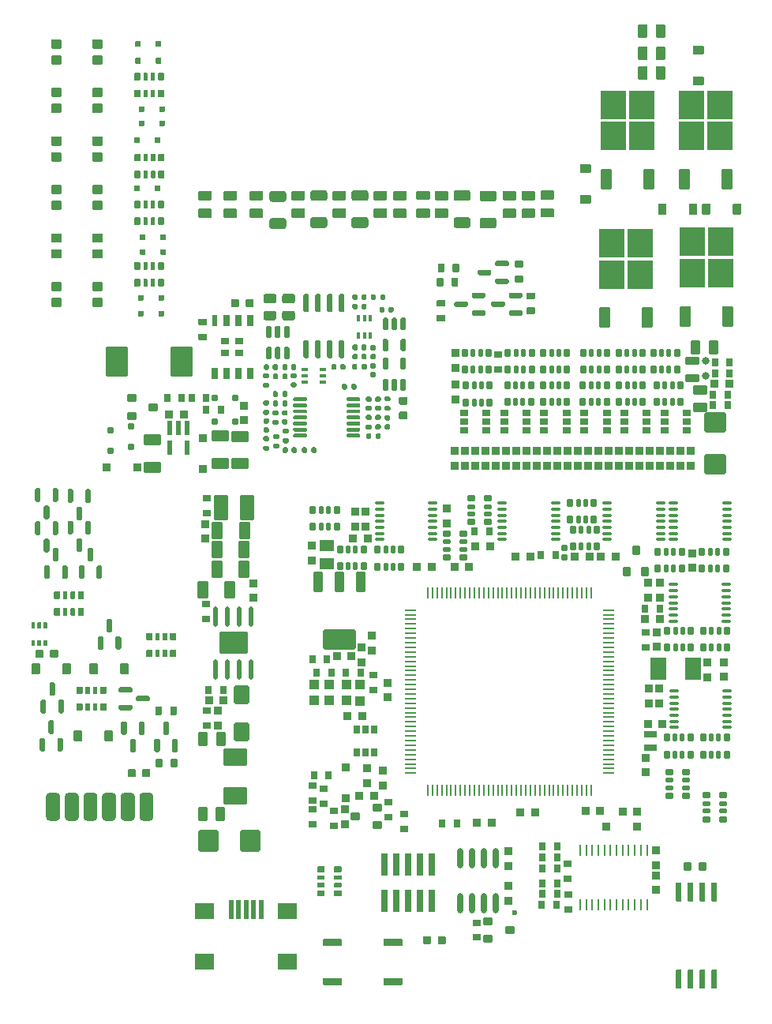
<source format=gtp>
G75*
G70*
%OFA0B0*%
%FSLAX25Y25*%
%IPPOS*%
%LPD*%
%AMOC8*
5,1,8,0,0,1.08239X$1,22.5*
%
%AMM110*
21,1,0.033470,0.026770,-0.000000,0.000000,270.000000*
21,1,0.026770,0.033470,-0.000000,0.000000,270.000000*
1,1,0.006690,-0.013390,-0.013390*
1,1,0.006690,-0.013390,0.013390*
1,1,0.006690,0.013390,0.013390*
1,1,0.006690,0.013390,-0.013390*
%
%AMM132*
21,1,0.070870,0.036220,-0.000000,-0.000000,180.000000*
21,1,0.061810,0.045280,-0.000000,-0.000000,180.000000*
1,1,0.009060,-0.030910,0.018110*
1,1,0.009060,0.030910,0.018110*
1,1,0.009060,0.030910,-0.018110*
1,1,0.009060,-0.030910,-0.018110*
%
%AMM133*
21,1,0.033470,0.026770,-0.000000,-0.000000,0.000000*
21,1,0.026770,0.033470,-0.000000,-0.000000,0.000000*
1,1,0.006690,0.013390,-0.013390*
1,1,0.006690,-0.013390,-0.013390*
1,1,0.006690,-0.013390,0.013390*
1,1,0.006690,0.013390,0.013390*
%
%AMM134*
21,1,0.035430,0.030320,-0.000000,-0.000000,270.000000*
21,1,0.028350,0.037400,-0.000000,-0.000000,270.000000*
1,1,0.007090,-0.015160,-0.014170*
1,1,0.007090,-0.015160,0.014170*
1,1,0.007090,0.015160,0.014170*
1,1,0.007090,0.015160,-0.014170*
%
%AMM136*
21,1,0.035830,0.026770,-0.000000,-0.000000,270.000000*
21,1,0.029130,0.033470,-0.000000,-0.000000,270.000000*
1,1,0.006690,-0.013390,-0.014570*
1,1,0.006690,-0.013390,0.014570*
1,1,0.006690,0.013390,0.014570*
1,1,0.006690,0.013390,-0.014570*
%
%AMM137*
21,1,0.021650,0.052760,-0.000000,-0.000000,180.000000*
21,1,0.017320,0.057090,-0.000000,-0.000000,180.000000*
1,1,0.004330,-0.008660,0.026380*
1,1,0.004330,0.008660,0.026380*
1,1,0.004330,0.008660,-0.026380*
1,1,0.004330,-0.008660,-0.026380*
%
%AMM138*
21,1,0.023620,0.018900,-0.000000,-0.000000,90.000000*
21,1,0.018900,0.023620,-0.000000,-0.000000,90.000000*
1,1,0.004720,0.009450,0.009450*
1,1,0.004720,0.009450,-0.009450*
1,1,0.004720,-0.009450,-0.009450*
1,1,0.004720,-0.009450,0.009450*
%
%AMM139*
21,1,0.094490,0.111020,-0.000000,-0.000000,0.000000*
21,1,0.075590,0.129920,-0.000000,-0.000000,0.000000*
1,1,0.018900,0.037800,-0.055510*
1,1,0.018900,-0.037800,-0.055510*
1,1,0.018900,-0.037800,0.055510*
1,1,0.018900,0.037800,0.055510*
%
%AMM140*
21,1,0.023620,0.018900,-0.000000,-0.000000,0.000000*
21,1,0.018900,0.023620,-0.000000,-0.000000,0.000000*
1,1,0.004720,0.009450,-0.009450*
1,1,0.004720,-0.009450,-0.009450*
1,1,0.004720,-0.009450,0.009450*
1,1,0.004720,0.009450,0.009450*
%
%AMM141*
21,1,0.035830,0.026770,-0.000000,-0.000000,180.000000*
21,1,0.029130,0.033470,-0.000000,-0.000000,180.000000*
1,1,0.006690,-0.014570,0.013390*
1,1,0.006690,0.014570,0.013390*
1,1,0.006690,0.014570,-0.013390*
1,1,0.006690,-0.014570,-0.013390*
%
%AMM142*
21,1,0.033470,0.026770,-0.000000,-0.000000,270.000000*
21,1,0.026770,0.033470,-0.000000,-0.000000,270.000000*
1,1,0.006690,-0.013390,-0.013390*
1,1,0.006690,-0.013390,0.013390*
1,1,0.006690,0.013390,0.013390*
1,1,0.006690,0.013390,-0.013390*
%
%AMM143*
21,1,0.027560,0.030710,-0.000000,-0.000000,180.000000*
21,1,0.022050,0.036220,-0.000000,-0.000000,180.000000*
1,1,0.005510,-0.011020,0.015350*
1,1,0.005510,0.011020,0.015350*
1,1,0.005510,0.011020,-0.015350*
1,1,0.005510,-0.011020,-0.015350*
%
%AMM155*
21,1,0.039370,0.049210,-0.000000,0.000000,180.000000*
21,1,0.031500,0.057090,-0.000000,0.000000,180.000000*
1,1,0.007870,-0.015750,0.024610*
1,1,0.007870,0.015750,0.024610*
1,1,0.007870,0.015750,-0.024610*
1,1,0.007870,-0.015750,-0.024610*
%
%AMM156*
21,1,0.106300,0.050390,-0.000000,0.000000,90.000000*
21,1,0.093700,0.062990,-0.000000,0.000000,90.000000*
1,1,0.012600,0.025200,0.046850*
1,1,0.012600,0.025200,-0.046850*
1,1,0.012600,-0.025200,-0.046850*
1,1,0.012600,-0.025200,0.046850*
%
%AMM157*
21,1,0.074800,0.083460,-0.000000,0.000000,270.000000*
21,1,0.059840,0.098430,-0.000000,0.000000,270.000000*
1,1,0.014960,-0.041730,-0.029920*
1,1,0.014960,-0.041730,0.029920*
1,1,0.014960,0.041730,0.029920*
1,1,0.014960,0.041730,-0.029920*
%
%AMM158*
21,1,0.027560,0.030710,-0.000000,0.000000,270.000000*
21,1,0.022050,0.036220,-0.000000,0.000000,270.000000*
1,1,0.005510,-0.015350,-0.011020*
1,1,0.005510,-0.015350,0.011020*
1,1,0.005510,0.015350,0.011020*
1,1,0.005510,0.015350,-0.011020*
%
%AMM159*
21,1,0.033470,0.026770,-0.000000,0.000000,0.000000*
21,1,0.026770,0.033470,-0.000000,0.000000,0.000000*
1,1,0.006690,0.013390,-0.013390*
1,1,0.006690,-0.013390,-0.013390*
1,1,0.006690,-0.013390,0.013390*
1,1,0.006690,0.013390,0.013390*
%
%AMM160*
21,1,0.078740,0.053540,-0.000000,0.000000,270.000000*
21,1,0.065350,0.066930,-0.000000,0.000000,270.000000*
1,1,0.013390,-0.026770,-0.032680*
1,1,0.013390,-0.026770,0.032680*
1,1,0.013390,0.026770,0.032680*
1,1,0.013390,0.026770,-0.032680*
%
%AMM161*
21,1,0.122050,0.075590,-0.000000,0.000000,0.000000*
21,1,0.103150,0.094490,-0.000000,0.000000,0.000000*
1,1,0.018900,0.051580,-0.037800*
1,1,0.018900,-0.051580,-0.037800*
1,1,0.018900,-0.051580,0.037800*
1,1,0.018900,0.051580,0.037800*
%
%AMM162*
21,1,0.086610,0.073230,-0.000000,0.000000,180.000000*
21,1,0.069290,0.090550,-0.000000,0.000000,180.000000*
1,1,0.017320,-0.034650,0.036610*
1,1,0.017320,0.034650,0.036610*
1,1,0.017320,0.034650,-0.036610*
1,1,0.017320,-0.034650,-0.036610*
%
%AMM163*
21,1,0.070870,0.036220,-0.000000,0.000000,270.000000*
21,1,0.061810,0.045280,-0.000000,0.000000,270.000000*
1,1,0.009060,-0.018110,-0.030910*
1,1,0.009060,-0.018110,0.030910*
1,1,0.009060,0.018110,0.030910*
1,1,0.009060,0.018110,-0.030910*
%
%AMM164*
21,1,0.027560,0.030710,-0.000000,0.000000,180.000000*
21,1,0.022050,0.036220,-0.000000,0.000000,180.000000*
1,1,0.005510,-0.011020,0.015350*
1,1,0.005510,0.011020,0.015350*
1,1,0.005510,0.011020,-0.015350*
1,1,0.005510,-0.011020,-0.015350*
%
%AMM175*
21,1,0.033470,0.026770,-0.000000,0.000000,90.000000*
21,1,0.026770,0.033470,-0.000000,0.000000,90.000000*
1,1,0.006690,0.013390,0.013390*
1,1,0.006690,0.013390,-0.013390*
1,1,0.006690,-0.013390,-0.013390*
1,1,0.006690,-0.013390,0.013390*
%
%AMM181*
21,1,0.027560,0.030710,-0.000000,-0.000000,90.000000*
21,1,0.022050,0.036220,-0.000000,-0.000000,90.000000*
1,1,0.005510,0.015350,0.011020*
1,1,0.005510,0.015350,-0.011020*
1,1,0.005510,-0.015350,-0.011020*
1,1,0.005510,-0.015350,0.011020*
%
%AMM185*
21,1,0.033470,0.026770,0.000000,-0.000000,270.000000*
21,1,0.026770,0.033470,0.000000,-0.000000,270.000000*
1,1,0.006690,-0.013390,-0.013390*
1,1,0.006690,-0.013390,0.013390*
1,1,0.006690,0.013390,0.013390*
1,1,0.006690,0.013390,-0.013390*
%
%AMM186*
21,1,0.027560,0.030710,0.000000,-0.000000,270.000000*
21,1,0.022050,0.036220,0.000000,-0.000000,270.000000*
1,1,0.005510,-0.015350,-0.011020*
1,1,0.005510,-0.015350,0.011020*
1,1,0.005510,0.015350,0.011020*
1,1,0.005510,0.015350,-0.011020*
%
%AMM187*
21,1,0.027560,0.030710,0.000000,-0.000000,180.000000*
21,1,0.022050,0.036220,0.000000,-0.000000,180.000000*
1,1,0.005510,-0.011020,0.015350*
1,1,0.005510,0.011020,0.015350*
1,1,0.005510,0.011020,-0.015350*
1,1,0.005510,-0.011020,-0.015350*
%
%AMM215*
21,1,0.035430,0.050000,-0.000000,-0.000000,90.000000*
21,1,0.028350,0.057090,-0.000000,-0.000000,90.000000*
1,1,0.007090,0.025000,0.014170*
1,1,0.007090,0.025000,-0.014170*
1,1,0.007090,-0.025000,-0.014170*
1,1,0.007090,-0.025000,0.014170*
%
%AMM216*
21,1,0.086610,0.073230,-0.000000,-0.000000,90.000000*
21,1,0.069290,0.090550,-0.000000,-0.000000,90.000000*
1,1,0.017320,0.036610,0.034650*
1,1,0.017320,0.036610,-0.034650*
1,1,0.017320,-0.036610,-0.034650*
1,1,0.017320,-0.036610,0.034650*
%
%AMM217*
21,1,0.027560,0.030710,-0.000000,-0.000000,270.000000*
21,1,0.022050,0.036220,-0.000000,-0.000000,270.000000*
1,1,0.005510,-0.015350,-0.011020*
1,1,0.005510,-0.015350,0.011020*
1,1,0.005510,0.015350,0.011020*
1,1,0.005510,0.015350,-0.011020*
%
%AMM219*
21,1,0.025590,0.026380,-0.000000,-0.000000,180.000000*
21,1,0.020470,0.031500,-0.000000,-0.000000,180.000000*
1,1,0.005120,-0.010240,0.013190*
1,1,0.005120,0.010240,0.013190*
1,1,0.005120,0.010240,-0.013190*
1,1,0.005120,-0.010240,-0.013190*
%
%AMM220*
21,1,0.023620,0.030710,-0.000000,-0.000000,270.000000*
21,1,0.018900,0.035430,-0.000000,-0.000000,270.000000*
1,1,0.004720,-0.015350,-0.009450*
1,1,0.004720,-0.015350,0.009450*
1,1,0.004720,0.015350,0.009450*
1,1,0.004720,0.015350,-0.009450*
%
%AMM221*
21,1,0.033470,0.026770,-0.000000,-0.000000,90.000000*
21,1,0.026770,0.033470,-0.000000,-0.000000,90.000000*
1,1,0.006690,0.013390,0.013390*
1,1,0.006690,0.013390,-0.013390*
1,1,0.006690,-0.013390,-0.013390*
1,1,0.006690,-0.013390,0.013390*
%
%AMM222*
21,1,0.017720,0.027950,-0.000000,-0.000000,180.000000*
21,1,0.014170,0.031500,-0.000000,-0.000000,180.000000*
1,1,0.003540,-0.007090,0.013980*
1,1,0.003540,0.007090,0.013980*
1,1,0.003540,0.007090,-0.013980*
1,1,0.003540,-0.007090,-0.013980*
%
%AMM223*
21,1,0.039370,0.049210,-0.000000,-0.000000,270.000000*
21,1,0.031500,0.057090,-0.000000,-0.000000,270.000000*
1,1,0.007870,-0.024610,-0.015750*
1,1,0.007870,-0.024610,0.015750*
1,1,0.007870,0.024610,0.015750*
1,1,0.007870,0.024610,-0.015750*
%
%AMM224*
21,1,0.039370,0.049210,-0.000000,-0.000000,0.000000*
21,1,0.031500,0.057090,-0.000000,-0.000000,0.000000*
1,1,0.007870,0.015750,-0.024610*
1,1,0.007870,-0.015750,-0.024610*
1,1,0.007870,-0.015750,0.024610*
1,1,0.007870,0.015750,0.024610*
%
%AMM244*
21,1,0.035430,0.030320,-0.000000,0.000000,270.000000*
21,1,0.028350,0.037400,-0.000000,0.000000,270.000000*
1,1,0.007090,-0.015160,-0.014170*
1,1,0.007090,-0.015160,0.014170*
1,1,0.007090,0.015160,0.014170*
1,1,0.007090,0.015160,-0.014170*
%
%AMM282*
21,1,0.027560,0.030710,-0.000000,-0.000000,0.000000*
21,1,0.022050,0.036220,-0.000000,-0.000000,0.000000*
1,1,0.005510,0.011020,-0.015350*
1,1,0.005510,-0.011020,-0.015350*
1,1,0.005510,-0.011020,0.015350*
1,1,0.005510,0.011020,0.015350*
%
%AMM285*
21,1,0.035830,0.026770,-0.000000,-0.000000,90.000000*
21,1,0.029130,0.033470,-0.000000,-0.000000,90.000000*
1,1,0.006690,0.013390,0.014570*
1,1,0.006690,0.013390,-0.014570*
1,1,0.006690,-0.013390,-0.014570*
1,1,0.006690,-0.013390,0.014570*
%
%AMM286*
21,1,0.035430,0.030320,-0.000000,-0.000000,0.000000*
21,1,0.028350,0.037400,-0.000000,-0.000000,0.000000*
1,1,0.007090,0.014170,-0.015160*
1,1,0.007090,-0.014170,-0.015160*
1,1,0.007090,-0.014170,0.015160*
1,1,0.007090,0.014170,0.015160*
%
%AMM287*
21,1,0.023620,0.030710,-0.000000,-0.000000,0.000000*
21,1,0.018900,0.035430,-0.000000,-0.000000,0.000000*
1,1,0.004720,0.009450,-0.015350*
1,1,0.004720,-0.009450,-0.015350*
1,1,0.004720,-0.009450,0.015350*
1,1,0.004720,0.009450,0.015350*
%
%AMM288*
21,1,0.035430,0.030320,-0.000000,-0.000000,90.000000*
21,1,0.028350,0.037400,-0.000000,-0.000000,90.000000*
1,1,0.007090,0.015160,0.014170*
1,1,0.007090,0.015160,-0.014170*
1,1,0.007090,-0.015160,-0.014170*
1,1,0.007090,-0.015160,0.014170*
%
%AMM291*
21,1,0.039370,0.035430,-0.000000,-0.000000,90.000000*
21,1,0.031500,0.043310,-0.000000,-0.000000,90.000000*
1,1,0.007870,0.017720,0.015750*
1,1,0.007870,0.017720,-0.015750*
1,1,0.007870,-0.017720,-0.015750*
1,1,0.007870,-0.017720,0.015750*
%
%AMM292*
21,1,0.043310,0.075990,-0.000000,-0.000000,180.000000*
21,1,0.034650,0.084650,-0.000000,-0.000000,180.000000*
1,1,0.008660,-0.017320,0.037990*
1,1,0.008660,0.017320,0.037990*
1,1,0.008660,0.017320,-0.037990*
1,1,0.008660,-0.017320,-0.037990*
%
%AMM294*
21,1,0.027560,0.018900,-0.000000,-0.000000,0.000000*
21,1,0.022840,0.023620,-0.000000,-0.000000,0.000000*
1,1,0.004720,0.011420,-0.009450*
1,1,0.004720,-0.011420,-0.009450*
1,1,0.004720,-0.011420,0.009450*
1,1,0.004720,0.011420,0.009450*
%
%AMM295*
21,1,0.043310,0.075980,-0.000000,-0.000000,180.000000*
21,1,0.034650,0.084650,-0.000000,-0.000000,180.000000*
1,1,0.008660,-0.017320,0.037990*
1,1,0.008660,0.017320,0.037990*
1,1,0.008660,0.017320,-0.037990*
1,1,0.008660,-0.017320,-0.037990*
%
%AMM296*
21,1,0.137800,0.067720,-0.000000,-0.000000,180.000000*
21,1,0.120870,0.084650,-0.000000,-0.000000,180.000000*
1,1,0.016930,-0.060430,0.033860*
1,1,0.016930,0.060430,0.033860*
1,1,0.016930,0.060430,-0.033860*
1,1,0.016930,-0.060430,-0.033860*
%
%AMM297*
21,1,0.035830,0.026770,-0.000000,-0.000000,0.000000*
21,1,0.029130,0.033470,-0.000000,-0.000000,0.000000*
1,1,0.006690,0.014570,-0.013390*
1,1,0.006690,-0.014570,-0.013390*
1,1,0.006690,-0.014570,0.013390*
1,1,0.006690,0.014570,0.013390*
%
%AMM298*
21,1,0.027560,0.049610,-0.000000,-0.000000,90.000000*
21,1,0.022050,0.055120,-0.000000,-0.000000,90.000000*
1,1,0.005510,0.024800,0.011020*
1,1,0.005510,0.024800,-0.011020*
1,1,0.005510,-0.024800,-0.011020*
1,1,0.005510,-0.024800,0.011020*
%
%AMM299*
21,1,0.017720,0.027950,-0.000000,-0.000000,90.000000*
21,1,0.014170,0.031500,-0.000000,-0.000000,90.000000*
1,1,0.003540,0.013980,0.007090*
1,1,0.003540,0.013980,-0.007090*
1,1,0.003540,-0.013980,-0.007090*
1,1,0.003540,-0.013980,0.007090*
%
%AMM300*
21,1,0.025590,0.026380,-0.000000,-0.000000,90.000000*
21,1,0.020470,0.031500,-0.000000,-0.000000,90.000000*
1,1,0.005120,0.013190,0.010240*
1,1,0.005120,0.013190,-0.010240*
1,1,0.005120,-0.013190,-0.010240*
1,1,0.005120,-0.013190,0.010240*
%
%ADD105R,0.10827X0.12008*%
%ADD107C,0.02362*%
%ADD113R,0.01969X0.07874*%
%ADD12O,0.05118X0.00866*%
%ADD127O,0.00000X0.00000*%
%ADD167C,0.03150*%
%ADD182R,0.02559X0.01575*%
%ADD185R,0.06693X0.09449*%
%ADD211R,0.07874X0.06693*%
%ADD220R,0.02559X0.05157*%
%ADD226R,0.02913X0.09449*%
%ADD229O,0.03937X0.01968*%
%ADD232O,0.00866X0.05118*%
%ADD246M110*%
%ADD276M132*%
%ADD277M133*%
%ADD278M134*%
%ADD280M136*%
%ADD281M137*%
%ADD282M138*%
%ADD283M139*%
%ADD284M140*%
%ADD285M141*%
%ADD286M142*%
%ADD287M143*%
%ADD299M155*%
%ADD300M156*%
%ADD301M157*%
%ADD302M158*%
%ADD303O,0.01968X0.08661*%
%ADD304M159*%
%ADD305M160*%
%ADD306M161*%
%ADD307M162*%
%ADD308M163*%
%ADD309M164*%
%ADD323O,0.00984X0.04961*%
%ADD324M175*%
%ADD333M181*%
%ADD337M185*%
%ADD338M186*%
%ADD339M187*%
%ADD36O,0.04331X0.01181*%
%ADD367M215*%
%ADD368M216*%
%ADD369M217*%
%ADD371M219*%
%ADD372M220*%
%ADD373M221*%
%ADD374M222*%
%ADD375M223*%
%ADD376M224*%
%ADD39R,0.02362X0.05157*%
%ADD396M244*%
%ADD440M282*%
%ADD443M285*%
%ADD444M286*%
%ADD445M287*%
%ADD446M288*%
%ADD449M291*%
%ADD450M292*%
%ADD452M294*%
%ADD453M295*%
%ADD454M296*%
%ADD455M297*%
%ADD456M298*%
%ADD457M299*%
%ADD458M300*%
%ADD478O,0.02362X0.08661*%
%ADD60R,0.03543X0.03130*%
%ADD77R,0.01575X0.02559*%
%ADD97R,0.05906X0.05118*%
X0000000Y0000000D02*
%LPD*%
G01*
G36*
G01*
X0198667Y0328156D02*
X0193746Y0328156D01*
G75*
G02*
X0193352Y0328550I0000000J0000394D01*
G01*
X0193352Y0331699D01*
G75*
G02*
X0193746Y0332093I0000394J0000000D01*
G01*
X0198667Y0332093D01*
G75*
G02*
X0199061Y0331699I0000000J-000394D01*
G01*
X0199061Y0328550D01*
G75*
G02*
X0198667Y0328156I-000394J0000000D01*
G01*
G37*
G36*
G01*
X0198667Y0335636D02*
X0193746Y0335636D01*
G75*
G02*
X0193352Y0336030I0000000J0000394D01*
G01*
X0193352Y0339180D01*
G75*
G02*
X0193746Y0339573I0000394J0000000D01*
G01*
X0198667Y0339573D01*
G75*
G02*
X0199061Y0339180I0000000J-000394D01*
G01*
X0199061Y0336030D01*
G75*
G02*
X0198667Y0335636I-000394J0000000D01*
G01*
G37*
G36*
G01*
X0194528Y0293504D02*
X0197598Y0293504D01*
G75*
G02*
X0197874Y0293228I0000000J-000276D01*
G01*
X0197874Y0291024D01*
G75*
G02*
X0197598Y0290748I-000276J0000000D01*
G01*
X0194528Y0290748D01*
G75*
G02*
X0194252Y0291024I0000000J0000276D01*
G01*
X0194252Y0293228D01*
G75*
G02*
X0194528Y0293504I0000276J0000000D01*
G01*
G37*
G36*
G01*
X0194528Y0287205D02*
X0197598Y0287205D01*
G75*
G02*
X0197874Y0286929I0000000J-000276D01*
G01*
X0197874Y0284724D01*
G75*
G02*
X0197598Y0284449I-000276J0000000D01*
G01*
X0194528Y0284449D01*
G75*
G02*
X0194252Y0284724I0000000J0000276D01*
G01*
X0194252Y0286929D01*
G75*
G02*
X0194528Y0287205I0000276J0000000D01*
G01*
G37*
G36*
G01*
X0066535Y0299469D02*
X0066535Y0302106D01*
G75*
G02*
X0066791Y0302362I0000256J0000000D01*
G01*
X0068839Y0302362D01*
G75*
G02*
X0069094Y0302106I0000000J-000256D01*
G01*
X0069094Y0299469D01*
G75*
G02*
X0068839Y0299213I-000256J0000000D01*
G01*
X0066791Y0299213D01*
G75*
G02*
X0066535Y0299469I0000000J0000256D01*
G01*
G37*
G36*
G01*
X0070374Y0299390D02*
X0070374Y0302185D01*
G75*
G02*
X0070551Y0302362I0000177J0000000D01*
G01*
X0071969Y0302362D01*
G75*
G02*
X0072146Y0302185I0000000J-000177D01*
G01*
X0072146Y0299390D01*
G75*
G02*
X0071969Y0299213I-000177J0000000D01*
G01*
X0070551Y0299213D01*
G75*
G02*
X0070374Y0299390I0000000J0000177D01*
G01*
G37*
G36*
G01*
X0073524Y0299390D02*
X0073524Y0302185D01*
G75*
G02*
X0073701Y0302362I0000177J0000000D01*
G01*
X0075118Y0302362D01*
G75*
G02*
X0075295Y0302185I0000000J-000177D01*
G01*
X0075295Y0299390D01*
G75*
G02*
X0075118Y0299213I-000177J0000000D01*
G01*
X0073701Y0299213D01*
G75*
G02*
X0073524Y0299390I0000000J0000177D01*
G01*
G37*
G36*
G01*
X0076575Y0299469D02*
X0076575Y0302106D01*
G75*
G02*
X0076831Y0302362I0000256J0000000D01*
G01*
X0078878Y0302362D01*
G75*
G02*
X0079134Y0302106I0000000J-000256D01*
G01*
X0079134Y0299469D01*
G75*
G02*
X0078878Y0299213I-000256J0000000D01*
G01*
X0076831Y0299213D01*
G75*
G02*
X0076575Y0299469I0000000J0000256D01*
G01*
G37*
G36*
G01*
X0076575Y0306555D02*
X0076575Y0309193D01*
G75*
G02*
X0076831Y0309449I0000256J0000000D01*
G01*
X0078878Y0309449D01*
G75*
G02*
X0079134Y0309193I0000000J-000256D01*
G01*
X0079134Y0306555D01*
G75*
G02*
X0078878Y0306299I-000256J0000000D01*
G01*
X0076831Y0306299D01*
G75*
G02*
X0076575Y0306555I0000000J0000256D01*
G01*
G37*
G36*
G01*
X0073524Y0306476D02*
X0073524Y0309272D01*
G75*
G02*
X0073701Y0309449I0000177J0000000D01*
G01*
X0075118Y0309449D01*
G75*
G02*
X0075295Y0309272I0000000J-000177D01*
G01*
X0075295Y0306476D01*
G75*
G02*
X0075118Y0306299I-000177J0000000D01*
G01*
X0073701Y0306299D01*
G75*
G02*
X0073524Y0306476I0000000J0000177D01*
G01*
G37*
G36*
G01*
X0070374Y0306476D02*
X0070374Y0309272D01*
G75*
G02*
X0070551Y0309449I0000177J0000000D01*
G01*
X0071969Y0309449D01*
G75*
G02*
X0072146Y0309272I0000000J-000177D01*
G01*
X0072146Y0306476D01*
G75*
G02*
X0071969Y0306299I-000177J0000000D01*
G01*
X0070551Y0306299D01*
G75*
G02*
X0070374Y0306476I0000000J0000177D01*
G01*
G37*
G36*
G01*
X0066535Y0306555D02*
X0066535Y0309193D01*
G75*
G02*
X0066791Y0309449I0000256J0000000D01*
G01*
X0068839Y0309449D01*
G75*
G02*
X0069094Y0309193I0000000J-000256D01*
G01*
X0069094Y0306555D01*
G75*
G02*
X0068839Y0306299I-000256J0000000D01*
G01*
X0066791Y0306299D01*
G75*
G02*
X0066535Y0306555I0000000J0000256D01*
G01*
G37*
G36*
G01*
X0079228Y0354909D02*
X0079228Y0352272D01*
G75*
G02*
X0078972Y0352016I-000256J0000000D01*
G01*
X0076925Y0352016D01*
G75*
G02*
X0076669Y0352272I0000000J0000256D01*
G01*
X0076669Y0354909D01*
G75*
G02*
X0076925Y0355165I0000256J0000000D01*
G01*
X0078972Y0355165D01*
G75*
G02*
X0079228Y0354909I0000000J-000256D01*
G01*
G37*
G36*
G01*
X0075390Y0354988D02*
X0075390Y0352193D01*
G75*
G02*
X0075213Y0352016I-000177J0000000D01*
G01*
X0073795Y0352016D01*
G75*
G02*
X0073618Y0352193I0000000J0000177D01*
G01*
X0073618Y0354988D01*
G75*
G02*
X0073795Y0355165I0000177J0000000D01*
G01*
X0075213Y0355165D01*
G75*
G02*
X0075390Y0354988I0000000J-000177D01*
G01*
G37*
G36*
G01*
X0072240Y0354988D02*
X0072240Y0352193D01*
G75*
G02*
X0072063Y0352016I-000177J0000000D01*
G01*
X0070646Y0352016D01*
G75*
G02*
X0070469Y0352193I0000000J0000177D01*
G01*
X0070469Y0354988D01*
G75*
G02*
X0070646Y0355165I0000177J0000000D01*
G01*
X0072063Y0355165D01*
G75*
G02*
X0072240Y0354988I0000000J-000177D01*
G01*
G37*
G36*
G01*
X0069189Y0354909D02*
X0069189Y0352272D01*
G75*
G02*
X0068933Y0352016I-000256J0000000D01*
G01*
X0066886Y0352016D01*
G75*
G02*
X0066630Y0352272I0000000J0000256D01*
G01*
X0066630Y0354909D01*
G75*
G02*
X0066886Y0355165I0000256J0000000D01*
G01*
X0068933Y0355165D01*
G75*
G02*
X0069189Y0354909I0000000J-000256D01*
G01*
G37*
G36*
G01*
X0069189Y0347823D02*
X0069189Y0345185D01*
G75*
G02*
X0068933Y0344929I-000256J0000000D01*
G01*
X0066886Y0344929D01*
G75*
G02*
X0066630Y0345185I0000000J0000256D01*
G01*
X0066630Y0347823D01*
G75*
G02*
X0066886Y0348079I0000256J0000000D01*
G01*
X0068933Y0348079D01*
G75*
G02*
X0069189Y0347823I0000000J-000256D01*
G01*
G37*
G36*
G01*
X0072240Y0347902D02*
X0072240Y0345106D01*
G75*
G02*
X0072063Y0344929I-000177J0000000D01*
G01*
X0070646Y0344929D01*
G75*
G02*
X0070469Y0345106I0000000J0000177D01*
G01*
X0070469Y0347902D01*
G75*
G02*
X0070646Y0348079I0000177J0000000D01*
G01*
X0072063Y0348079D01*
G75*
G02*
X0072240Y0347902I0000000J-000177D01*
G01*
G37*
G36*
G01*
X0075390Y0347902D02*
X0075390Y0345106D01*
G75*
G02*
X0075213Y0344929I-000177J0000000D01*
G01*
X0073795Y0344929D01*
G75*
G02*
X0073618Y0345106I0000000J0000177D01*
G01*
X0073618Y0347902D01*
G75*
G02*
X0073795Y0348079I0000177J0000000D01*
G01*
X0075213Y0348079D01*
G75*
G02*
X0075390Y0347902I0000000J-000177D01*
G01*
G37*
G36*
G01*
X0079228Y0347823D02*
X0079228Y0345185D01*
G75*
G02*
X0078972Y0344929I-000256J0000000D01*
G01*
X0076925Y0344929D01*
G75*
G02*
X0076669Y0345185I0000000J0000256D01*
G01*
X0076669Y0347823D01*
G75*
G02*
X0076925Y0348079I0000256J0000000D01*
G01*
X0078972Y0348079D01*
G75*
G02*
X0079228Y0347823I0000000J-000256D01*
G01*
G37*
G36*
G01*
X0063760Y0092362D02*
X0063760Y0095039D01*
G75*
G02*
X0064094Y0095374I0000335J0000000D01*
G01*
X0066772Y0095374D01*
G75*
G02*
X0067106Y0095039I0000000J-000335D01*
G01*
X0067106Y0092362D01*
G75*
G02*
X0066772Y0092028I-000335J0000000D01*
G01*
X0064094Y0092028D01*
G75*
G02*
X0063760Y0092362I0000000J0000335D01*
G01*
G37*
G36*
G01*
X0069980Y0092362D02*
X0069980Y0095039D01*
G75*
G02*
X0070315Y0095374I0000335J0000000D01*
G01*
X0072992Y0095374D01*
G75*
G02*
X0073327Y0095039I0000000J-000335D01*
G01*
X0073327Y0092362D01*
G75*
G02*
X0072992Y0092028I-000335J0000000D01*
G01*
X0070315Y0092028D01*
G75*
G02*
X0069980Y0092362I0000000J0000335D01*
G01*
G37*
G36*
G01*
X0190975Y0328240D02*
X0186053Y0328240D01*
G75*
G02*
X0185660Y0328634I0000000J0000394D01*
G01*
X0185660Y0331784D01*
G75*
G02*
X0186053Y0332177I0000394J0000000D01*
G01*
X0190975Y0332177D01*
G75*
G02*
X0191368Y0331784I0000000J-000394D01*
G01*
X0191368Y0328634D01*
G75*
G02*
X0190975Y0328240I-000394J0000000D01*
G01*
G37*
G36*
G01*
X0190975Y0335721D02*
X0186053Y0335721D01*
G75*
G02*
X0185660Y0336114I0000000J0000394D01*
G01*
X0185660Y0339264D01*
G75*
G02*
X0186053Y0339658I0000394J0000000D01*
G01*
X0190975Y0339658D01*
G75*
G02*
X0191368Y0339264I0000000J-000394D01*
G01*
X0191368Y0336114D01*
G75*
G02*
X0190975Y0335721I-000394J0000000D01*
G01*
G37*
G36*
G01*
X0140945Y0336240D02*
X0140945Y0338957D01*
G75*
G02*
X0141850Y0339862I0000906J0000000D01*
G01*
X0147126Y0339862D01*
G75*
G02*
X0148031Y0338957I0000000J-000906D01*
G01*
X0148031Y0336240D01*
G75*
G02*
X0147126Y0335335I-000906J0000000D01*
G01*
X0141850Y0335335D01*
G75*
G02*
X0140945Y0336240I0000000J0000906D01*
G01*
G37*
G36*
G01*
X0140945Y0324823D02*
X0140945Y0327539D01*
G75*
G02*
X0141850Y0328445I0000906J0000000D01*
G01*
X0147126Y0328445D01*
G75*
G02*
X0148031Y0327539I0000000J-000906D01*
G01*
X0148031Y0324823D01*
G75*
G02*
X0147126Y0323917I-000906J0000000D01*
G01*
X0141850Y0323917D01*
G75*
G02*
X0140945Y0324823I0000000J0000906D01*
G01*
G37*
G36*
G01*
X0224705Y0301969D02*
X0224705Y0300787D01*
G75*
G02*
X0224114Y0300197I-000591J0000000D01*
G01*
X0219488Y0300197D01*
G75*
G02*
X0218898Y0300787I0000000J0000591D01*
G01*
X0218898Y0301969D01*
G75*
G02*
X0219488Y0302559I0000591J0000000D01*
G01*
X0224114Y0302559D01*
G75*
G02*
X0224705Y0301969I0000000J-000591D01*
G01*
G37*
G36*
G01*
X0217323Y0305709D02*
X0217323Y0304528D01*
G75*
G02*
X0216732Y0303937I-000591J0000000D01*
G01*
X0212106Y0303937D01*
G75*
G02*
X0211516Y0304528I0000000J0000591D01*
G01*
X0211516Y0305709D01*
G75*
G02*
X0212106Y0306299I0000591J0000000D01*
G01*
X0216732Y0306299D01*
G75*
G02*
X0217323Y0305709I0000000J-000591D01*
G01*
G37*
G36*
G01*
X0224705Y0309449D02*
X0224705Y0308268D01*
G75*
G02*
X0224114Y0307677I-000591J0000000D01*
G01*
X0219488Y0307677D01*
G75*
G02*
X0218898Y0308268I0000000J0000591D01*
G01*
X0218898Y0309449D01*
G75*
G02*
X0219488Y0310039I0000591J0000000D01*
G01*
X0224114Y0310039D01*
G75*
G02*
X0224705Y0309449I0000000J-000591D01*
G01*
G37*
G36*
G01*
X0069140Y0314961D02*
X0071030Y0314961D01*
G75*
G02*
X0071266Y0314724I0000000J-000236D01*
G01*
X0071266Y0312835D01*
G75*
G02*
X0071030Y0312598I-000236J0000000D01*
G01*
X0069140Y0312598D01*
G75*
G02*
X0068904Y0312835I0000000J0000236D01*
G01*
X0068904Y0314724D01*
G75*
G02*
X0069140Y0314961I0000236J0000000D01*
G01*
G37*
G36*
G01*
X0077801Y0314961D02*
X0079691Y0314961D01*
G75*
G02*
X0079927Y0314724I0000000J-000236D01*
G01*
X0079927Y0312835D01*
G75*
G02*
X0079691Y0312598I-000236J0000000D01*
G01*
X0077801Y0312598D01*
G75*
G02*
X0077565Y0312835I0000000J0000236D01*
G01*
X0077565Y0314724D01*
G75*
G02*
X0077801Y0314961I0000236J0000000D01*
G01*
G37*
G36*
G01*
X0052756Y0331496D02*
X0049213Y0331496D01*
G75*
G02*
X0048819Y0331890I0000000J0000394D01*
G01*
X0048819Y0335039D01*
G75*
G02*
X0049213Y0335433I0000394J0000000D01*
G01*
X0052756Y0335433D01*
G75*
G02*
X0053150Y0335039I0000000J-000394D01*
G01*
X0053150Y0331890D01*
G75*
G02*
X0052756Y0331496I-000394J0000000D01*
G01*
G37*
G36*
G01*
X0052756Y0338189D02*
X0049213Y0338189D01*
G75*
G02*
X0048819Y0338583I0000000J0000394D01*
G01*
X0048819Y0341732D01*
G75*
G02*
X0049213Y0342126I0000394J0000000D01*
G01*
X0052756Y0342126D01*
G75*
G02*
X0053150Y0341732I0000000J-000394D01*
G01*
X0053150Y0338583D01*
G75*
G02*
X0052756Y0338189I-000394J0000000D01*
G01*
G37*
G36*
G01*
X0107421Y0290787D02*
X0107421Y0293465D01*
G75*
G02*
X0107756Y0293799I0000335J0000000D01*
G01*
X0110433Y0293799D01*
G75*
G02*
X0110768Y0293465I0000000J-000335D01*
G01*
X0110768Y0290787D01*
G75*
G02*
X0110433Y0290453I-000335J0000000D01*
G01*
X0107756Y0290453D01*
G75*
G02*
X0107421Y0290787I0000000J0000335D01*
G01*
G37*
G36*
G01*
X0113642Y0290787D02*
X0113642Y0293465D01*
G75*
G02*
X0113976Y0293799I0000335J0000000D01*
G01*
X0116654Y0293799D01*
G75*
G02*
X0116988Y0293465I0000000J-000335D01*
G01*
X0116988Y0290787D01*
G75*
G02*
X0116654Y0290453I-000335J0000000D01*
G01*
X0113976Y0290453D01*
G75*
G02*
X0113642Y0290787I0000000J0000335D01*
G01*
G37*
G36*
G01*
X0172165Y0023819D02*
X0179409Y0023819D01*
G75*
G02*
X0179724Y0023504I0000000J-000315D01*
G01*
X0179724Y0020984D01*
G75*
G02*
X0179409Y0020669I-000315J0000000D01*
G01*
X0172165Y0020669D01*
G75*
G02*
X0171850Y0020984I0000000J0000315D01*
G01*
X0171850Y0023504D01*
G75*
G02*
X0172165Y0023819I0000315J0000000D01*
G01*
G37*
G36*
G01*
X0172165Y0007283D02*
X0179409Y0007283D01*
G75*
G02*
X0179724Y0006969I0000000J-000315D01*
G01*
X0179724Y0004449D01*
G75*
G02*
X0179409Y0004134I-000315J0000000D01*
G01*
X0172165Y0004134D01*
G75*
G02*
X0171850Y0004449I0000000J0000315D01*
G01*
X0171850Y0006969D01*
G75*
G02*
X0172165Y0007283I0000315J0000000D01*
G01*
G37*
G36*
G01*
X0067159Y0402805D02*
X0069049Y0402805D01*
G75*
G02*
X0069285Y0402569I0000000J-000236D01*
G01*
X0069285Y0400679D01*
G75*
G02*
X0069049Y0400443I-000236J0000000D01*
G01*
X0067159Y0400443D01*
G75*
G02*
X0066923Y0400679I0000000J0000236D01*
G01*
X0066923Y0402569D01*
G75*
G02*
X0067159Y0402805I0000236J0000000D01*
G01*
G37*
G36*
G01*
X0075821Y0402805D02*
X0077711Y0402805D01*
G75*
G02*
X0077947Y0402569I0000000J-000236D01*
G01*
X0077947Y0400679D01*
G75*
G02*
X0077711Y0400443I-000236J0000000D01*
G01*
X0075821Y0400443D01*
G75*
G02*
X0075585Y0400679I0000000J0000236D01*
G01*
X0075585Y0402569D01*
G75*
G02*
X0075821Y0402805I0000236J0000000D01*
G01*
G37*
G36*
G01*
X0198091Y0024567D02*
X0198091Y0021890D01*
G75*
G02*
X0197756Y0021555I-000335J0000000D01*
G01*
X0195079Y0021555D01*
G75*
G02*
X0194744Y0021890I0000000J0000335D01*
G01*
X0194744Y0024567D01*
G75*
G02*
X0195079Y0024902I0000335J0000000D01*
G01*
X0197756Y0024902D01*
G75*
G02*
X0198091Y0024567I0000000J-000335D01*
G01*
G37*
G36*
G01*
X0191870Y0024567D02*
X0191870Y0021890D01*
G75*
G02*
X0191535Y0021555I-000335J0000000D01*
G01*
X0188858Y0021555D01*
G75*
G02*
X0188524Y0021890I0000000J0000335D01*
G01*
X0188524Y0024567D01*
G75*
G02*
X0188858Y0024902I0000335J0000000D01*
G01*
X0191535Y0024902D01*
G75*
G02*
X0191870Y0024567I0000000J-000335D01*
G01*
G37*
G36*
G01*
X0028346Y0102854D02*
X0027165Y0102854D01*
G75*
G02*
X0026575Y0103445I0000000J0000591D01*
G01*
X0026575Y0108071D01*
G75*
G02*
X0027165Y0108661I0000591J0000000D01*
G01*
X0028346Y0108661D01*
G75*
G02*
X0028937Y0108071I0000000J-000591D01*
G01*
X0028937Y0103445D01*
G75*
G02*
X0028346Y0102854I-000591J0000000D01*
G01*
G37*
G36*
G01*
X0032087Y0110236D02*
X0030906Y0110236D01*
G75*
G02*
X0030315Y0110827I0000000J0000591D01*
G01*
X0030315Y0115453D01*
G75*
G02*
X0030906Y0116043I0000591J0000000D01*
G01*
X0032087Y0116043D01*
G75*
G02*
X0032677Y0115453I0000000J-000591D01*
G01*
X0032677Y0110827D01*
G75*
G02*
X0032087Y0110236I-000591J0000000D01*
G01*
G37*
G36*
G01*
X0035827Y0102854D02*
X0034646Y0102854D01*
G75*
G02*
X0034055Y0103445I0000000J0000591D01*
G01*
X0034055Y0108071D01*
G75*
G02*
X0034646Y0108661I0000591J0000000D01*
G01*
X0035827Y0108661D01*
G75*
G02*
X0036417Y0108071I0000000J-000591D01*
G01*
X0036417Y0103445D01*
G75*
G02*
X0035827Y0102854I-000591J0000000D01*
G01*
G37*
G36*
G01*
X0039764Y0139803D02*
X0039764Y0135787D01*
G75*
G02*
X0039409Y0135433I-000354J0000000D01*
G01*
X0036575Y0135433D01*
G75*
G02*
X0036220Y0135787I0000000J0000354D01*
G01*
X0036220Y0139803D01*
G75*
G02*
X0036575Y0140157I0000354J0000000D01*
G01*
X0039409Y0140157D01*
G75*
G02*
X0039764Y0139803I0000000J-000354D01*
G01*
G37*
G36*
G01*
X0026772Y0139803D02*
X0026772Y0135787D01*
G75*
G02*
X0026417Y0135433I-000354J0000000D01*
G01*
X0023583Y0135433D01*
G75*
G02*
X0023228Y0135787I0000000J0000354D01*
G01*
X0023228Y0139803D01*
G75*
G02*
X0023583Y0140157I0000354J0000000D01*
G01*
X0026417Y0140157D01*
G75*
G02*
X0026772Y0139803I0000000J-000354D01*
G01*
G37*
G36*
G01*
X0052756Y0311024D02*
X0049213Y0311024D01*
G75*
G02*
X0048819Y0311417I0000000J0000394D01*
G01*
X0048819Y0314567D01*
G75*
G02*
X0049213Y0314961I0000394J0000000D01*
G01*
X0052756Y0314961D01*
G75*
G02*
X0053150Y0314567I0000000J-000394D01*
G01*
X0053150Y0311417D01*
G75*
G02*
X0052756Y0311024I-000394J0000000D01*
G01*
G37*
G36*
G01*
X0052756Y0317717D02*
X0049213Y0317717D01*
G75*
G02*
X0048819Y0318110I0000000J0000394D01*
G01*
X0048819Y0321260D01*
G75*
G02*
X0049213Y0321654I0000394J0000000D01*
G01*
X0052756Y0321654D01*
G75*
G02*
X0053150Y0321260I0000000J-000394D01*
G01*
X0053150Y0318110D01*
G75*
G02*
X0052756Y0317717I-000394J0000000D01*
G01*
G37*
G36*
G01*
X0075654Y0096512D02*
X0075654Y0099583D01*
G75*
G02*
X0075929Y0099858I0000276J0000000D01*
G01*
X0078134Y0099858D01*
G75*
G02*
X0078409Y0099583I0000000J-000276D01*
G01*
X0078409Y0096512D01*
G75*
G02*
X0078134Y0096236I-000276J0000000D01*
G01*
X0075929Y0096236D01*
G75*
G02*
X0075654Y0096512I0000000J0000276D01*
G01*
G37*
G36*
G01*
X0081953Y0096512D02*
X0081953Y0099583D01*
G75*
G02*
X0082228Y0099858I0000276J0000000D01*
G01*
X0084433Y0099858D01*
G75*
G02*
X0084709Y0099583I0000000J-000276D01*
G01*
X0084709Y0096512D01*
G75*
G02*
X0084433Y0096236I-000276J0000000D01*
G01*
X0082228Y0096236D01*
G75*
G02*
X0081953Y0096512I0000000J0000276D01*
G01*
G37*
G36*
G01*
X0067165Y0395669D02*
X0069055Y0395669D01*
G75*
G02*
X0069291Y0395433I0000000J-000236D01*
G01*
X0069291Y0393543D01*
G75*
G02*
X0069055Y0393307I-000236J0000000D01*
G01*
X0067165Y0393307D01*
G75*
G02*
X0066929Y0393543I0000000J0000236D01*
G01*
X0066929Y0395433D01*
G75*
G02*
X0067165Y0395669I0000236J0000000D01*
G01*
G37*
G36*
G01*
X0075827Y0395669D02*
X0077717Y0395669D01*
G75*
G02*
X0077953Y0395433I0000000J-000236D01*
G01*
X0077953Y0393543D01*
G75*
G02*
X0077717Y0393307I-000236J0000000D01*
G01*
X0075827Y0393307D01*
G75*
G02*
X0075591Y0393543I0000000J0000236D01*
G01*
X0075591Y0395433D01*
G75*
G02*
X0075827Y0395669I0000236J0000000D01*
G01*
G37*
G36*
G01*
X0203346Y0302583D02*
X0203346Y0299512D01*
G75*
G02*
X0203071Y0299236I-000276J0000000D01*
G01*
X0200866Y0299236D01*
G75*
G02*
X0200591Y0299512I0000000J0000276D01*
G01*
X0200591Y0302583D01*
G75*
G02*
X0200866Y0302858I0000276J0000000D01*
G01*
X0203071Y0302858D01*
G75*
G02*
X0203346Y0302583I0000000J-000276D01*
G01*
G37*
G36*
G01*
X0197047Y0302583D02*
X0197047Y0299512D01*
G75*
G02*
X0196772Y0299236I-000276J0000000D01*
G01*
X0194567Y0299236D01*
G75*
G02*
X0194291Y0299512I0000000J0000276D01*
G01*
X0194291Y0302583D01*
G75*
G02*
X0194567Y0302858I0000276J0000000D01*
G01*
X0196772Y0302858D01*
G75*
G02*
X0197047Y0302583I0000000J-000276D01*
G01*
G37*
G36*
G01*
X0052756Y0372441D02*
X0049213Y0372441D01*
G75*
G02*
X0048819Y0372835I0000000J0000394D01*
G01*
X0048819Y0375984D01*
G75*
G02*
X0049213Y0376378I0000394J0000000D01*
G01*
X0052756Y0376378D01*
G75*
G02*
X0053150Y0375984I0000000J-000394D01*
G01*
X0053150Y0372835D01*
G75*
G02*
X0052756Y0372441I-000394J0000000D01*
G01*
G37*
G36*
G01*
X0052756Y0379134D02*
X0049213Y0379134D01*
G75*
G02*
X0048819Y0379528I0000000J0000394D01*
G01*
X0048819Y0382677D01*
G75*
G02*
X0049213Y0383071I0000394J0000000D01*
G01*
X0052756Y0383071D01*
G75*
G02*
X0053150Y0382677I0000000J-000394D01*
G01*
X0053150Y0379528D01*
G75*
G02*
X0052756Y0379134I-000394J0000000D01*
G01*
G37*
G36*
G01*
X0098917Y0328150D02*
X0093996Y0328150D01*
G75*
G02*
X0093602Y0328543I0000000J0000394D01*
G01*
X0093602Y0331693D01*
G75*
G02*
X0093996Y0332087I0000394J0000000D01*
G01*
X0098917Y0332087D01*
G75*
G02*
X0099311Y0331693I0000000J-000394D01*
G01*
X0099311Y0328543D01*
G75*
G02*
X0098917Y0328150I-000394J0000000D01*
G01*
G37*
G36*
G01*
X0098917Y0335630D02*
X0093996Y0335630D01*
G75*
G02*
X0093602Y0336024I0000000J0000394D01*
G01*
X0093602Y0339173D01*
G75*
G02*
X0093996Y0339567I0000394J0000000D01*
G01*
X0098917Y0339567D01*
G75*
G02*
X0099311Y0339173I0000000J-000394D01*
G01*
X0099311Y0336024D01*
G75*
G02*
X0098917Y0335630I-000394J0000000D01*
G01*
G37*
G36*
G01*
X0290748Y0409547D02*
X0290748Y0404626D01*
G75*
G02*
X0290354Y0404232I-000394J0000000D01*
G01*
X0287205Y0404232D01*
G75*
G02*
X0286811Y0404626I0000000J0000394D01*
G01*
X0286811Y0409547D01*
G75*
G02*
X0287205Y0409941I0000394J0000000D01*
G01*
X0290354Y0409941D01*
G75*
G02*
X0290748Y0409547I0000000J-000394D01*
G01*
G37*
G36*
G01*
X0283268Y0409547D02*
X0283268Y0404626D01*
G75*
G02*
X0282874Y0404232I-000394J0000000D01*
G01*
X0279724Y0404232D01*
G75*
G02*
X0279331Y0404626I0000000J0000394D01*
G01*
X0279331Y0409547D01*
G75*
G02*
X0279724Y0409941I0000394J0000000D01*
G01*
X0282874Y0409941D01*
G75*
G02*
X0283268Y0409547I0000000J-000394D01*
G01*
G37*
D113*
X0107480Y0036024D03*
X0110630Y0036024D03*
X0113780Y0036024D03*
X0116929Y0036024D03*
X0120079Y0036024D03*
D211*
X0096260Y0014173D03*
X0131299Y0014173D03*
X0096260Y0035630D03*
X0131299Y0035630D03*
D105*
X0313878Y0375886D03*
X0313878Y0362697D03*
X0301870Y0362697D03*
X0301870Y0375886D03*
G36*
G01*
X0300787Y0340157D02*
X0297008Y0340157D01*
G75*
G02*
X0296535Y0340630I0000000J0000472D01*
G01*
X0296535Y0348346D01*
G75*
G02*
X0297008Y0348819I0000472J0000000D01*
G01*
X0300787Y0348819D01*
G75*
G02*
X0301260Y0348346I0000000J-000472D01*
G01*
X0301260Y0340630D01*
G75*
G02*
X0300787Y0340157I-000472J0000000D01*
G01*
G37*
G36*
G01*
X0318740Y0340157D02*
X0314961Y0340157D01*
G75*
G02*
X0314488Y0340630I0000000J0000472D01*
G01*
X0314488Y0348346D01*
G75*
G02*
X0314961Y0348819I0000472J0000000D01*
G01*
X0318740Y0348819D01*
G75*
G02*
X0319213Y0348346I0000000J-000472D01*
G01*
X0319213Y0340630D01*
G75*
G02*
X0318740Y0340157I-000472J0000000D01*
G01*
G37*
G36*
G01*
X0032677Y0200098D02*
X0033858Y0200098D01*
G75*
G02*
X0034449Y0199508I0000000J-000591D01*
G01*
X0034449Y0194882D01*
G75*
G02*
X0033858Y0194291I-000591J0000000D01*
G01*
X0032677Y0194291D01*
G75*
G02*
X0032087Y0194882I0000000J0000591D01*
G01*
X0032087Y0199508D01*
G75*
G02*
X0032677Y0200098I0000591J0000000D01*
G01*
G37*
G36*
G01*
X0028937Y0192717D02*
X0030118Y0192717D01*
G75*
G02*
X0030709Y0192126I0000000J-000591D01*
G01*
X0030709Y0187500D01*
G75*
G02*
X0030118Y0186909I-000591J0000000D01*
G01*
X0028937Y0186909D01*
G75*
G02*
X0028346Y0187500I0000000J0000591D01*
G01*
X0028346Y0192126D01*
G75*
G02*
X0028937Y0192717I0000591J0000000D01*
G01*
G37*
G36*
G01*
X0025197Y0200098D02*
X0026378Y0200098D01*
G75*
G02*
X0026969Y0199508I0000000J-000591D01*
G01*
X0026969Y0194882D01*
G75*
G02*
X0026378Y0194291I-000591J0000000D01*
G01*
X0025197Y0194291D01*
G75*
G02*
X0024606Y0194882I0000000J0000591D01*
G01*
X0024606Y0199508D01*
G75*
G02*
X0025197Y0200098I0000591J0000000D01*
G01*
G37*
G36*
G01*
X0028740Y0118996D02*
X0027559Y0118996D01*
G75*
G02*
X0026969Y0119587I0000000J0000591D01*
G01*
X0026969Y0124213D01*
G75*
G02*
X0027559Y0124803I0000591J0000000D01*
G01*
X0028740Y0124803D01*
G75*
G02*
X0029331Y0124213I0000000J-000591D01*
G01*
X0029331Y0119587D01*
G75*
G02*
X0028740Y0118996I-000591J0000000D01*
G01*
G37*
G36*
G01*
X0032480Y0126378D02*
X0031299Y0126378D01*
G75*
G02*
X0030709Y0126969I0000000J0000591D01*
G01*
X0030709Y0131594D01*
G75*
G02*
X0031299Y0132185I0000591J0000000D01*
G01*
X0032480Y0132185D01*
G75*
G02*
X0033071Y0131594I0000000J-000591D01*
G01*
X0033071Y0126969D01*
G75*
G02*
X0032480Y0126378I-000591J0000000D01*
G01*
G37*
G36*
G01*
X0036220Y0118996D02*
X0035039Y0118996D01*
G75*
G02*
X0034449Y0119587I0000000J0000591D01*
G01*
X0034449Y0124213D01*
G75*
G02*
X0035039Y0124803I0000591J0000000D01*
G01*
X0036220Y0124803D01*
G75*
G02*
X0036811Y0124213I0000000J-000591D01*
G01*
X0036811Y0119587D01*
G75*
G02*
X0036220Y0118996I-000591J0000000D01*
G01*
G37*
G36*
G01*
X0235465Y0287598D02*
X0232394Y0287598D01*
G75*
G02*
X0232118Y0287874I0000000J0000276D01*
G01*
X0232118Y0290079D01*
G75*
G02*
X0232394Y0290354I0000276J0000000D01*
G01*
X0235465Y0290354D01*
G75*
G02*
X0235740Y0290079I0000000J-000276D01*
G01*
X0235740Y0287874D01*
G75*
G02*
X0235465Y0287598I-000276J0000000D01*
G01*
G37*
G36*
G01*
X0235465Y0293898D02*
X0232394Y0293898D01*
G75*
G02*
X0232118Y0294173I0000000J0000276D01*
G01*
X0232118Y0296378D01*
G75*
G02*
X0232394Y0296654I0000276J0000000D01*
G01*
X0235465Y0296654D01*
G75*
G02*
X0235740Y0296378I0000000J-000276D01*
G01*
X0235740Y0294173D01*
G75*
G02*
X0235465Y0293898I-000276J0000000D01*
G01*
G37*
G36*
G01*
X0028307Y0157382D02*
X0029567Y0157382D01*
G75*
G02*
X0029724Y0157224I0000000J-000157D01*
G01*
X0029724Y0154980D01*
G75*
G02*
X0029567Y0154823I-000157J0000000D01*
G01*
X0028307Y0154823D01*
G75*
G02*
X0028150Y0154980I0000000J0000157D01*
G01*
X0028150Y0157224D01*
G75*
G02*
X0028307Y0157382I0000157J0000000D01*
G01*
G37*
G36*
G01*
X0025748Y0157382D02*
X0027008Y0157382D01*
G75*
G02*
X0027165Y0157224I0000000J-000157D01*
G01*
X0027165Y0154980D01*
G75*
G02*
X0027008Y0154823I-000157J0000000D01*
G01*
X0025748Y0154823D01*
G75*
G02*
X0025591Y0154980I0000000J0000157D01*
G01*
X0025591Y0157224D01*
G75*
G02*
X0025748Y0157382I0000157J0000000D01*
G01*
G37*
G36*
G01*
X0023189Y0157382D02*
X0024449Y0157382D01*
G75*
G02*
X0024606Y0157224I0000000J-000157D01*
G01*
X0024606Y0154980D01*
G75*
G02*
X0024449Y0154823I-000157J0000000D01*
G01*
X0023189Y0154823D01*
G75*
G02*
X0023031Y0154980I0000000J0000157D01*
G01*
X0023031Y0157224D01*
G75*
G02*
X0023189Y0157382I0000157J0000000D01*
G01*
G37*
G36*
G01*
X0023189Y0149902D02*
X0024449Y0149902D01*
G75*
G02*
X0024606Y0149744I0000000J-000157D01*
G01*
X0024606Y0147500D01*
G75*
G02*
X0024449Y0147343I-000157J0000000D01*
G01*
X0023189Y0147343D01*
G75*
G02*
X0023031Y0147500I0000000J0000157D01*
G01*
X0023031Y0149744D01*
G75*
G02*
X0023189Y0149902I0000157J0000000D01*
G01*
G37*
G36*
G01*
X0025748Y0149902D02*
X0027008Y0149902D01*
G75*
G02*
X0027165Y0149744I0000000J-000157D01*
G01*
X0027165Y0147500D01*
G75*
G02*
X0027008Y0147343I-000157J0000000D01*
G01*
X0025748Y0147343D01*
G75*
G02*
X0025591Y0147500I0000000J0000157D01*
G01*
X0025591Y0149744D01*
G75*
G02*
X0025748Y0149902I0000157J0000000D01*
G01*
G37*
G36*
G01*
X0028307Y0149902D02*
X0029567Y0149902D01*
G75*
G02*
X0029724Y0149744I0000000J-000157D01*
G01*
X0029724Y0147500D01*
G75*
G02*
X0029567Y0147343I-000157J0000000D01*
G01*
X0028307Y0147343D01*
G75*
G02*
X0028150Y0147500I0000000J0000157D01*
G01*
X0028150Y0149744D01*
G75*
G02*
X0028307Y0149902I0000157J0000000D01*
G01*
G37*
G36*
G01*
X0044882Y0175689D02*
X0043701Y0175689D01*
G75*
G02*
X0043110Y0176280I0000000J0000591D01*
G01*
X0043110Y0180906D01*
G75*
G02*
X0043701Y0181496I0000591J0000000D01*
G01*
X0044882Y0181496D01*
G75*
G02*
X0045472Y0180906I0000000J-000591D01*
G01*
X0045472Y0176280D01*
G75*
G02*
X0044882Y0175689I-000591J0000000D01*
G01*
G37*
G36*
G01*
X0048622Y0183071D02*
X0047441Y0183071D01*
G75*
G02*
X0046850Y0183661I0000000J0000591D01*
G01*
X0046850Y0188287D01*
G75*
G02*
X0047441Y0188878I0000591J0000000D01*
G01*
X0048622Y0188878D01*
G75*
G02*
X0049213Y0188287I0000000J-000591D01*
G01*
X0049213Y0183661D01*
G75*
G02*
X0048622Y0183071I-000591J0000000D01*
G01*
G37*
G36*
G01*
X0052362Y0175689D02*
X0051181Y0175689D01*
G75*
G02*
X0050591Y0176280I0000000J0000591D01*
G01*
X0050591Y0180906D01*
G75*
G02*
X0051181Y0181496I0000591J0000000D01*
G01*
X0052362Y0181496D01*
G75*
G02*
X0052953Y0180906I0000000J-000591D01*
G01*
X0052953Y0176280D01*
G75*
G02*
X0052362Y0175689I-000591J0000000D01*
G01*
G37*
G36*
G01*
X0155610Y0328150D02*
X0150689Y0328150D01*
G75*
G02*
X0150295Y0328543I0000000J0000394D01*
G01*
X0150295Y0331693D01*
G75*
G02*
X0150689Y0332087I0000394J0000000D01*
G01*
X0155610Y0332087D01*
G75*
G02*
X0156004Y0331693I0000000J-000394D01*
G01*
X0156004Y0328543D01*
G75*
G02*
X0155610Y0328150I-000394J0000000D01*
G01*
G37*
G36*
G01*
X0155610Y0335630D02*
X0150689Y0335630D01*
G75*
G02*
X0150295Y0336024I0000000J0000394D01*
G01*
X0150295Y0339173D01*
G75*
G02*
X0150689Y0339567I0000394J0000000D01*
G01*
X0155610Y0339567D01*
G75*
G02*
X0156004Y0339173I0000000J-000394D01*
G01*
X0156004Y0336024D01*
G75*
G02*
X0155610Y0335630I-000394J0000000D01*
G01*
G37*
G36*
G01*
X0203740Y0308583D02*
X0203740Y0305512D01*
G75*
G02*
X0203465Y0305236I-000276J0000000D01*
G01*
X0201260Y0305236D01*
G75*
G02*
X0200984Y0305512I0000000J0000276D01*
G01*
X0200984Y0308583D01*
G75*
G02*
X0201260Y0308858I0000276J0000000D01*
G01*
X0203465Y0308858D01*
G75*
G02*
X0203740Y0308583I0000000J-000276D01*
G01*
G37*
G36*
G01*
X0197441Y0308583D02*
X0197441Y0305512D01*
G75*
G02*
X0197165Y0305236I-000276J0000000D01*
G01*
X0194961Y0305236D01*
G75*
G02*
X0194685Y0305512I0000000J0000276D01*
G01*
X0194685Y0308583D01*
G75*
G02*
X0194961Y0308858I0000276J0000000D01*
G01*
X0197165Y0308858D01*
G75*
G02*
X0197441Y0308583I0000000J-000276D01*
G01*
G37*
G36*
G01*
X0076780Y0102453D02*
X0075598Y0102453D01*
G75*
G02*
X0075008Y0103043I0000000J0000591D01*
G01*
X0075008Y0107669D01*
G75*
G02*
X0075598Y0108260I0000591J0000000D01*
G01*
X0076780Y0108260D01*
G75*
G02*
X0077370Y0107669I0000000J-000591D01*
G01*
X0077370Y0103043D01*
G75*
G02*
X0076780Y0102453I-000591J0000000D01*
G01*
G37*
G36*
G01*
X0080520Y0109835D02*
X0079339Y0109835D01*
G75*
G02*
X0078748Y0110425I0000000J0000591D01*
G01*
X0078748Y0115051D01*
G75*
G02*
X0079339Y0115642I0000591J0000000D01*
G01*
X0080520Y0115642D01*
G75*
G02*
X0081110Y0115051I0000000J-000591D01*
G01*
X0081110Y0110425D01*
G75*
G02*
X0080520Y0109835I-000591J0000000D01*
G01*
G37*
G36*
G01*
X0084260Y0102453D02*
X0083079Y0102453D01*
G75*
G02*
X0082488Y0103043I0000000J0000591D01*
G01*
X0082488Y0107669D01*
G75*
G02*
X0083079Y0108260I0000591J0000000D01*
G01*
X0084260Y0108260D01*
G75*
G02*
X0084850Y0107669I0000000J-000591D01*
G01*
X0084850Y0103043D01*
G75*
G02*
X0084260Y0102453I-000591J0000000D01*
G01*
G37*
G36*
G01*
X0146575Y0023819D02*
X0153819Y0023819D01*
G75*
G02*
X0154134Y0023504I0000000J-000315D01*
G01*
X0154134Y0020984D01*
G75*
G02*
X0153819Y0020669I-000315J0000000D01*
G01*
X0146575Y0020669D01*
G75*
G02*
X0146260Y0020984I0000000J0000315D01*
G01*
X0146260Y0023504D01*
G75*
G02*
X0146575Y0023819I0000315J0000000D01*
G01*
G37*
G36*
G01*
X0146575Y0007283D02*
X0153819Y0007283D01*
G75*
G02*
X0154134Y0006969I0000000J-000315D01*
G01*
X0154134Y0004449D01*
G75*
G02*
X0153819Y0004134I-000315J0000000D01*
G01*
X0146575Y0004134D01*
G75*
G02*
X0146260Y0004449I0000000J0000315D01*
G01*
X0146260Y0006969D01*
G75*
G02*
X0146575Y0007283I0000315J0000000D01*
G01*
G37*
G36*
G01*
X0069079Y0115642D02*
X0070260Y0115642D01*
G75*
G02*
X0070850Y0115051I0000000J-000591D01*
G01*
X0070850Y0110425D01*
G75*
G02*
X0070260Y0109835I-000591J0000000D01*
G01*
X0069079Y0109835D01*
G75*
G02*
X0068488Y0110425I0000000J0000591D01*
G01*
X0068488Y0115051D01*
G75*
G02*
X0069079Y0115642I0000591J0000000D01*
G01*
G37*
G36*
G01*
X0065339Y0108260D02*
X0066520Y0108260D01*
G75*
G02*
X0067110Y0107669I0000000J-000591D01*
G01*
X0067110Y0103043D01*
G75*
G02*
X0066520Y0102453I-000591J0000000D01*
G01*
X0065339Y0102453D01*
G75*
G02*
X0064748Y0103043I0000000J0000591D01*
G01*
X0064748Y0107669D01*
G75*
G02*
X0065339Y0108260I0000591J0000000D01*
G01*
G37*
G36*
G01*
X0061598Y0115642D02*
X0062780Y0115642D01*
G75*
G02*
X0063370Y0115051I0000000J-000591D01*
G01*
X0063370Y0110425D01*
G75*
G02*
X0062780Y0109835I-000591J0000000D01*
G01*
X0061598Y0109835D01*
G75*
G02*
X0061008Y0110425I0000000J0000591D01*
G01*
X0061008Y0115051D01*
G75*
G02*
X0061598Y0115642I0000591J0000000D01*
G01*
G37*
G36*
G01*
X0304331Y0333898D02*
X0304331Y0329882D01*
G75*
G02*
X0303976Y0329528I-000354J0000000D01*
G01*
X0301142Y0329528D01*
G75*
G02*
X0300787Y0329882I0000000J0000354D01*
G01*
X0300787Y0333898D01*
G75*
G02*
X0301142Y0334252I0000354J0000000D01*
G01*
X0303976Y0334252D01*
G75*
G02*
X0304331Y0333898I0000000J-000354D01*
G01*
G37*
G36*
G01*
X0291339Y0333898D02*
X0291339Y0329882D01*
G75*
G02*
X0290984Y0329528I-000354J0000000D01*
G01*
X0288150Y0329528D01*
G75*
G02*
X0287795Y0329882I0000000J0000354D01*
G01*
X0287795Y0333898D01*
G75*
G02*
X0288150Y0334252I0000354J0000000D01*
G01*
X0290984Y0334252D01*
G75*
G02*
X0291339Y0333898I0000000J-000354D01*
G01*
G37*
G36*
G01*
X0306299Y0329882D02*
X0306299Y0333898D01*
G75*
G02*
X0306654Y0334252I0000354J0000000D01*
G01*
X0309488Y0334252D01*
G75*
G02*
X0309843Y0333898I0000000J-000354D01*
G01*
X0309843Y0329882D01*
G75*
G02*
X0309488Y0329528I-000354J0000000D01*
G01*
X0306654Y0329528D01*
G75*
G02*
X0306299Y0329882I0000000J0000354D01*
G01*
G37*
G36*
G01*
X0319291Y0329882D02*
X0319291Y0333898D01*
G75*
G02*
X0319646Y0334252I0000354J0000000D01*
G01*
X0322480Y0334252D01*
G75*
G02*
X0322835Y0333898I0000000J-000354D01*
G01*
X0322835Y0329882D01*
G75*
G02*
X0322480Y0329528I-000354J0000000D01*
G01*
X0319646Y0329528D01*
G75*
G02*
X0319291Y0329882I0000000J0000354D01*
G01*
G37*
G36*
G01*
X0181201Y0328150D02*
X0176280Y0328150D01*
G75*
G02*
X0175886Y0328543I0000000J0000394D01*
G01*
X0175886Y0331693D01*
G75*
G02*
X0176280Y0332087I0000394J0000000D01*
G01*
X0181201Y0332087D01*
G75*
G02*
X0181594Y0331693I0000000J-000394D01*
G01*
X0181594Y0328543D01*
G75*
G02*
X0181201Y0328150I-000394J0000000D01*
G01*
G37*
G36*
G01*
X0181201Y0335630D02*
X0176280Y0335630D01*
G75*
G02*
X0175886Y0336024I0000000J0000394D01*
G01*
X0175886Y0339173D01*
G75*
G02*
X0176280Y0339567I0000394J0000000D01*
G01*
X0181201Y0339567D01*
G75*
G02*
X0181594Y0339173I0000000J-000394D01*
G01*
X0181594Y0336024D01*
G75*
G02*
X0181201Y0335630I-000394J0000000D01*
G01*
G37*
D127*
X0227846Y0044931D03*
G36*
G01*
X0035433Y0311024D02*
X0031890Y0311024D01*
G75*
G02*
X0031496Y0311417I0000000J0000394D01*
G01*
X0031496Y0314567D01*
G75*
G02*
X0031890Y0314961I0000394J0000000D01*
G01*
X0035433Y0314961D01*
G75*
G02*
X0035827Y0314567I0000000J-000394D01*
G01*
X0035827Y0311417D01*
G75*
G02*
X0035433Y0311024I-000394J0000000D01*
G01*
G37*
G36*
G01*
X0035433Y0317717D02*
X0031890Y0317717D01*
G75*
G02*
X0031496Y0318110I0000000J0000394D01*
G01*
X0031496Y0321260D01*
G75*
G02*
X0031890Y0321654I0000394J0000000D01*
G01*
X0035433Y0321654D01*
G75*
G02*
X0035827Y0321260I0000000J-000394D01*
G01*
X0035827Y0318110D01*
G75*
G02*
X0035433Y0317717I-000394J0000000D01*
G01*
G37*
G36*
G01*
X0077323Y0359866D02*
X0075433Y0359866D01*
G75*
G02*
X0075197Y0360102I0000000J0000236D01*
G01*
X0075197Y0361992D01*
G75*
G02*
X0075433Y0362228I0000236J0000000D01*
G01*
X0077323Y0362228D01*
G75*
G02*
X0077559Y0361992I0000000J-000236D01*
G01*
X0077559Y0360102D01*
G75*
G02*
X0077323Y0359866I-000236J0000000D01*
G01*
G37*
G36*
G01*
X0068661Y0359866D02*
X0066772Y0359866D01*
G75*
G02*
X0066535Y0360102I0000000J0000236D01*
G01*
X0066535Y0361992D01*
G75*
G02*
X0066772Y0362228I0000236J0000000D01*
G01*
X0068661Y0362228D01*
G75*
G02*
X0068898Y0361992I0000000J-000236D01*
G01*
X0068898Y0360102D01*
G75*
G02*
X0068661Y0359866I-000236J0000000D01*
G01*
G37*
G36*
G01*
X0035433Y0392913D02*
X0031890Y0392913D01*
G75*
G02*
X0031496Y0393307I0000000J0000394D01*
G01*
X0031496Y0396457D01*
G75*
G02*
X0031890Y0396850I0000394J0000000D01*
G01*
X0035433Y0396850D01*
G75*
G02*
X0035827Y0396457I0000000J-000394D01*
G01*
X0035827Y0393307D01*
G75*
G02*
X0035433Y0392913I-000394J0000000D01*
G01*
G37*
G36*
G01*
X0035433Y0399606D02*
X0031890Y0399606D01*
G75*
G02*
X0031496Y0400000I0000000J0000394D01*
G01*
X0031496Y0403150D01*
G75*
G02*
X0031890Y0403543I0000394J0000000D01*
G01*
X0035433Y0403543D01*
G75*
G02*
X0035827Y0403150I0000000J-000394D01*
G01*
X0035827Y0400000D01*
G75*
G02*
X0035433Y0399606I-000394J0000000D01*
G01*
G37*
X0054689Y0238338D03*
X0055024Y0260002D03*
G36*
G01*
X0089433Y0277413D02*
X0089433Y0277413D01*
X0089433Y0277413D01*
X0089433Y0277413D01*
X0089433Y0277413D01*
G37*
X0091402Y0265602D03*
G36*
G01*
X0214862Y0288583D02*
X0214862Y0287402D01*
G75*
G02*
X0214272Y0286811I-000591J0000000D01*
G01*
X0209646Y0286811D01*
G75*
G02*
X0209055Y0287402I0000000J0000591D01*
G01*
X0209055Y0288583D01*
G75*
G02*
X0209646Y0289173I0000591J0000000D01*
G01*
X0214272Y0289173D01*
G75*
G02*
X0214862Y0288583I0000000J-000591D01*
G01*
G37*
G36*
G01*
X0207480Y0292323D02*
X0207480Y0291142D01*
G75*
G02*
X0206890Y0290551I-000591J0000000D01*
G01*
X0202264Y0290551D01*
G75*
G02*
X0201673Y0291142I0000000J0000591D01*
G01*
X0201673Y0292323D01*
G75*
G02*
X0202264Y0292913I0000591J0000000D01*
G01*
X0206890Y0292913D01*
G75*
G02*
X0207480Y0292323I0000000J-000591D01*
G01*
G37*
G36*
G01*
X0214862Y0296063D02*
X0214862Y0294882D01*
G75*
G02*
X0214272Y0294291I-000591J0000000D01*
G01*
X0209646Y0294291D01*
G75*
G02*
X0209055Y0294882I0000000J0000591D01*
G01*
X0209055Y0296063D01*
G75*
G02*
X0209646Y0296654I0000591J0000000D01*
G01*
X0214272Y0296654D01*
G75*
G02*
X0214862Y0296063I0000000J-000591D01*
G01*
G37*
G36*
G01*
X0040945Y0107441D02*
X0040945Y0111457D01*
G75*
G02*
X0041299Y0111811I0000354J0000000D01*
G01*
X0044134Y0111811D01*
G75*
G02*
X0044488Y0111457I0000000J-000354D01*
G01*
X0044488Y0107441D01*
G75*
G02*
X0044134Y0107087I-000354J0000000D01*
G01*
X0041299Y0107087D01*
G75*
G02*
X0040945Y0107441I0000000J0000354D01*
G01*
G37*
G36*
G01*
X0053937Y0107441D02*
X0053937Y0111457D01*
G75*
G02*
X0054291Y0111811I0000354J0000000D01*
G01*
X0057126Y0111811D01*
G75*
G02*
X0057480Y0111457I0000000J-000354D01*
G01*
X0057480Y0107441D01*
G75*
G02*
X0057126Y0107087I-000354J0000000D01*
G01*
X0054291Y0107087D01*
G75*
G02*
X0053937Y0107441I0000000J0000354D01*
G01*
G37*
G36*
G01*
X0034350Y0145386D02*
X0034350Y0142709D01*
G75*
G02*
X0034016Y0142374I-000335J0000000D01*
G01*
X0031339Y0142374D01*
G75*
G02*
X0031004Y0142709I0000000J0000335D01*
G01*
X0031004Y0145386D01*
G75*
G02*
X0031339Y0145720I0000335J0000000D01*
G01*
X0034016Y0145720D01*
G75*
G02*
X0034350Y0145386I0000000J-000335D01*
G01*
G37*
G36*
G01*
X0028130Y0145386D02*
X0028130Y0142709D01*
G75*
G02*
X0027795Y0142374I-000335J0000000D01*
G01*
X0025118Y0142374D01*
G75*
G02*
X0024783Y0142709I0000000J0000335D01*
G01*
X0024783Y0145386D01*
G75*
G02*
X0025118Y0145720I0000335J0000000D01*
G01*
X0027795Y0145720D01*
G75*
G02*
X0028130Y0145386I0000000J-000335D01*
G01*
G37*
G36*
G01*
X0052756Y0351969D02*
X0049213Y0351969D01*
G75*
G02*
X0048819Y0352362I0000000J0000394D01*
G01*
X0048819Y0355512D01*
G75*
G02*
X0049213Y0355906I0000394J0000000D01*
G01*
X0052756Y0355906D01*
G75*
G02*
X0053150Y0355512I0000000J-000394D01*
G01*
X0053150Y0352362D01*
G75*
G02*
X0052756Y0351969I-000394J0000000D01*
G01*
G37*
G36*
G01*
X0052756Y0358661D02*
X0049213Y0358661D01*
G75*
G02*
X0048819Y0359055I0000000J0000394D01*
G01*
X0048819Y0362205D01*
G75*
G02*
X0049213Y0362598I0000394J0000000D01*
G01*
X0052756Y0362598D01*
G75*
G02*
X0053150Y0362205I0000000J-000394D01*
G01*
X0053150Y0359055D01*
G75*
G02*
X0052756Y0358661I-000394J0000000D01*
G01*
G37*
G36*
G01*
X0096957Y0276520D02*
X0093886Y0276520D01*
G75*
G02*
X0093611Y0276795I0000000J0000276D01*
G01*
X0093611Y0279000D01*
G75*
G02*
X0093886Y0279276I0000276J0000000D01*
G01*
X0096957Y0279276D01*
G75*
G02*
X0097233Y0279000I0000000J-000276D01*
G01*
X0097233Y0276795D01*
G75*
G02*
X0096957Y0276520I-000276J0000000D01*
G01*
G37*
G36*
G01*
X0096957Y0282819D02*
X0093886Y0282819D01*
G75*
G02*
X0093611Y0283094I0000000J0000276D01*
G01*
X0093611Y0285299D01*
G75*
G02*
X0093886Y0285575I0000276J0000000D01*
G01*
X0096957Y0285575D01*
G75*
G02*
X0097233Y0285299I0000000J-000276D01*
G01*
X0097233Y0283094D01*
G75*
G02*
X0096957Y0282819I-000276J0000000D01*
G01*
G37*
G36*
G01*
X0172933Y0328150D02*
X0168012Y0328150D01*
G75*
G02*
X0167618Y0328543I0000000J0000394D01*
G01*
X0167618Y0331693D01*
G75*
G02*
X0168012Y0332087I0000394J0000000D01*
G01*
X0172933Y0332087D01*
G75*
G02*
X0173327Y0331693I0000000J-000394D01*
G01*
X0173327Y0328543D01*
G75*
G02*
X0172933Y0328150I-000394J0000000D01*
G01*
G37*
G36*
G01*
X0172933Y0335630D02*
X0168012Y0335630D01*
G75*
G02*
X0167618Y0336024I0000000J0000394D01*
G01*
X0167618Y0339173D01*
G75*
G02*
X0168012Y0339567I0000394J0000000D01*
G01*
X0172933Y0339567D01*
G75*
G02*
X0173327Y0339173I0000000J-000394D01*
G01*
X0173327Y0336024D01*
G75*
G02*
X0172933Y0335630I-000394J0000000D01*
G01*
G37*
G36*
G01*
X0035433Y0331496D02*
X0031890Y0331496D01*
G75*
G02*
X0031496Y0331890I0000000J0000394D01*
G01*
X0031496Y0335039D01*
G75*
G02*
X0031890Y0335433I0000394J0000000D01*
G01*
X0035433Y0335433D01*
G75*
G02*
X0035827Y0335039I0000000J-000394D01*
G01*
X0035827Y0331890D01*
G75*
G02*
X0035433Y0331496I-000394J0000000D01*
G01*
G37*
G36*
G01*
X0035433Y0338189D02*
X0031890Y0338189D01*
G75*
G02*
X0031496Y0338583I0000000J0000394D01*
G01*
X0031496Y0341732D01*
G75*
G02*
X0031890Y0342126I0000394J0000000D01*
G01*
X0035433Y0342126D01*
G75*
G02*
X0035827Y0341732I0000000J-000394D01*
G01*
X0035827Y0338583D01*
G75*
G02*
X0035433Y0338189I-000394J0000000D01*
G01*
G37*
G36*
G01*
X0068654Y0369228D02*
X0070543Y0369228D01*
G75*
G02*
X0070780Y0368992I0000000J-000236D01*
G01*
X0070780Y0367102D01*
G75*
G02*
X0070543Y0366866I-000236J0000000D01*
G01*
X0068654Y0366866D01*
G75*
G02*
X0068417Y0367102I0000000J0000236D01*
G01*
X0068417Y0368992D01*
G75*
G02*
X0068654Y0369228I0000236J0000000D01*
G01*
G37*
G36*
G01*
X0077315Y0369228D02*
X0079205Y0369228D01*
G75*
G02*
X0079441Y0368992I0000000J-000236D01*
G01*
X0079441Y0367102D01*
G75*
G02*
X0079205Y0366866I-000236J0000000D01*
G01*
X0077315Y0366866D01*
G75*
G02*
X0077079Y0367102I0000000J0000236D01*
G01*
X0077079Y0368992D01*
G75*
G02*
X0077315Y0369228I0000236J0000000D01*
G01*
G37*
G36*
G01*
X0230512Y0300984D02*
X0227441Y0300984D01*
G75*
G02*
X0227165Y0301260I0000000J0000276D01*
G01*
X0227165Y0303465D01*
G75*
G02*
X0227441Y0303740I0000276J0000000D01*
G01*
X0230512Y0303740D01*
G75*
G02*
X0230787Y0303465I0000000J-000276D01*
G01*
X0230787Y0301260D01*
G75*
G02*
X0230512Y0300984I-000276J0000000D01*
G01*
G37*
G36*
G01*
X0230512Y0307283D02*
X0227441Y0307283D01*
G75*
G02*
X0227165Y0307559I0000000J0000276D01*
G01*
X0227165Y0309764D01*
G75*
G02*
X0227441Y0310039I0000276J0000000D01*
G01*
X0230512Y0310039D01*
G75*
G02*
X0230787Y0309764I0000000J-000276D01*
G01*
X0230787Y0307559D01*
G75*
G02*
X0230512Y0307283I-000276J0000000D01*
G01*
G37*
D220*
X0115429Y0284823D03*
X0110429Y0284823D03*
X0105429Y0284823D03*
D39*
X0100429Y0284823D03*
D220*
X0100429Y0262421D03*
X0105429Y0262421D03*
X0110429Y0262421D03*
X0115429Y0262421D03*
D60*
X0110882Y0271014D03*
X0104976Y0276230D03*
X0110882Y0276230D03*
X0104976Y0271014D03*
G36*
G01*
X0046457Y0213681D02*
X0047638Y0213681D01*
G75*
G02*
X0048228Y0213091I0000000J-000591D01*
G01*
X0048228Y0208465D01*
G75*
G02*
X0047638Y0207874I-000591J0000000D01*
G01*
X0046457Y0207874D01*
G75*
G02*
X0045866Y0208465I0000000J0000591D01*
G01*
X0045866Y0213091D01*
G75*
G02*
X0046457Y0213681I0000591J0000000D01*
G01*
G37*
G36*
G01*
X0042717Y0206299D02*
X0043898Y0206299D01*
G75*
G02*
X0044488Y0205709I0000000J-000591D01*
G01*
X0044488Y0201083D01*
G75*
G02*
X0043898Y0200492I-000591J0000000D01*
G01*
X0042717Y0200492D01*
G75*
G02*
X0042126Y0201083I0000000J0000591D01*
G01*
X0042126Y0205709D01*
G75*
G02*
X0042717Y0206299I0000591J0000000D01*
G01*
G37*
G36*
G01*
X0038976Y0213681D02*
X0040157Y0213681D01*
G75*
G02*
X0040748Y0213091I0000000J-000591D01*
G01*
X0040748Y0208465D01*
G75*
G02*
X0040157Y0207874I-000591J0000000D01*
G01*
X0038976Y0207874D01*
G75*
G02*
X0038386Y0208465I0000000J0000591D01*
G01*
X0038386Y0213091D01*
G75*
G02*
X0038976Y0213681I0000591J0000000D01*
G01*
G37*
G36*
G01*
X0066535Y0379390D02*
X0066535Y0382028D01*
G75*
G02*
X0066791Y0382283I0000256J0000000D01*
G01*
X0068839Y0382283D01*
G75*
G02*
X0069094Y0382028I0000000J-000256D01*
G01*
X0069094Y0379390D01*
G75*
G02*
X0068839Y0379134I-000256J0000000D01*
G01*
X0066791Y0379134D01*
G75*
G02*
X0066535Y0379390I0000000J0000256D01*
G01*
G37*
G36*
G01*
X0070374Y0379311D02*
X0070374Y0382106D01*
G75*
G02*
X0070551Y0382283I0000177J0000000D01*
G01*
X0071969Y0382283D01*
G75*
G02*
X0072146Y0382106I0000000J-000177D01*
G01*
X0072146Y0379311D01*
G75*
G02*
X0071969Y0379134I-000177J0000000D01*
G01*
X0070551Y0379134D01*
G75*
G02*
X0070374Y0379311I0000000J0000177D01*
G01*
G37*
G36*
G01*
X0073524Y0379311D02*
X0073524Y0382106D01*
G75*
G02*
X0073701Y0382283I0000177J0000000D01*
G01*
X0075118Y0382283D01*
G75*
G02*
X0075295Y0382106I0000000J-000177D01*
G01*
X0075295Y0379311D01*
G75*
G02*
X0075118Y0379134I-000177J0000000D01*
G01*
X0073701Y0379134D01*
G75*
G02*
X0073524Y0379311I0000000J0000177D01*
G01*
G37*
G36*
G01*
X0076575Y0379390D02*
X0076575Y0382028D01*
G75*
G02*
X0076831Y0382283I0000256J0000000D01*
G01*
X0078878Y0382283D01*
G75*
G02*
X0079134Y0382028I0000000J-000256D01*
G01*
X0079134Y0379390D01*
G75*
G02*
X0078878Y0379134I-000256J0000000D01*
G01*
X0076831Y0379134D01*
G75*
G02*
X0076575Y0379390I0000000J0000256D01*
G01*
G37*
G36*
G01*
X0076575Y0386476D02*
X0076575Y0389114D01*
G75*
G02*
X0076831Y0389370I0000256J0000000D01*
G01*
X0078878Y0389370D01*
G75*
G02*
X0079134Y0389114I0000000J-000256D01*
G01*
X0079134Y0386476D01*
G75*
G02*
X0078878Y0386220I-000256J0000000D01*
G01*
X0076831Y0386220D01*
G75*
G02*
X0076575Y0386476I0000000J0000256D01*
G01*
G37*
G36*
G01*
X0073524Y0386398D02*
X0073524Y0389193D01*
G75*
G02*
X0073701Y0389370I0000177J0000000D01*
G01*
X0075118Y0389370D01*
G75*
G02*
X0075295Y0389193I0000000J-000177D01*
G01*
X0075295Y0386398D01*
G75*
G02*
X0075118Y0386220I-000177J0000000D01*
G01*
X0073701Y0386220D01*
G75*
G02*
X0073524Y0386398I0000000J0000177D01*
G01*
G37*
G36*
G01*
X0070374Y0386398D02*
X0070374Y0389193D01*
G75*
G02*
X0070551Y0389370I0000177J0000000D01*
G01*
X0071969Y0389370D01*
G75*
G02*
X0072146Y0389193I0000000J-000177D01*
G01*
X0072146Y0386398D01*
G75*
G02*
X0071969Y0386220I-000177J0000000D01*
G01*
X0070551Y0386220D01*
G75*
G02*
X0070374Y0386398I0000000J0000177D01*
G01*
G37*
G36*
G01*
X0066535Y0386476D02*
X0066535Y0389114D01*
G75*
G02*
X0066791Y0389370I0000256J0000000D01*
G01*
X0068839Y0389370D01*
G75*
G02*
X0069094Y0389114I0000000J-000256D01*
G01*
X0069094Y0386476D01*
G75*
G02*
X0068839Y0386220I-000256J0000000D01*
G01*
X0066791Y0386220D01*
G75*
G02*
X0066535Y0386476I0000000J0000256D01*
G01*
G37*
G36*
G01*
X0068352Y0295620D02*
X0070242Y0295620D01*
G75*
G02*
X0070478Y0295384I0000000J-000236D01*
G01*
X0070478Y0293494D01*
G75*
G02*
X0070242Y0293258I-000236J0000000D01*
G01*
X0068352Y0293258D01*
G75*
G02*
X0068116Y0293494I0000000J0000236D01*
G01*
X0068116Y0295384D01*
G75*
G02*
X0068352Y0295620I0000236J0000000D01*
G01*
G37*
G36*
G01*
X0077014Y0295620D02*
X0078904Y0295620D01*
G75*
G02*
X0079140Y0295384I0000000J-000236D01*
G01*
X0079140Y0293494D01*
G75*
G02*
X0078904Y0293258I-000236J0000000D01*
G01*
X0077014Y0293258D01*
G75*
G02*
X0076778Y0293494I0000000J0000236D01*
G01*
X0076778Y0295384D01*
G75*
G02*
X0077014Y0295620I0000236J0000000D01*
G01*
G37*
G36*
G01*
X0052756Y0290551D02*
X0049213Y0290551D01*
G75*
G02*
X0048819Y0290945I0000000J0000394D01*
G01*
X0048819Y0294094D01*
G75*
G02*
X0049213Y0294488I0000394J0000000D01*
G01*
X0052756Y0294488D01*
G75*
G02*
X0053150Y0294094I0000000J-000394D01*
G01*
X0053150Y0290945D01*
G75*
G02*
X0052756Y0290551I-000394J0000000D01*
G01*
G37*
G36*
G01*
X0052756Y0297244D02*
X0049213Y0297244D01*
G75*
G02*
X0048819Y0297638I0000000J0000394D01*
G01*
X0048819Y0300787D01*
G75*
G02*
X0049213Y0301181I0000394J0000000D01*
G01*
X0052756Y0301181D01*
G75*
G02*
X0053150Y0300787I0000000J-000394D01*
G01*
X0053150Y0297638D01*
G75*
G02*
X0052756Y0297244I-000394J0000000D01*
G01*
G37*
G36*
G01*
X0035433Y0372441D02*
X0031890Y0372441D01*
G75*
G02*
X0031496Y0372835I0000000J0000394D01*
G01*
X0031496Y0375984D01*
G75*
G02*
X0031890Y0376378I0000394J0000000D01*
G01*
X0035433Y0376378D01*
G75*
G02*
X0035827Y0375984I0000000J-000394D01*
G01*
X0035827Y0372835D01*
G75*
G02*
X0035433Y0372441I-000394J0000000D01*
G01*
G37*
G36*
G01*
X0035433Y0379134D02*
X0031890Y0379134D01*
G75*
G02*
X0031496Y0379528I0000000J0000394D01*
G01*
X0031496Y0382677D01*
G75*
G02*
X0031890Y0383071I0000394J0000000D01*
G01*
X0035433Y0383071D01*
G75*
G02*
X0035827Y0382677I0000000J-000394D01*
G01*
X0035827Y0379528D01*
G75*
G02*
X0035433Y0379134I-000394J0000000D01*
G01*
G37*
G36*
G01*
X0120571Y0328150D02*
X0115650Y0328150D01*
G75*
G02*
X0115256Y0328543I0000000J0000394D01*
G01*
X0115256Y0331693D01*
G75*
G02*
X0115650Y0332087I0000394J0000000D01*
G01*
X0120571Y0332087D01*
G75*
G02*
X0120965Y0331693I0000000J-000394D01*
G01*
X0120965Y0328543D01*
G75*
G02*
X0120571Y0328150I-000394J0000000D01*
G01*
G37*
G36*
G01*
X0120571Y0335630D02*
X0115650Y0335630D01*
G75*
G02*
X0115256Y0336024I0000000J0000394D01*
G01*
X0115256Y0339173D01*
G75*
G02*
X0115650Y0339567I0000394J0000000D01*
G01*
X0120571Y0339567D01*
G75*
G02*
X0120965Y0339173I0000000J-000394D01*
G01*
X0120965Y0336024D01*
G75*
G02*
X0120571Y0335630I-000394J0000000D01*
G01*
G37*
G36*
G01*
X0032677Y0214075D02*
X0033858Y0214075D01*
G75*
G02*
X0034449Y0213484I0000000J-000591D01*
G01*
X0034449Y0208858D01*
G75*
G02*
X0033858Y0208268I-000591J0000000D01*
G01*
X0032677Y0208268D01*
G75*
G02*
X0032087Y0208858I0000000J0000591D01*
G01*
X0032087Y0213484D01*
G75*
G02*
X0032677Y0214075I0000591J0000000D01*
G01*
G37*
G36*
G01*
X0028937Y0206693D02*
X0030118Y0206693D01*
G75*
G02*
X0030709Y0206102I0000000J-000591D01*
G01*
X0030709Y0201476D01*
G75*
G02*
X0030118Y0200886I-000591J0000000D01*
G01*
X0028937Y0200886D01*
G75*
G02*
X0028346Y0201476I0000000J0000591D01*
G01*
X0028346Y0206102D01*
G75*
G02*
X0028937Y0206693I0000591J0000000D01*
G01*
G37*
G36*
G01*
X0025197Y0214075D02*
X0026378Y0214075D01*
G75*
G02*
X0026969Y0213484I0000000J-000591D01*
G01*
X0026969Y0208858D01*
G75*
G02*
X0026378Y0208268I-000591J0000000D01*
G01*
X0025197Y0208268D01*
G75*
G02*
X0024606Y0208858I0000000J0000591D01*
G01*
X0024606Y0213484D01*
G75*
G02*
X0025197Y0214075I0000591J0000000D01*
G01*
G37*
G36*
G01*
X0230524Y0288583D02*
X0230524Y0287402D01*
G75*
G02*
X0229933Y0286811I-000591J0000000D01*
G01*
X0225307Y0286811D01*
G75*
G02*
X0224717Y0287402I0000000J0000591D01*
G01*
X0224717Y0288583D01*
G75*
G02*
X0225307Y0289173I0000591J0000000D01*
G01*
X0229933Y0289173D01*
G75*
G02*
X0230524Y0288583I0000000J-000591D01*
G01*
G37*
G36*
G01*
X0223142Y0292323D02*
X0223142Y0291142D01*
G75*
G02*
X0222551Y0290551I-000591J0000000D01*
G01*
X0217925Y0290551D01*
G75*
G02*
X0217335Y0291142I0000000J0000591D01*
G01*
X0217335Y0292323D01*
G75*
G02*
X0217925Y0292913I0000591J0000000D01*
G01*
X0222551Y0292913D01*
G75*
G02*
X0223142Y0292323I0000000J-000591D01*
G01*
G37*
G36*
G01*
X0230524Y0296063D02*
X0230524Y0294882D01*
G75*
G02*
X0229933Y0294291I-000591J0000000D01*
G01*
X0225307Y0294291D01*
G75*
G02*
X0224717Y0294882I0000000J0000591D01*
G01*
X0224717Y0296063D01*
G75*
G02*
X0225307Y0296654I0000591J0000000D01*
G01*
X0229933Y0296654D01*
G75*
G02*
X0230524Y0296063I0000000J-000591D01*
G01*
G37*
G36*
G01*
X0030315Y0175689D02*
X0029134Y0175689D01*
G75*
G02*
X0028543Y0176280I0000000J0000591D01*
G01*
X0028543Y0180906D01*
G75*
G02*
X0029134Y0181496I0000591J0000000D01*
G01*
X0030315Y0181496D01*
G75*
G02*
X0030906Y0180906I0000000J-000591D01*
G01*
X0030906Y0176280D01*
G75*
G02*
X0030315Y0175689I-000591J0000000D01*
G01*
G37*
G36*
G01*
X0034055Y0183071D02*
X0032874Y0183071D01*
G75*
G02*
X0032283Y0183661I0000000J0000591D01*
G01*
X0032283Y0188287D01*
G75*
G02*
X0032874Y0188878I0000591J0000000D01*
G01*
X0034055Y0188878D01*
G75*
G02*
X0034646Y0188287I0000000J-000591D01*
G01*
X0034646Y0183661D01*
G75*
G02*
X0034055Y0183071I-000591J0000000D01*
G01*
G37*
G36*
G01*
X0037795Y0175689D02*
X0036614Y0175689D01*
G75*
G02*
X0036024Y0176280I0000000J0000591D01*
G01*
X0036024Y0180906D01*
G75*
G02*
X0036614Y0181496I0000591J0000000D01*
G01*
X0037795Y0181496D01*
G75*
G02*
X0038386Y0180906I0000000J-000591D01*
G01*
X0038386Y0176280D01*
G75*
G02*
X0037795Y0175689I-000591J0000000D01*
G01*
G37*
G36*
G01*
X0068654Y0375228D02*
X0070543Y0375228D01*
G75*
G02*
X0070780Y0374992I0000000J-000236D01*
G01*
X0070780Y0373102D01*
G75*
G02*
X0070543Y0372866I-000236J0000000D01*
G01*
X0068654Y0372866D01*
G75*
G02*
X0068417Y0373102I0000000J0000236D01*
G01*
X0068417Y0374992D01*
G75*
G02*
X0068654Y0375228I0000236J0000000D01*
G01*
G37*
G36*
G01*
X0077315Y0375228D02*
X0079205Y0375228D01*
G75*
G02*
X0079441Y0374992I0000000J-000236D01*
G01*
X0079441Y0373102D01*
G75*
G02*
X0079205Y0372866I-000236J0000000D01*
G01*
X0077315Y0372866D01*
G75*
G02*
X0077079Y0373102I0000000J0000236D01*
G01*
X0077079Y0374992D01*
G75*
G02*
X0077315Y0375228I0000236J0000000D01*
G01*
G37*
G36*
G01*
X0310438Y0047598D02*
X0312436Y0047598D01*
G75*
G02*
X0312598Y0047436I0000000J-000163D01*
G01*
X0312598Y0039808D01*
G75*
G02*
X0312436Y0039646I-000163J0000000D01*
G01*
X0310438Y0039646D01*
G75*
G02*
X0310276Y0039808I0000000J0000163D01*
G01*
X0310276Y0047436D01*
G75*
G02*
X0310438Y0047598I0000163J0000000D01*
G01*
G37*
G36*
G01*
X0305438Y0047598D02*
X0307436Y0047598D01*
G75*
G02*
X0307598Y0047436I0000000J-000163D01*
G01*
X0307598Y0039808D01*
G75*
G02*
X0307436Y0039646I-000163J0000000D01*
G01*
X0305438Y0039646D01*
G75*
G02*
X0305276Y0039808I0000000J0000163D01*
G01*
X0305276Y0047436D01*
G75*
G02*
X0305438Y0047598I0000163J0000000D01*
G01*
G37*
G36*
G01*
X0300438Y0047598D02*
X0302436Y0047598D01*
G75*
G02*
X0302598Y0047436I0000000J-000163D01*
G01*
X0302598Y0039808D01*
G75*
G02*
X0302436Y0039646I-000163J0000000D01*
G01*
X0300438Y0039646D01*
G75*
G02*
X0300276Y0039808I0000000J0000163D01*
G01*
X0300276Y0047436D01*
G75*
G02*
X0300438Y0047598I0000163J0000000D01*
G01*
G37*
G36*
G01*
X0295438Y0047598D02*
X0297436Y0047598D01*
G75*
G02*
X0297598Y0047436I0000000J-000163D01*
G01*
X0297598Y0039808D01*
G75*
G02*
X0297436Y0039646I-000163J0000000D01*
G01*
X0295438Y0039646D01*
G75*
G02*
X0295276Y0039808I0000000J0000163D01*
G01*
X0295276Y0047436D01*
G75*
G02*
X0295438Y0047598I0000163J0000000D01*
G01*
G37*
G36*
G01*
X0295438Y0010748D02*
X0297436Y0010748D01*
G75*
G02*
X0297598Y0010585I0000000J-000163D01*
G01*
X0297598Y0002958D01*
G75*
G02*
X0297436Y0002795I-000163J0000000D01*
G01*
X0295438Y0002795D01*
G75*
G02*
X0295276Y0002958I0000000J0000163D01*
G01*
X0295276Y0010585D01*
G75*
G02*
X0295438Y0010748I0000163J0000000D01*
G01*
G37*
G36*
G01*
X0300438Y0010748D02*
X0302436Y0010748D01*
G75*
G02*
X0302598Y0010585I0000000J-000163D01*
G01*
X0302598Y0002958D01*
G75*
G02*
X0302436Y0002795I-000163J0000000D01*
G01*
X0300438Y0002795D01*
G75*
G02*
X0300276Y0002958I0000000J0000163D01*
G01*
X0300276Y0010585D01*
G75*
G02*
X0300438Y0010748I0000163J0000000D01*
G01*
G37*
G36*
G01*
X0305438Y0010748D02*
X0307436Y0010748D01*
G75*
G02*
X0307598Y0010585I0000000J-000163D01*
G01*
X0307598Y0002958D01*
G75*
G02*
X0307436Y0002795I-000163J0000000D01*
G01*
X0305438Y0002795D01*
G75*
G02*
X0305276Y0002958I0000000J0000163D01*
G01*
X0305276Y0010585D01*
G75*
G02*
X0305438Y0010748I0000163J0000000D01*
G01*
G37*
G36*
G01*
X0310438Y0010748D02*
X0312436Y0010748D01*
G75*
G02*
X0312598Y0010585I0000000J-000163D01*
G01*
X0312598Y0002958D01*
G75*
G02*
X0312436Y0002795I-000163J0000000D01*
G01*
X0310438Y0002795D01*
G75*
G02*
X0310276Y0002958I0000000J0000163D01*
G01*
X0310276Y0010585D01*
G75*
G02*
X0310438Y0010748I0000163J0000000D01*
G01*
G37*
G36*
G01*
X0046457Y0200295D02*
X0047638Y0200295D01*
G75*
G02*
X0048228Y0199705I0000000J-000591D01*
G01*
X0048228Y0195079D01*
G75*
G02*
X0047638Y0194488I-000591J0000000D01*
G01*
X0046457Y0194488D01*
G75*
G02*
X0045866Y0195079I0000000J0000591D01*
G01*
X0045866Y0199705D01*
G75*
G02*
X0046457Y0200295I0000591J0000000D01*
G01*
G37*
G36*
G01*
X0042717Y0192913D02*
X0043898Y0192913D01*
G75*
G02*
X0044488Y0192323I0000000J-000591D01*
G01*
X0044488Y0187697D01*
G75*
G02*
X0043898Y0187106I-000591J0000000D01*
G01*
X0042717Y0187106D01*
G75*
G02*
X0042126Y0187697I0000000J0000591D01*
G01*
X0042126Y0192323D01*
G75*
G02*
X0042717Y0192913I0000591J0000000D01*
G01*
G37*
G36*
G01*
X0038976Y0200295D02*
X0040157Y0200295D01*
G75*
G02*
X0040748Y0199705I0000000J-000591D01*
G01*
X0040748Y0195079D01*
G75*
G02*
X0040157Y0194488I-000591J0000000D01*
G01*
X0038976Y0194488D01*
G75*
G02*
X0038386Y0195079I0000000J0000591D01*
G01*
X0038386Y0199705D01*
G75*
G02*
X0038976Y0200295I0000591J0000000D01*
G01*
G37*
G36*
G01*
X0070177Y0085433D02*
X0073130Y0085433D01*
G75*
G02*
X0074606Y0083957I0000000J-001476D01*
G01*
X0074606Y0075098D01*
G75*
G02*
X0073130Y0073622I-001476J0000000D01*
G01*
X0070177Y0073622D01*
G75*
G02*
X0068701Y0075098I0000000J0001476D01*
G01*
X0068701Y0083957D01*
G75*
G02*
X0070177Y0085433I0001476J0000000D01*
G01*
G37*
G36*
G01*
X0062303Y0085433D02*
X0065256Y0085433D01*
G75*
G02*
X0066732Y0083957I0000000J-001476D01*
G01*
X0066732Y0075098D01*
G75*
G02*
X0065256Y0073622I-001476J0000000D01*
G01*
X0062303Y0073622D01*
G75*
G02*
X0060827Y0075098I0000000J0001476D01*
G01*
X0060827Y0083957D01*
G75*
G02*
X0062303Y0085433I0001476J0000000D01*
G01*
G37*
G36*
G01*
X0054429Y0085433D02*
X0057382Y0085433D01*
G75*
G02*
X0058858Y0083957I0000000J-001476D01*
G01*
X0058858Y0075098D01*
G75*
G02*
X0057382Y0073622I-001476J0000000D01*
G01*
X0054429Y0073622D01*
G75*
G02*
X0052953Y0075098I0000000J0001476D01*
G01*
X0052953Y0083957D01*
G75*
G02*
X0054429Y0085433I0001476J0000000D01*
G01*
G37*
G36*
G01*
X0046555Y0085433D02*
X0049508Y0085433D01*
G75*
G02*
X0050984Y0083957I0000000J-001476D01*
G01*
X0050984Y0075098D01*
G75*
G02*
X0049508Y0073622I-001476J0000000D01*
G01*
X0046555Y0073622D01*
G75*
G02*
X0045079Y0075098I0000000J0001476D01*
G01*
X0045079Y0083957D01*
G75*
G02*
X0046555Y0085433I0001476J0000000D01*
G01*
G37*
G36*
G01*
X0038681Y0085433D02*
X0041634Y0085433D01*
G75*
G02*
X0043110Y0083957I0000000J-001476D01*
G01*
X0043110Y0075098D01*
G75*
G02*
X0041634Y0073622I-001476J0000000D01*
G01*
X0038681Y0073622D01*
G75*
G02*
X0037205Y0075098I0000000J0001476D01*
G01*
X0037205Y0083957D01*
G75*
G02*
X0038681Y0085433I0001476J0000000D01*
G01*
G37*
G36*
G01*
X0030807Y0085433D02*
X0033760Y0085433D01*
G75*
G02*
X0035236Y0083957I0000000J-001476D01*
G01*
X0035236Y0075098D01*
G75*
G02*
X0033760Y0073622I-001476J0000000D01*
G01*
X0030807Y0073622D01*
G75*
G02*
X0029331Y0075098I0000000J0001476D01*
G01*
X0029331Y0083957D01*
G75*
G02*
X0030807Y0085433I0001476J0000000D01*
G01*
G37*
G36*
G01*
X0212386Y0336043D02*
X0212386Y0338760D01*
G75*
G02*
X0213291Y0339665I0000906J0000000D01*
G01*
X0218567Y0339665D01*
G75*
G02*
X0219472Y0338760I0000000J-000906D01*
G01*
X0219472Y0336043D01*
G75*
G02*
X0218567Y0335138I-000906J0000000D01*
G01*
X0213291Y0335138D01*
G75*
G02*
X0212386Y0336043I0000000J0000906D01*
G01*
G37*
G36*
G01*
X0212386Y0324626D02*
X0212386Y0327342D01*
G75*
G02*
X0213291Y0328248I0000906J0000000D01*
G01*
X0218567Y0328248D01*
G75*
G02*
X0219472Y0327342I0000000J-000906D01*
G01*
X0219472Y0324626D01*
G75*
G02*
X0218567Y0323720I-000906J0000000D01*
G01*
X0213291Y0323720D01*
G75*
G02*
X0212386Y0324626I0000000J0000906D01*
G01*
G37*
G36*
G01*
X0279331Y0386909D02*
X0279331Y0391831D01*
G75*
G02*
X0279724Y0392224I0000394J0000000D01*
G01*
X0282874Y0392224D01*
G75*
G02*
X0283268Y0391831I0000000J-000394D01*
G01*
X0283268Y0386909D01*
G75*
G02*
X0282874Y0386516I-000394J0000000D01*
G01*
X0279724Y0386516D01*
G75*
G02*
X0279331Y0386909I0000000J0000394D01*
G01*
G37*
G36*
G01*
X0286811Y0386909D02*
X0286811Y0391831D01*
G75*
G02*
X0287205Y0392224I0000394J0000000D01*
G01*
X0290354Y0392224D01*
G75*
G02*
X0290748Y0391831I0000000J-000394D01*
G01*
X0290748Y0386909D01*
G75*
G02*
X0290354Y0386516I-000394J0000000D01*
G01*
X0287205Y0386516D01*
G75*
G02*
X0286811Y0386909I0000000J0000394D01*
G01*
G37*
G36*
G01*
X0068346Y0288976D02*
X0070236Y0288976D01*
G75*
G02*
X0070472Y0288740I0000000J-000236D01*
G01*
X0070472Y0286850D01*
G75*
G02*
X0070236Y0286614I-000236J0000000D01*
G01*
X0068346Y0286614D01*
G75*
G02*
X0068110Y0286850I0000000J0000236D01*
G01*
X0068110Y0288740D01*
G75*
G02*
X0068346Y0288976I0000236J0000000D01*
G01*
G37*
G36*
G01*
X0077008Y0288976D02*
X0078898Y0288976D01*
G75*
G02*
X0079134Y0288740I0000000J-000236D01*
G01*
X0079134Y0286850D01*
G75*
G02*
X0078898Y0286614I-000236J0000000D01*
G01*
X0077008Y0286614D01*
G75*
G02*
X0076772Y0286850I0000000J0000236D01*
G01*
X0076772Y0288740D01*
G75*
G02*
X0077008Y0288976I0000236J0000000D01*
G01*
G37*
G36*
G01*
X0158268Y0336240D02*
X0158268Y0338957D01*
G75*
G02*
X0159173Y0339862I0000906J0000000D01*
G01*
X0164449Y0339862D01*
G75*
G02*
X0165354Y0338957I0000000J-000906D01*
G01*
X0165354Y0336240D01*
G75*
G02*
X0164449Y0335335I-000906J0000000D01*
G01*
X0159173Y0335335D01*
G75*
G02*
X0158268Y0336240I0000000J0000906D01*
G01*
G37*
G36*
G01*
X0158268Y0324823D02*
X0158268Y0327539D01*
G75*
G02*
X0159173Y0328445I0000906J0000000D01*
G01*
X0164449Y0328445D01*
G75*
G02*
X0165354Y0327539I0000000J-000906D01*
G01*
X0165354Y0324823D01*
G75*
G02*
X0164449Y0323917I-000906J0000000D01*
G01*
X0159173Y0323917D01*
G75*
G02*
X0158268Y0324823I0000000J0000906D01*
G01*
G37*
D105*
X0280807Y0362697D03*
X0268799Y0375886D03*
X0280807Y0375886D03*
X0268799Y0362697D03*
G36*
G01*
X0267717Y0340157D02*
X0263937Y0340157D01*
G75*
G02*
X0263465Y0340630I0000000J0000472D01*
G01*
X0263465Y0348346D01*
G75*
G02*
X0263937Y0348819I0000472J0000000D01*
G01*
X0267717Y0348819D01*
G75*
G02*
X0268189Y0348346I0000000J-000472D01*
G01*
X0268189Y0340630D01*
G75*
G02*
X0267717Y0340157I-000472J0000000D01*
G01*
G37*
G36*
G01*
X0285669Y0340157D02*
X0281890Y0340157D01*
G75*
G02*
X0281417Y0340630I0000000J0000472D01*
G01*
X0281417Y0348346D01*
G75*
G02*
X0281890Y0348819I0000472J0000000D01*
G01*
X0285669Y0348819D01*
G75*
G02*
X0286142Y0348346I0000000J-000472D01*
G01*
X0286142Y0340630D01*
G75*
G02*
X0285669Y0340157I-000472J0000000D01*
G01*
G37*
X0280118Y0304331D03*
X0280118Y0317520D03*
X0268110Y0317520D03*
X0268110Y0304331D03*
G36*
G01*
X0267028Y0281791D02*
X0263248Y0281791D01*
G75*
G02*
X0262776Y0282264I0000000J0000472D01*
G01*
X0262776Y0289980D01*
G75*
G02*
X0263248Y0290453I0000472J0000000D01*
G01*
X0267028Y0290453D01*
G75*
G02*
X0267500Y0289980I0000000J-000472D01*
G01*
X0267500Y0282264D01*
G75*
G02*
X0267028Y0281791I-000472J0000000D01*
G01*
G37*
G36*
G01*
X0284980Y0281791D02*
X0281201Y0281791D01*
G75*
G02*
X0280728Y0282264I0000000J0000472D01*
G01*
X0280728Y0289980D01*
G75*
G02*
X0281201Y0290453I0000472J0000000D01*
G01*
X0284980Y0290453D01*
G75*
G02*
X0285453Y0289980I0000000J-000472D01*
G01*
X0285453Y0282264D01*
G75*
G02*
X0284980Y0281791I-000472J0000000D01*
G01*
G37*
G36*
G01*
X0035433Y0351969D02*
X0031890Y0351969D01*
G75*
G02*
X0031496Y0352362I0000000J0000394D01*
G01*
X0031496Y0355512D01*
G75*
G02*
X0031890Y0355906I0000394J0000000D01*
G01*
X0035433Y0355906D01*
G75*
G02*
X0035827Y0355512I0000000J-000394D01*
G01*
X0035827Y0352362D01*
G75*
G02*
X0035433Y0351969I-000394J0000000D01*
G01*
G37*
G36*
G01*
X0035433Y0358661D02*
X0031890Y0358661D01*
G75*
G02*
X0031496Y0359055I0000000J0000394D01*
G01*
X0031496Y0362205D01*
G75*
G02*
X0031890Y0362598I0000394J0000000D01*
G01*
X0035433Y0362598D01*
G75*
G02*
X0035827Y0362205I0000000J-000394D01*
G01*
X0035827Y0359055D01*
G75*
G02*
X0035433Y0358661I-000394J0000000D01*
G01*
G37*
G36*
G01*
X0052756Y0392913D02*
X0049213Y0392913D01*
G75*
G02*
X0048819Y0393307I0000000J0000394D01*
G01*
X0048819Y0396457D01*
G75*
G02*
X0049213Y0396850I0000394J0000000D01*
G01*
X0052756Y0396850D01*
G75*
G02*
X0053150Y0396457I0000000J-000394D01*
G01*
X0053150Y0393307D01*
G75*
G02*
X0052756Y0392913I-000394J0000000D01*
G01*
G37*
G36*
G01*
X0052756Y0399606D02*
X0049213Y0399606D01*
G75*
G02*
X0048819Y0400000I0000000J0000394D01*
G01*
X0048819Y0403150D01*
G75*
G02*
X0049213Y0403543I0000394J0000000D01*
G01*
X0052756Y0403543D01*
G75*
G02*
X0053150Y0403150I0000000J-000394D01*
G01*
X0053150Y0400000D01*
G75*
G02*
X0052756Y0399606I-000394J0000000D01*
G01*
G37*
G36*
G01*
X0047638Y0135787D02*
X0047638Y0139803D01*
G75*
G02*
X0047992Y0140157I0000354J0000000D01*
G01*
X0050827Y0140157D01*
G75*
G02*
X0051181Y0139803I0000000J-000354D01*
G01*
X0051181Y0135787D01*
G75*
G02*
X0050827Y0135433I-000354J0000000D01*
G01*
X0047992Y0135433D01*
G75*
G02*
X0047638Y0135787I0000000J0000354D01*
G01*
G37*
G36*
G01*
X0060630Y0135787D02*
X0060630Y0139803D01*
G75*
G02*
X0060984Y0140157I0000354J0000000D01*
G01*
X0063819Y0140157D01*
G75*
G02*
X0064173Y0139803I0000000J-000354D01*
G01*
X0064173Y0135787D01*
G75*
G02*
X0063819Y0135433I-000354J0000000D01*
G01*
X0060984Y0135433D01*
G75*
G02*
X0060630Y0135787I0000000J0000354D01*
G01*
G37*
G36*
G01*
X0144067Y0054346D02*
X0146705Y0054346D01*
G75*
G02*
X0146961Y0054091I0000000J-000256D01*
G01*
X0146961Y0052043D01*
G75*
G02*
X0146705Y0051787I-000256J0000000D01*
G01*
X0144067Y0051787D01*
G75*
G02*
X0143811Y0052043I0000000J0000256D01*
G01*
X0143811Y0054091D01*
G75*
G02*
X0144067Y0054346I0000256J0000000D01*
G01*
G37*
G36*
G01*
X0143988Y0050508D02*
X0146783Y0050508D01*
G75*
G02*
X0146961Y0050331I0000000J-000177D01*
G01*
X0146961Y0048913D01*
G75*
G02*
X0146783Y0048736I-000177J0000000D01*
G01*
X0143988Y0048736D01*
G75*
G02*
X0143811Y0048913I0000000J0000177D01*
G01*
X0143811Y0050331D01*
G75*
G02*
X0143988Y0050508I0000177J0000000D01*
G01*
G37*
G36*
G01*
X0143988Y0047358D02*
X0146783Y0047358D01*
G75*
G02*
X0146961Y0047181I0000000J-000177D01*
G01*
X0146961Y0045764D01*
G75*
G02*
X0146783Y0045587I-000177J0000000D01*
G01*
X0143988Y0045587D01*
G75*
G02*
X0143811Y0045764I0000000J0000177D01*
G01*
X0143811Y0047181D01*
G75*
G02*
X0143988Y0047358I0000177J0000000D01*
G01*
G37*
G36*
G01*
X0144067Y0044307D02*
X0146705Y0044307D01*
G75*
G02*
X0146961Y0044051I0000000J-000256D01*
G01*
X0146961Y0042004D01*
G75*
G02*
X0146705Y0041748I-000256J0000000D01*
G01*
X0144067Y0041748D01*
G75*
G02*
X0143811Y0042004I0000000J0000256D01*
G01*
X0143811Y0044051D01*
G75*
G02*
X0144067Y0044307I0000256J0000000D01*
G01*
G37*
G36*
G01*
X0151154Y0044307D02*
X0153791Y0044307D01*
G75*
G02*
X0154047Y0044051I0000000J-000256D01*
G01*
X0154047Y0042004D01*
G75*
G02*
X0153791Y0041748I-000256J0000000D01*
G01*
X0151154Y0041748D01*
G75*
G02*
X0150898Y0042004I0000000J0000256D01*
G01*
X0150898Y0044051D01*
G75*
G02*
X0151154Y0044307I0000256J0000000D01*
G01*
G37*
G36*
G01*
X0151075Y0047358D02*
X0153870Y0047358D01*
G75*
G02*
X0154047Y0047181I0000000J-000177D01*
G01*
X0154047Y0045764D01*
G75*
G02*
X0153870Y0045587I-000177J0000000D01*
G01*
X0151075Y0045587D01*
G75*
G02*
X0150898Y0045764I0000000J0000177D01*
G01*
X0150898Y0047181D01*
G75*
G02*
X0151075Y0047358I0000177J0000000D01*
G01*
G37*
G36*
G01*
X0151075Y0050508D02*
X0153870Y0050508D01*
G75*
G02*
X0154047Y0050331I0000000J-000177D01*
G01*
X0154047Y0048913D01*
G75*
G02*
X0153870Y0048736I-000177J0000000D01*
G01*
X0151075Y0048736D01*
G75*
G02*
X0150898Y0048913I0000000J0000177D01*
G01*
X0150898Y0050331D01*
G75*
G02*
X0151075Y0050508I0000177J0000000D01*
G01*
G37*
G36*
G01*
X0151154Y0054346D02*
X0153791Y0054346D01*
G75*
G02*
X0154047Y0054091I0000000J-000256D01*
G01*
X0154047Y0052043D01*
G75*
G02*
X0153791Y0051787I-000256J0000000D01*
G01*
X0151154Y0051787D01*
G75*
G02*
X0150898Y0052043I0000000J0000256D01*
G01*
X0150898Y0054091D01*
G75*
G02*
X0151154Y0054346I0000256J0000000D01*
G01*
G37*
G36*
G01*
X0032677Y0160492D02*
X0032677Y0163130D01*
G75*
G02*
X0032933Y0163386I0000256J0000000D01*
G01*
X0034980Y0163386D01*
G75*
G02*
X0035236Y0163130I0000000J-000256D01*
G01*
X0035236Y0160492D01*
G75*
G02*
X0034980Y0160236I-000256J0000000D01*
G01*
X0032933Y0160236D01*
G75*
G02*
X0032677Y0160492I0000000J0000256D01*
G01*
G37*
G36*
G01*
X0036516Y0160413D02*
X0036516Y0163209D01*
G75*
G02*
X0036693Y0163386I0000177J0000000D01*
G01*
X0038110Y0163386D01*
G75*
G02*
X0038287Y0163209I0000000J-000177D01*
G01*
X0038287Y0160413D01*
G75*
G02*
X0038110Y0160236I-000177J0000000D01*
G01*
X0036693Y0160236D01*
G75*
G02*
X0036516Y0160413I0000000J0000177D01*
G01*
G37*
G36*
G01*
X0039665Y0160413D02*
X0039665Y0163209D01*
G75*
G02*
X0039843Y0163386I0000177J0000000D01*
G01*
X0041260Y0163386D01*
G75*
G02*
X0041437Y0163209I0000000J-000177D01*
G01*
X0041437Y0160413D01*
G75*
G02*
X0041260Y0160236I-000177J0000000D01*
G01*
X0039843Y0160236D01*
G75*
G02*
X0039665Y0160413I0000000J0000177D01*
G01*
G37*
G36*
G01*
X0042717Y0160492D02*
X0042717Y0163130D01*
G75*
G02*
X0042972Y0163386I0000256J0000000D01*
G01*
X0045020Y0163386D01*
G75*
G02*
X0045276Y0163130I0000000J-000256D01*
G01*
X0045276Y0160492D01*
G75*
G02*
X0045020Y0160236I-000256J0000000D01*
G01*
X0042972Y0160236D01*
G75*
G02*
X0042717Y0160492I0000000J0000256D01*
G01*
G37*
G36*
G01*
X0042717Y0167579D02*
X0042717Y0170217D01*
G75*
G02*
X0042972Y0170472I0000256J0000000D01*
G01*
X0045020Y0170472D01*
G75*
G02*
X0045276Y0170217I0000000J-000256D01*
G01*
X0045276Y0167579D01*
G75*
G02*
X0045020Y0167323I-000256J0000000D01*
G01*
X0042972Y0167323D01*
G75*
G02*
X0042717Y0167579I0000000J0000256D01*
G01*
G37*
G36*
G01*
X0039665Y0167500D02*
X0039665Y0170295D01*
G75*
G02*
X0039843Y0170472I0000177J0000000D01*
G01*
X0041260Y0170472D01*
G75*
G02*
X0041437Y0170295I0000000J-000177D01*
G01*
X0041437Y0167500D01*
G75*
G02*
X0041260Y0167323I-000177J0000000D01*
G01*
X0039843Y0167323D01*
G75*
G02*
X0039665Y0167500I0000000J0000177D01*
G01*
G37*
G36*
G01*
X0036516Y0167500D02*
X0036516Y0170295D01*
G75*
G02*
X0036693Y0170472I0000177J0000000D01*
G01*
X0038110Y0170472D01*
G75*
G02*
X0038287Y0170295I0000000J-000177D01*
G01*
X0038287Y0167500D01*
G75*
G02*
X0038110Y0167323I-000177J0000000D01*
G01*
X0036693Y0167323D01*
G75*
G02*
X0036516Y0167500I0000000J0000177D01*
G01*
G37*
G36*
G01*
X0032677Y0167579D02*
X0032677Y0170217D01*
G75*
G02*
X0032933Y0170472I0000256J0000000D01*
G01*
X0034980Y0170472D01*
G75*
G02*
X0035236Y0170217I0000000J-000256D01*
G01*
X0035236Y0167579D01*
G75*
G02*
X0034980Y0167323I-000256J0000000D01*
G01*
X0032933Y0167323D01*
G75*
G02*
X0032677Y0167579I0000000J0000256D01*
G01*
G37*
G36*
G01*
X0259094Y0334252D02*
X0255079Y0334252D01*
G75*
G02*
X0254724Y0334606I0000000J0000354D01*
G01*
X0254724Y0337441D01*
G75*
G02*
X0255079Y0337795I0000354J0000000D01*
G01*
X0259094Y0337795D01*
G75*
G02*
X0259449Y0337441I0000000J-000354D01*
G01*
X0259449Y0334606D01*
G75*
G02*
X0259094Y0334252I-000354J0000000D01*
G01*
G37*
G36*
G01*
X0259094Y0347244D02*
X0255079Y0347244D01*
G75*
G02*
X0254724Y0347598I0000000J0000354D01*
G01*
X0254724Y0350433D01*
G75*
G02*
X0255079Y0350787I0000354J0000000D01*
G01*
X0259094Y0350787D01*
G75*
G02*
X0259449Y0350433I0000000J-000354D01*
G01*
X0259449Y0347598D01*
G75*
G02*
X0259094Y0347244I-000354J0000000D01*
G01*
G37*
G36*
G01*
X0042126Y0120335D02*
X0042126Y0122972D01*
G75*
G02*
X0042382Y0123228I0000256J0000000D01*
G01*
X0044429Y0123228D01*
G75*
G02*
X0044685Y0122972I0000000J-000256D01*
G01*
X0044685Y0120335D01*
G75*
G02*
X0044429Y0120079I-000256J0000000D01*
G01*
X0042382Y0120079D01*
G75*
G02*
X0042126Y0120335I0000000J0000256D01*
G01*
G37*
G36*
G01*
X0045965Y0120256D02*
X0045965Y0123051D01*
G75*
G02*
X0046142Y0123228I0000177J0000000D01*
G01*
X0047559Y0123228D01*
G75*
G02*
X0047736Y0123051I0000000J-000177D01*
G01*
X0047736Y0120256D01*
G75*
G02*
X0047559Y0120079I-000177J0000000D01*
G01*
X0046142Y0120079D01*
G75*
G02*
X0045965Y0120256I0000000J0000177D01*
G01*
G37*
G36*
G01*
X0049114Y0120256D02*
X0049114Y0123051D01*
G75*
G02*
X0049291Y0123228I0000177J0000000D01*
G01*
X0050709Y0123228D01*
G75*
G02*
X0050886Y0123051I0000000J-000177D01*
G01*
X0050886Y0120256D01*
G75*
G02*
X0050709Y0120079I-000177J0000000D01*
G01*
X0049291Y0120079D01*
G75*
G02*
X0049114Y0120256I0000000J0000177D01*
G01*
G37*
G36*
G01*
X0052165Y0120335D02*
X0052165Y0122972D01*
G75*
G02*
X0052421Y0123228I0000256J0000000D01*
G01*
X0054469Y0123228D01*
G75*
G02*
X0054724Y0122972I0000000J-000256D01*
G01*
X0054724Y0120335D01*
G75*
G02*
X0054469Y0120079I-000256J0000000D01*
G01*
X0052421Y0120079D01*
G75*
G02*
X0052165Y0120335I0000000J0000256D01*
G01*
G37*
G36*
G01*
X0052165Y0127421D02*
X0052165Y0130059D01*
G75*
G02*
X0052421Y0130315I0000256J0000000D01*
G01*
X0054469Y0130315D01*
G75*
G02*
X0054724Y0130059I0000000J-000256D01*
G01*
X0054724Y0127421D01*
G75*
G02*
X0054469Y0127165I-000256J0000000D01*
G01*
X0052421Y0127165D01*
G75*
G02*
X0052165Y0127421I0000000J0000256D01*
G01*
G37*
G36*
G01*
X0049114Y0127343D02*
X0049114Y0130138D01*
G75*
G02*
X0049291Y0130315I0000177J0000000D01*
G01*
X0050709Y0130315D01*
G75*
G02*
X0050886Y0130138I0000000J-000177D01*
G01*
X0050886Y0127343D01*
G75*
G02*
X0050709Y0127165I-000177J0000000D01*
G01*
X0049291Y0127165D01*
G75*
G02*
X0049114Y0127343I0000000J0000177D01*
G01*
G37*
G36*
G01*
X0045965Y0127343D02*
X0045965Y0130138D01*
G75*
G02*
X0046142Y0130315I0000177J0000000D01*
G01*
X0047559Y0130315D01*
G75*
G02*
X0047736Y0130138I0000000J-000177D01*
G01*
X0047736Y0127343D01*
G75*
G02*
X0047559Y0127165I-000177J0000000D01*
G01*
X0046142Y0127165D01*
G75*
G02*
X0045965Y0127343I0000000J0000177D01*
G01*
G37*
G36*
G01*
X0042126Y0127421D02*
X0042126Y0130059D01*
G75*
G02*
X0042382Y0130315I0000256J0000000D01*
G01*
X0044429Y0130315D01*
G75*
G02*
X0044685Y0130059I0000000J-000256D01*
G01*
X0044685Y0127421D01*
G75*
G02*
X0044429Y0127165I-000256J0000000D01*
G01*
X0042382Y0127165D01*
G75*
G02*
X0042126Y0127421I0000000J0000256D01*
G01*
G37*
G36*
G01*
X0071630Y0142972D02*
X0071630Y0145610D01*
G75*
G02*
X0071886Y0145866I0000256J0000000D01*
G01*
X0073933Y0145866D01*
G75*
G02*
X0074189Y0145610I0000000J-000256D01*
G01*
X0074189Y0142972D01*
G75*
G02*
X0073933Y0142717I-000256J0000000D01*
G01*
X0071886Y0142717D01*
G75*
G02*
X0071630Y0142972I0000000J0000256D01*
G01*
G37*
G36*
G01*
X0075469Y0142894D02*
X0075469Y0145689D01*
G75*
G02*
X0075646Y0145866I0000177J0000000D01*
G01*
X0077063Y0145866D01*
G75*
G02*
X0077240Y0145689I0000000J-000177D01*
G01*
X0077240Y0142894D01*
G75*
G02*
X0077063Y0142717I-000177J0000000D01*
G01*
X0075646Y0142717D01*
G75*
G02*
X0075469Y0142894I0000000J0000177D01*
G01*
G37*
G36*
G01*
X0078618Y0142894D02*
X0078618Y0145689D01*
G75*
G02*
X0078795Y0145866I0000177J0000000D01*
G01*
X0080213Y0145866D01*
G75*
G02*
X0080390Y0145689I0000000J-000177D01*
G01*
X0080390Y0142894D01*
G75*
G02*
X0080213Y0142717I-000177J0000000D01*
G01*
X0078795Y0142717D01*
G75*
G02*
X0078618Y0142894I0000000J0000177D01*
G01*
G37*
G36*
G01*
X0081669Y0142972D02*
X0081669Y0145610D01*
G75*
G02*
X0081925Y0145866I0000256J0000000D01*
G01*
X0083972Y0145866D01*
G75*
G02*
X0084228Y0145610I0000000J-000256D01*
G01*
X0084228Y0142972D01*
G75*
G02*
X0083972Y0142717I-000256J0000000D01*
G01*
X0081925Y0142717D01*
G75*
G02*
X0081669Y0142972I0000000J0000256D01*
G01*
G37*
G36*
G01*
X0081669Y0150059D02*
X0081669Y0152697D01*
G75*
G02*
X0081925Y0152953I0000256J0000000D01*
G01*
X0083972Y0152953D01*
G75*
G02*
X0084228Y0152697I0000000J-000256D01*
G01*
X0084228Y0150059D01*
G75*
G02*
X0083972Y0149803I-000256J0000000D01*
G01*
X0081925Y0149803D01*
G75*
G02*
X0081669Y0150059I0000000J0000256D01*
G01*
G37*
G36*
G01*
X0078618Y0149980D02*
X0078618Y0152776D01*
G75*
G02*
X0078795Y0152953I0000177J0000000D01*
G01*
X0080213Y0152953D01*
G75*
G02*
X0080390Y0152776I0000000J-000177D01*
G01*
X0080390Y0149980D01*
G75*
G02*
X0080213Y0149803I-000177J0000000D01*
G01*
X0078795Y0149803D01*
G75*
G02*
X0078618Y0149980I0000000J0000177D01*
G01*
G37*
G36*
G01*
X0075469Y0149980D02*
X0075469Y0152776D01*
G75*
G02*
X0075646Y0152953I0000177J0000000D01*
G01*
X0077063Y0152953D01*
G75*
G02*
X0077240Y0152776I0000000J-000177D01*
G01*
X0077240Y0149980D01*
G75*
G02*
X0077063Y0149803I-000177J0000000D01*
G01*
X0075646Y0149803D01*
G75*
G02*
X0075469Y0149980I0000000J0000177D01*
G01*
G37*
G36*
G01*
X0071630Y0150059D02*
X0071630Y0152697D01*
G75*
G02*
X0071886Y0152953I0000256J0000000D01*
G01*
X0073933Y0152953D01*
G75*
G02*
X0074189Y0152697I0000000J-000256D01*
G01*
X0074189Y0150059D01*
G75*
G02*
X0073933Y0149803I-000256J0000000D01*
G01*
X0071886Y0149803D01*
G75*
G02*
X0071630Y0150059I0000000J0000256D01*
G01*
G37*
G36*
G01*
X0052953Y0145768D02*
X0051772Y0145768D01*
G75*
G02*
X0051181Y0146358I0000000J0000591D01*
G01*
X0051181Y0150984D01*
G75*
G02*
X0051772Y0151575I0000591J0000000D01*
G01*
X0052953Y0151575D01*
G75*
G02*
X0053543Y0150984I0000000J-000591D01*
G01*
X0053543Y0146358D01*
G75*
G02*
X0052953Y0145768I-000591J0000000D01*
G01*
G37*
G36*
G01*
X0056693Y0153150D02*
X0055512Y0153150D01*
G75*
G02*
X0054921Y0153740I0000000J0000591D01*
G01*
X0054921Y0158366D01*
G75*
G02*
X0055512Y0158957I0000591J0000000D01*
G01*
X0056693Y0158957D01*
G75*
G02*
X0057283Y0158366I0000000J-000591D01*
G01*
X0057283Y0153740D01*
G75*
G02*
X0056693Y0153150I-000591J0000000D01*
G01*
G37*
G36*
G01*
X0060433Y0145768D02*
X0059252Y0145768D01*
G75*
G02*
X0058661Y0146358I0000000J0000591D01*
G01*
X0058661Y0150984D01*
G75*
G02*
X0059252Y0151575I0000591J0000000D01*
G01*
X0060433Y0151575D01*
G75*
G02*
X0061024Y0150984I0000000J-000591D01*
G01*
X0061024Y0146358D01*
G75*
G02*
X0060433Y0145768I-000591J0000000D01*
G01*
G37*
G36*
G01*
X0227390Y0328150D02*
X0222469Y0328150D01*
G75*
G02*
X0222075Y0328543I0000000J0000394D01*
G01*
X0222075Y0331693D01*
G75*
G02*
X0222469Y0332087I0000394J0000000D01*
G01*
X0227390Y0332087D01*
G75*
G02*
X0227783Y0331693I0000000J-000394D01*
G01*
X0227783Y0328543D01*
G75*
G02*
X0227390Y0328150I-000394J0000000D01*
G01*
G37*
G36*
G01*
X0227390Y0335630D02*
X0222469Y0335630D01*
G75*
G02*
X0222075Y0336024I0000000J0000394D01*
G01*
X0222075Y0339173D01*
G75*
G02*
X0222469Y0339567I0000394J0000000D01*
G01*
X0227390Y0339567D01*
G75*
G02*
X0227783Y0339173I0000000J-000394D01*
G01*
X0227783Y0336024D01*
G75*
G02*
X0227390Y0335630I-000394J0000000D01*
G01*
G37*
G36*
G01*
X0069140Y0321211D02*
X0071030Y0321211D01*
G75*
G02*
X0071266Y0320974I0000000J-000236D01*
G01*
X0071266Y0319085D01*
G75*
G02*
X0071030Y0318848I-000236J0000000D01*
G01*
X0069140Y0318848D01*
G75*
G02*
X0068904Y0319085I0000000J0000236D01*
G01*
X0068904Y0320974D01*
G75*
G02*
X0069140Y0321211I0000236J0000000D01*
G01*
G37*
G36*
G01*
X0077801Y0321211D02*
X0079691Y0321211D01*
G75*
G02*
X0079927Y0320974I0000000J-000236D01*
G01*
X0079927Y0319085D01*
G75*
G02*
X0079691Y0318848I-000236J0000000D01*
G01*
X0077801Y0318848D01*
G75*
G02*
X0077565Y0319085I0000000J0000236D01*
G01*
X0077565Y0320974D01*
G75*
G02*
X0077801Y0321211I0000236J0000000D01*
G01*
G37*
G36*
G01*
X0077317Y0339419D02*
X0075427Y0339419D01*
G75*
G02*
X0075191Y0339656I0000000J0000236D01*
G01*
X0075191Y0341545D01*
G75*
G02*
X0075427Y0341782I0000236J0000000D01*
G01*
X0077317Y0341782D01*
G75*
G02*
X0077553Y0341545I0000000J-000236D01*
G01*
X0077553Y0339656D01*
G75*
G02*
X0077317Y0339419I-000236J0000000D01*
G01*
G37*
G36*
G01*
X0068656Y0339419D02*
X0066766Y0339419D01*
G75*
G02*
X0066530Y0339656I0000000J0000236D01*
G01*
X0066530Y0341545D01*
G75*
G02*
X0066766Y0341782I0000236J0000000D01*
G01*
X0068656Y0341782D01*
G75*
G02*
X0068892Y0341545I0000000J-000236D01*
G01*
X0068892Y0339656D01*
G75*
G02*
X0068656Y0339419I-000236J0000000D01*
G01*
G37*
G36*
G01*
X0059941Y0128346D02*
X0059941Y0129528D01*
G75*
G02*
X0060531Y0130118I0000591J0000000D01*
G01*
X0065157Y0130118D01*
G75*
G02*
X0065748Y0129528I0000000J-000591D01*
G01*
X0065748Y0128346D01*
G75*
G02*
X0065157Y0127756I-000591J0000000D01*
G01*
X0060531Y0127756D01*
G75*
G02*
X0059941Y0128346I0000000J0000591D01*
G01*
G37*
G36*
G01*
X0067323Y0124606D02*
X0067323Y0125787D01*
G75*
G02*
X0067913Y0126378I0000591J0000000D01*
G01*
X0072539Y0126378D01*
G75*
G02*
X0073130Y0125787I0000000J-000591D01*
G01*
X0073130Y0124606D01*
G75*
G02*
X0072539Y0124016I-000591J0000000D01*
G01*
X0067913Y0124016D01*
G75*
G02*
X0067323Y0124606I0000000J0000591D01*
G01*
G37*
G36*
G01*
X0059941Y0120866D02*
X0059941Y0122047D01*
G75*
G02*
X0060531Y0122638I0000591J0000000D01*
G01*
X0065157Y0122638D01*
G75*
G02*
X0065748Y0122047I0000000J-000591D01*
G01*
X0065748Y0120866D01*
G75*
G02*
X0065157Y0120276I-000591J0000000D01*
G01*
X0060531Y0120276D01*
G75*
G02*
X0059941Y0120866I0000000J0000591D01*
G01*
G37*
G36*
G01*
X0075402Y0118512D02*
X0075402Y0121583D01*
G75*
G02*
X0075677Y0121858I0000276J0000000D01*
G01*
X0077882Y0121858D01*
G75*
G02*
X0078157Y0121583I0000000J-000276D01*
G01*
X0078157Y0118512D01*
G75*
G02*
X0077882Y0118236I-000276J0000000D01*
G01*
X0075677Y0118236D01*
G75*
G02*
X0075402Y0118512I0000000J0000276D01*
G01*
G37*
G36*
G01*
X0081701Y0118512D02*
X0081701Y0121583D01*
G75*
G02*
X0081976Y0121858I0000276J0000000D01*
G01*
X0084181Y0121858D01*
G75*
G02*
X0084457Y0121583I0000000J-000276D01*
G01*
X0084457Y0118512D01*
G75*
G02*
X0084181Y0118236I-000276J0000000D01*
G01*
X0081976Y0118236D01*
G75*
G02*
X0081701Y0118512I0000000J0000276D01*
G01*
G37*
G36*
G01*
X0079134Y0335177D02*
X0079134Y0332539D01*
G75*
G02*
X0078878Y0332283I-000256J0000000D01*
G01*
X0076831Y0332283D01*
G75*
G02*
X0076575Y0332539I0000000J0000256D01*
G01*
X0076575Y0335177D01*
G75*
G02*
X0076831Y0335433I0000256J0000000D01*
G01*
X0078878Y0335433D01*
G75*
G02*
X0079134Y0335177I0000000J-000256D01*
G01*
G37*
G36*
G01*
X0075295Y0335256D02*
X0075295Y0332461D01*
G75*
G02*
X0075118Y0332283I-000177J0000000D01*
G01*
X0073701Y0332283D01*
G75*
G02*
X0073524Y0332461I0000000J0000177D01*
G01*
X0073524Y0335256D01*
G75*
G02*
X0073701Y0335433I0000177J0000000D01*
G01*
X0075118Y0335433D01*
G75*
G02*
X0075295Y0335256I0000000J-000177D01*
G01*
G37*
G36*
G01*
X0072146Y0335256D02*
X0072146Y0332461D01*
G75*
G02*
X0071969Y0332283I-000177J0000000D01*
G01*
X0070551Y0332283D01*
G75*
G02*
X0070374Y0332461I0000000J0000177D01*
G01*
X0070374Y0335256D01*
G75*
G02*
X0070551Y0335433I0000177J0000000D01*
G01*
X0071969Y0335433D01*
G75*
G02*
X0072146Y0335256I0000000J-000177D01*
G01*
G37*
G36*
G01*
X0069094Y0335177D02*
X0069094Y0332539D01*
G75*
G02*
X0068839Y0332283I-000256J0000000D01*
G01*
X0066791Y0332283D01*
G75*
G02*
X0066535Y0332539I0000000J0000256D01*
G01*
X0066535Y0335177D01*
G75*
G02*
X0066791Y0335433I0000256J0000000D01*
G01*
X0068839Y0335433D01*
G75*
G02*
X0069094Y0335177I0000000J-000256D01*
G01*
G37*
G36*
G01*
X0069094Y0328091D02*
X0069094Y0325453D01*
G75*
G02*
X0068839Y0325197I-000256J0000000D01*
G01*
X0066791Y0325197D01*
G75*
G02*
X0066535Y0325453I0000000J0000256D01*
G01*
X0066535Y0328091D01*
G75*
G02*
X0066791Y0328346I0000256J0000000D01*
G01*
X0068839Y0328346D01*
G75*
G02*
X0069094Y0328091I0000000J-000256D01*
G01*
G37*
G36*
G01*
X0072146Y0328169D02*
X0072146Y0325374D01*
G75*
G02*
X0071969Y0325197I-000177J0000000D01*
G01*
X0070551Y0325197D01*
G75*
G02*
X0070374Y0325374I0000000J0000177D01*
G01*
X0070374Y0328169D01*
G75*
G02*
X0070551Y0328346I0000177J0000000D01*
G01*
X0071969Y0328346D01*
G75*
G02*
X0072146Y0328169I0000000J-000177D01*
G01*
G37*
G36*
G01*
X0075295Y0328169D02*
X0075295Y0325374D01*
G75*
G02*
X0075118Y0325197I-000177J0000000D01*
G01*
X0073701Y0325197D01*
G75*
G02*
X0073524Y0325374I0000000J0000177D01*
G01*
X0073524Y0328169D01*
G75*
G02*
X0073701Y0328346I0000177J0000000D01*
G01*
X0075118Y0328346D01*
G75*
G02*
X0075295Y0328169I0000000J-000177D01*
G01*
G37*
G36*
G01*
X0079134Y0328091D02*
X0079134Y0325453D01*
G75*
G02*
X0078878Y0325197I-000256J0000000D01*
G01*
X0076831Y0325197D01*
G75*
G02*
X0076575Y0325453I0000000J0000256D01*
G01*
X0076575Y0328091D01*
G75*
G02*
X0076831Y0328346I0000256J0000000D01*
G01*
X0078878Y0328346D01*
G75*
G02*
X0079134Y0328091I0000000J-000256D01*
G01*
G37*
G36*
G01*
X0306732Y0384252D02*
X0302717Y0384252D01*
G75*
G02*
X0302362Y0384606I0000000J0000354D01*
G01*
X0302362Y0387441D01*
G75*
G02*
X0302717Y0387795I0000354J0000000D01*
G01*
X0306732Y0387795D01*
G75*
G02*
X0307087Y0387441I0000000J-000354D01*
G01*
X0307087Y0384606D01*
G75*
G02*
X0306732Y0384252I-000354J0000000D01*
G01*
G37*
G36*
G01*
X0306732Y0397244D02*
X0302717Y0397244D01*
G75*
G02*
X0302362Y0397598I0000000J0000354D01*
G01*
X0302362Y0400433D01*
G75*
G02*
X0302717Y0400787I0000354J0000000D01*
G01*
X0306732Y0400787D01*
G75*
G02*
X0307087Y0400433I0000000J-000354D01*
G01*
X0307087Y0397598D01*
G75*
G02*
X0306732Y0397244I-000354J0000000D01*
G01*
G37*
G36*
G01*
X0235390Y0328150D02*
X0230469Y0328150D01*
G75*
G02*
X0230075Y0328543I0000000J0000394D01*
G01*
X0230075Y0331693D01*
G75*
G02*
X0230469Y0332087I0000394J0000000D01*
G01*
X0235390Y0332087D01*
G75*
G02*
X0235783Y0331693I0000000J-000394D01*
G01*
X0235783Y0328543D01*
G75*
G02*
X0235390Y0328150I-000394J0000000D01*
G01*
G37*
G36*
G01*
X0235390Y0335630D02*
X0230469Y0335630D01*
G75*
G02*
X0230075Y0336024I0000000J0000394D01*
G01*
X0230075Y0339173D01*
G75*
G02*
X0230469Y0339567I0000394J0000000D01*
G01*
X0235390Y0339567D01*
G75*
G02*
X0235783Y0339173I0000000J-000394D01*
G01*
X0235783Y0336024D01*
G75*
G02*
X0235390Y0335630I-000394J0000000D01*
G01*
G37*
G36*
G01*
X0290748Y0400098D02*
X0290748Y0395177D01*
G75*
G02*
X0290354Y0394783I-000394J0000000D01*
G01*
X0287205Y0394783D01*
G75*
G02*
X0286811Y0395177I0000000J0000394D01*
G01*
X0286811Y0400098D01*
G75*
G02*
X0287205Y0400492I0000394J0000000D01*
G01*
X0290354Y0400492D01*
G75*
G02*
X0290748Y0400098I0000000J-000394D01*
G01*
G37*
G36*
G01*
X0283268Y0400098D02*
X0283268Y0395177D01*
G75*
G02*
X0282874Y0394783I-000394J0000000D01*
G01*
X0279724Y0394783D01*
G75*
G02*
X0279331Y0395177I0000000J0000394D01*
G01*
X0279331Y0400098D01*
G75*
G02*
X0279724Y0400492I0000394J0000000D01*
G01*
X0282874Y0400492D01*
G75*
G02*
X0283268Y0400098I0000000J-000394D01*
G01*
G37*
G36*
G01*
X0243390Y0328339D02*
X0238469Y0328339D01*
G75*
G02*
X0238075Y0328732I0000000J0000394D01*
G01*
X0238075Y0331882D01*
G75*
G02*
X0238469Y0332276I0000394J0000000D01*
G01*
X0243390Y0332276D01*
G75*
G02*
X0243783Y0331882I0000000J-000394D01*
G01*
X0243783Y0328732D01*
G75*
G02*
X0243390Y0328339I-000394J0000000D01*
G01*
G37*
G36*
G01*
X0243390Y0335819D02*
X0238469Y0335819D01*
G75*
G02*
X0238075Y0336213I0000000J0000394D01*
G01*
X0238075Y0339362D01*
G75*
G02*
X0238469Y0339756I0000394J0000000D01*
G01*
X0243390Y0339756D01*
G75*
G02*
X0243783Y0339362I0000000J-000394D01*
G01*
X0243783Y0336213D01*
G75*
G02*
X0243390Y0335819I-000394J0000000D01*
G01*
G37*
G36*
G01*
X0298563Y0052992D02*
X0298563Y0055669D01*
G75*
G02*
X0298898Y0056004I0000335J0000000D01*
G01*
X0301575Y0056004D01*
G75*
G02*
X0301909Y0055669I0000000J-000335D01*
G01*
X0301909Y0052992D01*
G75*
G02*
X0301575Y0052657I-000335J0000000D01*
G01*
X0298898Y0052657D01*
G75*
G02*
X0298563Y0052992I0000000J0000335D01*
G01*
G37*
G36*
G01*
X0304783Y0052992D02*
X0304783Y0055669D01*
G75*
G02*
X0305118Y0056004I0000335J0000000D01*
G01*
X0307795Y0056004D01*
G75*
G02*
X0308130Y0055669I0000000J-000335D01*
G01*
X0308130Y0052992D01*
G75*
G02*
X0307795Y0052657I-000335J0000000D01*
G01*
X0305118Y0052657D01*
G75*
G02*
X0304783Y0052992I0000000J0000335D01*
G01*
G37*
D127*
X0106666Y0058317D03*
X0093258Y0116880D03*
X0108809Y0210659D03*
X0101329Y0210659D03*
X0114548Y0065010D03*
G36*
G01*
X0109547Y0328150D02*
X0104626Y0328150D01*
G75*
G02*
X0104232Y0328543I0000000J0000394D01*
G01*
X0104232Y0331693D01*
G75*
G02*
X0104626Y0332087I0000394J0000000D01*
G01*
X0109547Y0332087D01*
G75*
G02*
X0109941Y0331693I0000000J-000394D01*
G01*
X0109941Y0328543D01*
G75*
G02*
X0109547Y0328150I-000394J0000000D01*
G01*
G37*
G36*
G01*
X0109547Y0335630D02*
X0104626Y0335630D01*
G75*
G02*
X0104232Y0336024I0000000J0000394D01*
G01*
X0104232Y0339173D01*
G75*
G02*
X0104626Y0339567I0000394J0000000D01*
G01*
X0109547Y0339567D01*
G75*
G02*
X0109941Y0339173I0000000J-000394D01*
G01*
X0109941Y0336024D01*
G75*
G02*
X0109547Y0335630I-000394J0000000D01*
G01*
G37*
G36*
G01*
X0138287Y0328150D02*
X0133366Y0328150D01*
G75*
G02*
X0132972Y0328543I0000000J0000394D01*
G01*
X0132972Y0331693D01*
G75*
G02*
X0133366Y0332087I0000394J0000000D01*
G01*
X0138287Y0332087D01*
G75*
G02*
X0138681Y0331693I0000000J-000394D01*
G01*
X0138681Y0328543D01*
G75*
G02*
X0138287Y0328150I-000394J0000000D01*
G01*
G37*
G36*
G01*
X0138287Y0335630D02*
X0133366Y0335630D01*
G75*
G02*
X0132972Y0336024I0000000J0000394D01*
G01*
X0132972Y0339173D01*
G75*
G02*
X0133366Y0339567I0000394J0000000D01*
G01*
X0138287Y0339567D01*
G75*
G02*
X0138681Y0339173I0000000J-000394D01*
G01*
X0138681Y0336024D01*
G75*
G02*
X0138287Y0335630I-000394J0000000D01*
G01*
G37*
G36*
G01*
X0035433Y0290551D02*
X0031890Y0290551D01*
G75*
G02*
X0031496Y0290945I0000000J0000394D01*
G01*
X0031496Y0294094D01*
G75*
G02*
X0031890Y0294488I0000394J0000000D01*
G01*
X0035433Y0294488D01*
G75*
G02*
X0035827Y0294094I0000000J-000394D01*
G01*
X0035827Y0290945D01*
G75*
G02*
X0035433Y0290551I-000394J0000000D01*
G01*
G37*
G36*
G01*
X0035433Y0297244D02*
X0031890Y0297244D01*
G75*
G02*
X0031496Y0297638I0000000J0000394D01*
G01*
X0031496Y0300787D01*
G75*
G02*
X0031890Y0301181I0000394J0000000D01*
G01*
X0035433Y0301181D01*
G75*
G02*
X0035827Y0300787I0000000J-000394D01*
G01*
X0035827Y0297638D01*
G75*
G02*
X0035433Y0297244I-000394J0000000D01*
G01*
G37*
D105*
X0314173Y0318012D03*
X0314173Y0304823D03*
X0302165Y0304823D03*
X0302165Y0318012D03*
G36*
G01*
X0301083Y0282283D02*
X0297303Y0282283D01*
G75*
G02*
X0296831Y0282756I0000000J0000472D01*
G01*
X0296831Y0290472D01*
G75*
G02*
X0297303Y0290945I0000472J0000000D01*
G01*
X0301083Y0290945D01*
G75*
G02*
X0301555Y0290472I0000000J-000472D01*
G01*
X0301555Y0282756D01*
G75*
G02*
X0301083Y0282283I-000472J0000000D01*
G01*
G37*
G36*
G01*
X0319035Y0282283D02*
X0315256Y0282283D01*
G75*
G02*
X0314783Y0282756I0000000J0000472D01*
G01*
X0314783Y0290472D01*
G75*
G02*
X0315256Y0290945I0000472J0000000D01*
G01*
X0319035Y0290945D01*
G75*
G02*
X0319508Y0290472I0000000J-000472D01*
G01*
X0319508Y0282756D01*
G75*
G02*
X0319035Y0282283I-000472J0000000D01*
G01*
G37*
D226*
X0172278Y0039961D03*
X0172278Y0055315D03*
X0177278Y0039961D03*
X0177278Y0055315D03*
X0182278Y0039961D03*
X0182278Y0055315D03*
X0187278Y0039961D03*
X0187278Y0055315D03*
X0192278Y0039961D03*
X0192278Y0055315D03*
G36*
G01*
X0123622Y0335846D02*
X0123622Y0338563D01*
G75*
G02*
X0124528Y0339469I0000906J0000000D01*
G01*
X0129803Y0339469D01*
G75*
G02*
X0130709Y0338563I0000000J-000906D01*
G01*
X0130709Y0335846D01*
G75*
G02*
X0129803Y0334941I-000906J0000000D01*
G01*
X0124528Y0334941D01*
G75*
G02*
X0123622Y0335846I0000000J0000906D01*
G01*
G37*
G36*
G01*
X0123622Y0324429D02*
X0123622Y0327146D01*
G75*
G02*
X0124528Y0328051I0000906J0000000D01*
G01*
X0129803Y0328051D01*
G75*
G02*
X0130709Y0327146I0000000J-000906D01*
G01*
X0130709Y0324429D01*
G75*
G02*
X0129803Y0323524I-000906J0000000D01*
G01*
X0124528Y0323524D01*
G75*
G02*
X0123622Y0324429I0000000J0000906D01*
G01*
G37*
G36*
G01*
X0201386Y0336240D02*
X0201386Y0338957D01*
G75*
G02*
X0202291Y0339862I0000906J0000000D01*
G01*
X0207567Y0339862D01*
G75*
G02*
X0208472Y0338957I0000000J-000906D01*
G01*
X0208472Y0336240D01*
G75*
G02*
X0207567Y0335335I-000906J0000000D01*
G01*
X0202291Y0335335D01*
G75*
G02*
X0201386Y0336240I0000000J0000906D01*
G01*
G37*
G36*
G01*
X0201386Y0324823D02*
X0201386Y0327539D01*
G75*
G02*
X0202291Y0328445I0000906J0000000D01*
G01*
X0207567Y0328445D01*
G75*
G02*
X0208472Y0327539I0000000J-000906D01*
G01*
X0208472Y0324823D01*
G75*
G02*
X0207567Y0323917I-000906J0000000D01*
G01*
X0202291Y0323917D01*
G75*
G02*
X0201386Y0324823I0000000J0000906D01*
G01*
G37*
X0116598Y0280464D02*
G01*
G75*
D276*
X0103015Y0224657D02*
D03*
X0103015Y0236074D02*
D03*
X0111086Y0224559D02*
D03*
X0111086Y0235976D02*
D03*
X0074275Y0222984D02*
D03*
X0074275Y0234401D02*
D03*
D277*
X0081204Y0245031D02*
D03*
X0087425Y0245031D02*
D03*
D278*
X0065397Y0252019D02*
D03*
X0074649Y0248279D02*
D03*
D278*
X0065397Y0244539D02*
D03*
D281*
X0088941Y0231015D02*
D03*
X0081460Y0231015D02*
D03*
X0081460Y0239480D02*
D03*
X0085200Y0239480D02*
D03*
D281*
X0088941Y0239480D02*
D03*
D283*
X0059118Y0267373D02*
D03*
X0086480Y0267373D02*
D03*
D282*
X0100653Y0252314D02*
D03*
X0109315Y0252314D02*
D03*
X0109019Y0242275D02*
D03*
X0100358Y0242275D02*
D03*
D285*
X0067976Y0222984D02*
D03*
X0054984Y0222984D02*
D03*
D284*
X0056559Y0238338D02*
D03*
X0056559Y0229677D02*
D03*
X0065230Y0240021D02*
D03*
X0065230Y0231360D02*
D03*
D287*
X0097011Y0252118D02*
D03*
X0090712Y0252118D02*
D03*
X0096913Y0247295D02*
D03*
X0103212Y0247295D02*
D03*
X0086677Y0252314D02*
D03*
X0080378Y0252314D02*
D03*
D286*
X0112956Y0248968D02*
D03*
X0112956Y0242748D02*
D03*
D280*
X0095437Y0222295D02*
D03*
X0095437Y0235287D02*
D03*
X0121309Y0057037D02*
G01*
G75*
D299*
X0102903Y0076624D02*
D03*
X0095423Y0076624D02*
D03*
X0103100Y0108021D02*
D03*
X0095620Y0108021D02*
D03*
D300*
X0103199Y0205954D02*
D03*
X0114222Y0205954D02*
D03*
D301*
X0109203Y0084301D02*
D03*
X0109203Y0100443D02*
D03*
D302*
X0097293Y0209793D02*
D03*
X0097293Y0203494D02*
D03*
X0096703Y0158907D02*
D03*
X0096703Y0165206D02*
D03*
X0097293Y0120226D02*
D03*
X0097293Y0113927D02*
D03*
D246*
X0096407Y0198927D02*
D03*
X0096407Y0192706D02*
D03*
X0101821Y0113868D02*
D03*
X0101821Y0120088D02*
D03*
X0116880Y0167706D02*
D03*
X0116880Y0173927D02*
D03*
D304*
X0098022Y0124458D02*
D03*
X0104242Y0124458D02*
D03*
D303*
X0100915Y0137352D02*
D03*
X0105915Y0137352D02*
D03*
X0110915Y0137352D02*
D03*
X0115915Y0137352D02*
D03*
X0100915Y0159990D02*
D03*
X0105915Y0159990D02*
D03*
X0110915Y0159990D02*
D03*
X0115915Y0159990D02*
D03*
D306*
X0108415Y0148671D02*
D03*
D305*
X0111762Y0126821D02*
D03*
X0111762Y0111072D02*
D03*
D308*
X0101526Y0188041D02*
D03*
X0112943Y0188041D02*
D03*
X0095423Y0171112D02*
D03*
X0106840Y0171112D02*
D03*
X0112844Y0179872D02*
D03*
X0101427Y0179872D02*
D03*
X0113041Y0196112D02*
D03*
X0101624Y0196112D02*
D03*
D307*
X0097884Y0065108D02*
D03*
X0115600Y0065108D02*
D03*
D309*
X0097982Y0128887D02*
D03*
X0104281Y0128887D02*
D03*
D229*
X0095423Y0065108D02*
D03*
X0118701Y0298819D02*
%LPD*%
G01*
G36*
G01*
X0125847Y0236929D02*
X0127303Y0236929D01*
G75*
G02*
X0127835Y0236398I0000000J-000531D01*
G01*
X0127835Y0235335D01*
G75*
G02*
X0127303Y0234803I-000531J0000000D01*
G01*
X0125847Y0234803D01*
G75*
G02*
X0125315Y0235335I0000000J0000531D01*
G01*
X0125315Y0236398D01*
G75*
G02*
X0125847Y0236929I0000531J0000000D01*
G01*
G37*
G36*
G01*
X0125847Y0232913D02*
X0127303Y0232913D01*
G75*
G02*
X0127835Y0232382I0000000J-000531D01*
G01*
X0127835Y0231319D01*
G75*
G02*
X0127303Y0230788I-000531J0000000D01*
G01*
X0125847Y0230788D01*
G75*
G02*
X0125315Y0231319I0000000J0000531D01*
G01*
X0125315Y0232382D01*
G75*
G02*
X0125847Y0232913I0000531J0000000D01*
G01*
G37*
G36*
G01*
X0173229Y0255079D02*
X0172047Y0255079D01*
G75*
G02*
X0171457Y0255669I0000000J0000591D01*
G01*
X0171457Y0259705D01*
G75*
G02*
X0172047Y0260295I0000591J0000000D01*
G01*
X0173229Y0260295D01*
G75*
G02*
X0173819Y0259705I0000000J-000591D01*
G01*
X0173819Y0255669D01*
G75*
G02*
X0173229Y0255079I-000591J0000000D01*
G01*
G37*
G36*
G01*
X0176969Y0255079D02*
X0175788Y0255079D01*
G75*
G02*
X0175197Y0255669I0000000J0000591D01*
G01*
X0175197Y0259705D01*
G75*
G02*
X0175788Y0260295I0000591J0000000D01*
G01*
X0176969Y0260295D01*
G75*
G02*
X0177559Y0259705I0000000J-000591D01*
G01*
X0177559Y0255669D01*
G75*
G02*
X0176969Y0255079I-000591J0000000D01*
G01*
G37*
G36*
G01*
X0180709Y0255079D02*
X0179528Y0255079D01*
G75*
G02*
X0178937Y0255669I0000000J0000591D01*
G01*
X0178937Y0259705D01*
G75*
G02*
X0179528Y0260295I0000591J0000000D01*
G01*
X0180709Y0260295D01*
G75*
G02*
X0181299Y0259705I0000000J-000591D01*
G01*
X0181299Y0255669D01*
G75*
G02*
X0180709Y0255079I-000591J0000000D01*
G01*
G37*
G36*
G01*
X0180709Y0264036D02*
X0179528Y0264036D01*
G75*
G02*
X0178937Y0264626I0000000J0000591D01*
G01*
X0178937Y0268662D01*
G75*
G02*
X0179528Y0269252I0000591J0000000D01*
G01*
X0180709Y0269252D01*
G75*
G02*
X0181299Y0268662I0000000J-000591D01*
G01*
X0181299Y0264626D01*
G75*
G02*
X0180709Y0264036I-000591J0000000D01*
G01*
G37*
G36*
G01*
X0173229Y0264036D02*
X0172047Y0264036D01*
G75*
G02*
X0171457Y0264626I0000000J0000591D01*
G01*
X0171457Y0268662D01*
G75*
G02*
X0172047Y0269252I0000591J0000000D01*
G01*
X0173229Y0269252D01*
G75*
G02*
X0173819Y0268662I0000000J-000591D01*
G01*
X0173819Y0264626D01*
G75*
G02*
X0173229Y0264036I-000591J0000000D01*
G01*
G37*
G36*
G01*
X0166221Y0246732D02*
X0164882Y0246732D01*
G75*
G02*
X0164331Y0247284I0000000J0000551D01*
G01*
X0164331Y0248386D01*
G75*
G02*
X0164882Y0248937I0000551J0000000D01*
G01*
X0166221Y0248937D01*
G75*
G02*
X0166772Y0248386I0000000J-000551D01*
G01*
X0166772Y0247284D01*
G75*
G02*
X0166221Y0246732I-000551J0000000D01*
G01*
G37*
G36*
G01*
X0166221Y0250512D02*
X0164882Y0250512D01*
G75*
G02*
X0164331Y0251063I0000000J0000551D01*
G01*
X0164331Y0252165D01*
G75*
G02*
X0164882Y0252717I0000551J0000000D01*
G01*
X0166221Y0252717D01*
G75*
G02*
X0166772Y0252165I0000000J-000551D01*
G01*
X0166772Y0251063D01*
G75*
G02*
X0166221Y0250512I-000551J0000000D01*
G01*
G37*
G36*
G01*
X0153563Y0296043D02*
X0154744Y0296043D01*
G75*
G02*
X0155335Y0295453I0000000J-000591D01*
G01*
X0155335Y0288957D01*
G75*
G02*
X0154744Y0288366I-000591J0000000D01*
G01*
X0153563Y0288366D01*
G75*
G02*
X0152973Y0288957I0000000J0000591D01*
G01*
X0152973Y0295453D01*
G75*
G02*
X0153563Y0296043I0000591J0000000D01*
G01*
G37*
G36*
G01*
X0148563Y0296043D02*
X0149744Y0296043D01*
G75*
G02*
X0150335Y0295453I0000000J-000591D01*
G01*
X0150335Y0288957D01*
G75*
G02*
X0149744Y0288366I-000591J0000000D01*
G01*
X0148563Y0288366D01*
G75*
G02*
X0147973Y0288957I0000000J0000591D01*
G01*
X0147973Y0295453D01*
G75*
G02*
X0148563Y0296043I0000591J0000000D01*
G01*
G37*
G36*
G01*
X0143563Y0296043D02*
X0144744Y0296043D01*
G75*
G02*
X0145335Y0295453I0000000J-000591D01*
G01*
X0145335Y0288957D01*
G75*
G02*
X0144744Y0288366I-000591J0000000D01*
G01*
X0143563Y0288366D01*
G75*
G02*
X0142973Y0288957I0000000J0000591D01*
G01*
X0142973Y0295453D01*
G75*
G02*
X0143563Y0296043I0000591J0000000D01*
G01*
G37*
G36*
G01*
X0138563Y0296043D02*
X0139744Y0296043D01*
G75*
G02*
X0140335Y0295453I0000000J-000591D01*
G01*
X0140335Y0288957D01*
G75*
G02*
X0139744Y0288366I-000591J0000000D01*
G01*
X0138563Y0288366D01*
G75*
G02*
X0137973Y0288957I0000000J0000591D01*
G01*
X0137973Y0295453D01*
G75*
G02*
X0138563Y0296043I0000591J0000000D01*
G01*
G37*
G36*
G01*
X0138563Y0276555D02*
X0139744Y0276555D01*
G75*
G02*
X0140335Y0275965I0000000J-000591D01*
G01*
X0140335Y0269469D01*
G75*
G02*
X0139744Y0268878I-000591J0000000D01*
G01*
X0138563Y0268878D01*
G75*
G02*
X0137973Y0269469I0000000J0000591D01*
G01*
X0137973Y0275965D01*
G75*
G02*
X0138563Y0276555I0000591J0000000D01*
G01*
G37*
G36*
G01*
X0143563Y0276555D02*
X0144744Y0276555D01*
G75*
G02*
X0145335Y0275965I0000000J-000591D01*
G01*
X0145335Y0269469D01*
G75*
G02*
X0144744Y0268878I-000591J0000000D01*
G01*
X0143563Y0268878D01*
G75*
G02*
X0142973Y0269469I0000000J0000591D01*
G01*
X0142973Y0275965D01*
G75*
G02*
X0143563Y0276555I0000591J0000000D01*
G01*
G37*
G36*
G01*
X0148563Y0276555D02*
X0149744Y0276555D01*
G75*
G02*
X0150335Y0275965I0000000J-000591D01*
G01*
X0150335Y0269469D01*
G75*
G02*
X0149744Y0268878I-000591J0000000D01*
G01*
X0148563Y0268878D01*
G75*
G02*
X0147973Y0269469I0000000J0000591D01*
G01*
X0147973Y0275965D01*
G75*
G02*
X0148563Y0276555I0000591J0000000D01*
G01*
G37*
G36*
G01*
X0153563Y0276555D02*
X0154744Y0276555D01*
G75*
G02*
X0155335Y0275965I0000000J-000591D01*
G01*
X0155335Y0269469D01*
G75*
G02*
X0154744Y0268878I-000591J0000000D01*
G01*
X0153563Y0268878D01*
G75*
G02*
X0152973Y0269469I0000000J0000591D01*
G01*
X0152973Y0275965D01*
G75*
G02*
X0153563Y0276555I0000591J0000000D01*
G01*
G37*
G36*
G01*
X0170040Y0288701D02*
X0170040Y0290039D01*
G75*
G02*
X0170591Y0290591I0000551J0000000D01*
G01*
X0171693Y0290591D01*
G75*
G02*
X0172244Y0290039I0000000J-000551D01*
G01*
X0172244Y0288701D01*
G75*
G02*
X0171693Y0288150I-000551J0000000D01*
G01*
X0170591Y0288150D01*
G75*
G02*
X0170040Y0288701I0000000J0000551D01*
G01*
G37*
G36*
G01*
X0173819Y0288701D02*
X0173819Y0290039D01*
G75*
G02*
X0174370Y0290591I0000551J0000000D01*
G01*
X0175473Y0290591D01*
G75*
G02*
X0176024Y0290039I0000000J-000551D01*
G01*
X0176024Y0288701D01*
G75*
G02*
X0175473Y0288150I-000551J0000000D01*
G01*
X0174370Y0288150D01*
G75*
G02*
X0173819Y0288701I0000000J0000551D01*
G01*
G37*
D77*
X0166280Y0285906D03*
X0163721Y0285906D03*
X0161162Y0285906D03*
X0161162Y0278425D03*
X0163721Y0278425D03*
X0166280Y0278425D03*
G36*
G01*
X0158681Y0268898D02*
X0158681Y0270236D01*
G75*
G02*
X0159232Y0270788I0000551J0000000D01*
G01*
X0160335Y0270788D01*
G75*
G02*
X0160886Y0270236I0000000J-000551D01*
G01*
X0160886Y0268898D01*
G75*
G02*
X0160335Y0268347I-000551J0000000D01*
G01*
X0159232Y0268347D01*
G75*
G02*
X0158681Y0268898I0000000J0000551D01*
G01*
G37*
G36*
G01*
X0162461Y0268898D02*
X0162461Y0270236D01*
G75*
G02*
X0163012Y0270788I0000551J0000000D01*
G01*
X0164114Y0270788D01*
G75*
G02*
X0164666Y0270236I0000000J-000551D01*
G01*
X0164666Y0268898D01*
G75*
G02*
X0164114Y0268347I-000551J0000000D01*
G01*
X0163012Y0268347D01*
G75*
G02*
X0162461Y0268898I0000000J0000551D01*
G01*
G37*
G36*
G01*
X0164823Y0245000D02*
X0166280Y0245000D01*
G75*
G02*
X0166811Y0244469I0000000J-000531D01*
G01*
X0166811Y0243406D01*
G75*
G02*
X0166280Y0242874I-000531J0000000D01*
G01*
X0164823Y0242874D01*
G75*
G02*
X0164292Y0243406I0000000J0000531D01*
G01*
X0164292Y0244469D01*
G75*
G02*
X0164823Y0245000I0000531J0000000D01*
G01*
G37*
G36*
G01*
X0164823Y0240984D02*
X0166280Y0240984D01*
G75*
G02*
X0166811Y0240453I0000000J-000531D01*
G01*
X0166811Y0239390D01*
G75*
G02*
X0166280Y0238858I-000531J0000000D01*
G01*
X0164823Y0238858D01*
G75*
G02*
X0164292Y0239390I0000000J0000531D01*
G01*
X0164292Y0240453D01*
G75*
G02*
X0164823Y0240984I0000531J0000000D01*
G01*
G37*
G36*
G01*
X0155709Y0265906D02*
X0155709Y0264567D01*
G75*
G02*
X0155158Y0264016I-000551J0000000D01*
G01*
X0154055Y0264016D01*
G75*
G02*
X0153504Y0264567I0000000J0000551D01*
G01*
X0153504Y0265906D01*
G75*
G02*
X0154055Y0266457I0000551J0000000D01*
G01*
X0155158Y0266457D01*
G75*
G02*
X0155709Y0265906I0000000J-000551D01*
G01*
G37*
G36*
G01*
X0151929Y0265906D02*
X0151929Y0264567D01*
G75*
G02*
X0151378Y0264016I-000551J0000000D01*
G01*
X0150276Y0264016D01*
G75*
G02*
X0149725Y0264567I0000000J0000551D01*
G01*
X0149725Y0265906D01*
G75*
G02*
X0150276Y0266457I0000551J0000000D01*
G01*
X0151378Y0266457D01*
G75*
G02*
X0151929Y0265906I0000000J-000551D01*
G01*
G37*
G36*
G01*
X0158681Y0272835D02*
X0158681Y0274173D01*
G75*
G02*
X0159232Y0274725I0000551J0000000D01*
G01*
X0160335Y0274725D01*
G75*
G02*
X0160886Y0274173I0000000J-000551D01*
G01*
X0160886Y0272835D01*
G75*
G02*
X0160335Y0272284I-000551J0000000D01*
G01*
X0159232Y0272284D01*
G75*
G02*
X0158681Y0272835I0000000J0000551D01*
G01*
G37*
G36*
G01*
X0162461Y0272835D02*
X0162461Y0274173D01*
G75*
G02*
X0163012Y0274725I0000551J0000000D01*
G01*
X0164114Y0274725D01*
G75*
G02*
X0164666Y0274173I0000000J-000551D01*
G01*
X0164666Y0272835D01*
G75*
G02*
X0164114Y0272284I-000551J0000000D01*
G01*
X0163012Y0272284D01*
G75*
G02*
X0162461Y0272835I0000000J0000551D01*
G01*
G37*
G36*
G01*
X0174095Y0238858D02*
X0172756Y0238858D01*
G75*
G02*
X0172205Y0239410I0000000J0000551D01*
G01*
X0172205Y0240512D01*
G75*
G02*
X0172756Y0241063I0000551J0000000D01*
G01*
X0174095Y0241063D01*
G75*
G02*
X0174646Y0240512I0000000J-000551D01*
G01*
X0174646Y0239410D01*
G75*
G02*
X0174095Y0238858I-000551J0000000D01*
G01*
G37*
G36*
G01*
X0174095Y0242638D02*
X0172756Y0242638D01*
G75*
G02*
X0172205Y0243189I0000000J0000551D01*
G01*
X0172205Y0244291D01*
G75*
G02*
X0172756Y0244843I0000551J0000000D01*
G01*
X0174095Y0244843D01*
G75*
G02*
X0174646Y0244291I0000000J-000551D01*
G01*
X0174646Y0243189D01*
G75*
G02*
X0174095Y0242638I-000551J0000000D01*
G01*
G37*
G36*
G01*
X0164488Y0235295D02*
X0164488Y0236752D01*
G75*
G02*
X0165020Y0237284I0000531J0000000D01*
G01*
X0166083Y0237284D01*
G75*
G02*
X0166614Y0236752I0000000J-000531D01*
G01*
X0166614Y0235295D01*
G75*
G02*
X0166083Y0234764I-000531J0000000D01*
G01*
X0165020Y0234764D01*
G75*
G02*
X0164488Y0235295I0000000J0000531D01*
G01*
G37*
G36*
G01*
X0168504Y0235295D02*
X0168504Y0236752D01*
G75*
G02*
X0169036Y0237284I0000531J0000000D01*
G01*
X0170099Y0237284D01*
G75*
G02*
X0170630Y0236752I0000000J-000531D01*
G01*
X0170630Y0235295D01*
G75*
G02*
X0170099Y0234764I-000531J0000000D01*
G01*
X0169036Y0234764D01*
G75*
G02*
X0168504Y0235295I0000000J0000531D01*
G01*
G37*
G36*
G01*
X0135000Y0265827D02*
X0135000Y0264488D01*
G75*
G02*
X0134449Y0263937I-000551J0000000D01*
G01*
X0133347Y0263937D01*
G75*
G02*
X0132795Y0264488I0000000J0000551D01*
G01*
X0132795Y0265827D01*
G75*
G02*
X0133347Y0266378I0000551J0000000D01*
G01*
X0134449Y0266378D01*
G75*
G02*
X0135000Y0265827I0000000J-000551D01*
G01*
G37*
G36*
G01*
X0131221Y0265827D02*
X0131221Y0264488D01*
G75*
G02*
X0130670Y0263937I-000551J0000000D01*
G01*
X0129567Y0263937D01*
G75*
G02*
X0129016Y0264488I0000000J0000551D01*
G01*
X0129016Y0265827D01*
G75*
G02*
X0129567Y0266378I0000551J0000000D01*
G01*
X0130670Y0266378D01*
G75*
G02*
X0131221Y0265827I0000000J-000551D01*
G01*
G37*
G36*
G01*
X0127205Y0265827D02*
X0127205Y0264488D01*
G75*
G02*
X0126654Y0263937I-000551J0000000D01*
G01*
X0125551Y0263937D01*
G75*
G02*
X0125000Y0264488I0000000J0000551D01*
G01*
X0125000Y0265827D01*
G75*
G02*
X0125551Y0266378I0000551J0000000D01*
G01*
X0126654Y0266378D01*
G75*
G02*
X0127205Y0265827I0000000J-000551D01*
G01*
G37*
G36*
G01*
X0123425Y0265827D02*
X0123425Y0264488D01*
G75*
G02*
X0122874Y0263937I-000551J0000000D01*
G01*
X0121772Y0263937D01*
G75*
G02*
X0121221Y0264488I0000000J0000551D01*
G01*
X0121221Y0265827D01*
G75*
G02*
X0121772Y0266378I0000551J0000000D01*
G01*
X0122874Y0266378D01*
G75*
G02*
X0123425Y0265827I0000000J-000551D01*
G01*
G37*
G36*
G01*
X0131260Y0261988D02*
X0131260Y0260532D01*
G75*
G02*
X0130729Y0260000I-000531J0000000D01*
G01*
X0129666Y0260000D01*
G75*
G02*
X0129134Y0260532I0000000J0000531D01*
G01*
X0129134Y0261988D01*
G75*
G02*
X0129666Y0262520I0000531J0000000D01*
G01*
X0130729Y0262520D01*
G75*
G02*
X0131260Y0261988I0000000J-000531D01*
G01*
G37*
G36*
G01*
X0127244Y0261988D02*
X0127244Y0260532D01*
G75*
G02*
X0126713Y0260000I-000531J0000000D01*
G01*
X0125650Y0260000D01*
G75*
G02*
X0125118Y0260532I0000000J0000531D01*
G01*
X0125118Y0261988D01*
G75*
G02*
X0125650Y0262520I0000531J0000000D01*
G01*
X0126713Y0262520D01*
G75*
G02*
X0127244Y0261988I0000000J-000531D01*
G01*
G37*
G36*
G01*
X0129449Y0246969D02*
X0130788Y0246969D01*
G75*
G02*
X0131339Y0246417I0000000J-000551D01*
G01*
X0131339Y0245315D01*
G75*
G02*
X0130788Y0244764I-000551J0000000D01*
G01*
X0129449Y0244764D01*
G75*
G02*
X0128898Y0245315I0000000J0000551D01*
G01*
X0128898Y0246417D01*
G75*
G02*
X0129449Y0246969I0000551J0000000D01*
G01*
G37*
G36*
G01*
X0129449Y0243189D02*
X0130788Y0243189D01*
G75*
G02*
X0131339Y0242638I0000000J-000551D01*
G01*
X0131339Y0241536D01*
G75*
G02*
X0130788Y0240984I-000551J0000000D01*
G01*
X0129449Y0240984D01*
G75*
G02*
X0128898Y0241536I0000000J0000551D01*
G01*
X0128898Y0242638D01*
G75*
G02*
X0129449Y0243189I0000551J0000000D01*
G01*
G37*
G36*
G01*
X0162008Y0236614D02*
X0162008Y0235827D01*
G75*
G02*
X0161614Y0235433I-000394J0000000D01*
G01*
X0156595Y0235433D01*
G75*
G02*
X0156201Y0235827I0000000J0000394D01*
G01*
X0156201Y0236614D01*
G75*
G02*
X0156595Y0237008I0000394J0000000D01*
G01*
X0161614Y0237008D01*
G75*
G02*
X0162008Y0236614I0000000J-000394D01*
G01*
G37*
G36*
G01*
X0162008Y0239173D02*
X0162008Y0238386D01*
G75*
G02*
X0161614Y0237992I-000394J0000000D01*
G01*
X0156595Y0237992D01*
G75*
G02*
X0156201Y0238386I0000000J0000394D01*
G01*
X0156201Y0239173D01*
G75*
G02*
X0156595Y0239567I0000394J0000000D01*
G01*
X0161614Y0239567D01*
G75*
G02*
X0162008Y0239173I0000000J-000394D01*
G01*
G37*
G36*
G01*
X0162008Y0241732D02*
X0162008Y0240945D01*
G75*
G02*
X0161614Y0240551I-000394J0000000D01*
G01*
X0156595Y0240551D01*
G75*
G02*
X0156201Y0240945I0000000J0000394D01*
G01*
X0156201Y0241732D01*
G75*
G02*
X0156595Y0242126I0000394J0000000D01*
G01*
X0161614Y0242126D01*
G75*
G02*
X0162008Y0241732I0000000J-000394D01*
G01*
G37*
G36*
G01*
X0162008Y0244291D02*
X0162008Y0243504D01*
G75*
G02*
X0161614Y0243110I-000394J0000000D01*
G01*
X0156595Y0243110D01*
G75*
G02*
X0156201Y0243504I0000000J0000394D01*
G01*
X0156201Y0244291D01*
G75*
G02*
X0156595Y0244685I0000394J0000000D01*
G01*
X0161614Y0244685D01*
G75*
G02*
X0162008Y0244291I0000000J-000394D01*
G01*
G37*
G36*
G01*
X0162008Y0246850D02*
X0162008Y0246063D01*
G75*
G02*
X0161614Y0245669I-000394J0000000D01*
G01*
X0156595Y0245669D01*
G75*
G02*
X0156201Y0246063I0000000J0000394D01*
G01*
X0156201Y0246850D01*
G75*
G02*
X0156595Y0247244I0000394J0000000D01*
G01*
X0161614Y0247244D01*
G75*
G02*
X0162008Y0246850I0000000J-000394D01*
G01*
G37*
G36*
G01*
X0162008Y0249410D02*
X0162008Y0248622D01*
G75*
G02*
X0161614Y0248228I-000394J0000000D01*
G01*
X0156595Y0248228D01*
G75*
G02*
X0156201Y0248622I0000000J0000394D01*
G01*
X0156201Y0249410D01*
G75*
G02*
X0156595Y0249803I0000394J0000000D01*
G01*
X0161614Y0249803D01*
G75*
G02*
X0162008Y0249410I0000000J-000394D01*
G01*
G37*
G36*
G01*
X0162008Y0251969D02*
X0162008Y0251181D01*
G75*
G02*
X0161614Y0250788I-000394J0000000D01*
G01*
X0156595Y0250788D01*
G75*
G02*
X0156201Y0251181I0000000J0000394D01*
G01*
X0156201Y0251969D01*
G75*
G02*
X0156595Y0252362I0000394J0000000D01*
G01*
X0161614Y0252362D01*
G75*
G02*
X0162008Y0251969I0000000J-000394D01*
G01*
G37*
G36*
G01*
X0139469Y0251969D02*
X0139469Y0251181D01*
G75*
G02*
X0139075Y0250788I-000394J0000000D01*
G01*
X0134055Y0250788D01*
G75*
G02*
X0133662Y0251181I0000000J0000394D01*
G01*
X0133662Y0251969D01*
G75*
G02*
X0134055Y0252362I0000394J0000000D01*
G01*
X0139075Y0252362D01*
G75*
G02*
X0139469Y0251969I0000000J-000394D01*
G01*
G37*
G36*
G01*
X0139469Y0249410D02*
X0139469Y0248622D01*
G75*
G02*
X0139075Y0248228I-000394J0000000D01*
G01*
X0134055Y0248228D01*
G75*
G02*
X0133662Y0248622I0000000J0000394D01*
G01*
X0133662Y0249410D01*
G75*
G02*
X0134055Y0249803I0000394J0000000D01*
G01*
X0139075Y0249803D01*
G75*
G02*
X0139469Y0249410I0000000J-000394D01*
G01*
G37*
G36*
G01*
X0139469Y0246850D02*
X0139469Y0246063D01*
G75*
G02*
X0139075Y0245669I-000394J0000000D01*
G01*
X0134055Y0245669D01*
G75*
G02*
X0133662Y0246063I0000000J0000394D01*
G01*
X0133662Y0246850D01*
G75*
G02*
X0134055Y0247244I0000394J0000000D01*
G01*
X0139075Y0247244D01*
G75*
G02*
X0139469Y0246850I0000000J-000394D01*
G01*
G37*
G36*
G01*
X0139469Y0244291D02*
X0139469Y0243504D01*
G75*
G02*
X0139075Y0243110I-000394J0000000D01*
G01*
X0134055Y0243110D01*
G75*
G02*
X0133662Y0243504I0000000J0000394D01*
G01*
X0133662Y0244291D01*
G75*
G02*
X0134055Y0244685I0000394J0000000D01*
G01*
X0139075Y0244685D01*
G75*
G02*
X0139469Y0244291I0000000J-000394D01*
G01*
G37*
G36*
G01*
X0139469Y0241732D02*
X0139469Y0240945D01*
G75*
G02*
X0139075Y0240551I-000394J0000000D01*
G01*
X0134055Y0240551D01*
G75*
G02*
X0133662Y0240945I0000000J0000394D01*
G01*
X0133662Y0241732D01*
G75*
G02*
X0134055Y0242126I0000394J0000000D01*
G01*
X0139075Y0242126D01*
G75*
G02*
X0139469Y0241732I0000000J-000394D01*
G01*
G37*
G36*
G01*
X0139469Y0239173D02*
X0139469Y0238386D01*
G75*
G02*
X0139075Y0237992I-000394J0000000D01*
G01*
X0134055Y0237992D01*
G75*
G02*
X0133662Y0238386I0000000J0000394D01*
G01*
X0133662Y0239173D01*
G75*
G02*
X0134055Y0239567I0000394J0000000D01*
G01*
X0139075Y0239567D01*
G75*
G02*
X0139469Y0239173I0000000J-000394D01*
G01*
G37*
G36*
G01*
X0139469Y0236614D02*
X0139469Y0235827D01*
G75*
G02*
X0139075Y0235433I-000394J0000000D01*
G01*
X0134055Y0235433D01*
G75*
G02*
X0133662Y0235827I0000000J0000394D01*
G01*
X0133662Y0236614D01*
G75*
G02*
X0134055Y0237008I0000394J0000000D01*
G01*
X0139075Y0237008D01*
G75*
G02*
X0139469Y0236614I0000000J-000394D01*
G01*
G37*
G36*
G01*
X0181127Y0243012D02*
X0179109Y0243012D01*
G75*
G02*
X0178248Y0243873I0000000J0000861D01*
G01*
X0178248Y0245596D01*
G75*
G02*
X0179109Y0246457I0000861J0000000D01*
G01*
X0181127Y0246457D01*
G75*
G02*
X0181988Y0245596I0000000J-000861D01*
G01*
X0181988Y0243873D01*
G75*
G02*
X0181127Y0243012I-000861J0000000D01*
G01*
G37*
G36*
G01*
X0181127Y0249213D02*
X0179109Y0249213D01*
G75*
G02*
X0178248Y0250074I0000000J0000861D01*
G01*
X0178248Y0251796D01*
G75*
G02*
X0179109Y0252658I0000861J0000000D01*
G01*
X0181127Y0252658D01*
G75*
G02*
X0181988Y0251796I0000000J-000861D01*
G01*
X0181988Y0250074D01*
G75*
G02*
X0181127Y0249213I-000861J0000000D01*
G01*
G37*
G36*
G01*
X0129921Y0296112D02*
X0133465Y0296112D01*
G75*
G02*
X0134449Y0295128I0000000J-000984D01*
G01*
X0134449Y0293061D01*
G75*
G02*
X0133465Y0292077I-000984J0000000D01*
G01*
X0129921Y0292077D01*
G75*
G02*
X0128937Y0293061I0000000J0000984D01*
G01*
X0128937Y0295128D01*
G75*
G02*
X0129921Y0296112I0000984J0000000D01*
G01*
G37*
G36*
G01*
X0129921Y0288927D02*
X0133465Y0288927D01*
G75*
G02*
X0134449Y0287943I0000000J-000984D01*
G01*
X0134449Y0285876D01*
G75*
G02*
X0133465Y0284892I-000984J0000000D01*
G01*
X0129921Y0284892D01*
G75*
G02*
X0128937Y0285876I0000000J0000984D01*
G01*
X0128937Y0287943D01*
G75*
G02*
X0129921Y0288927I0000984J0000000D01*
G01*
G37*
G36*
G01*
X0125079Y0253012D02*
X0125079Y0254469D01*
G75*
G02*
X0125610Y0255000I0000531J0000000D01*
G01*
X0126673Y0255000D01*
G75*
G02*
X0127205Y0254469I0000000J-000531D01*
G01*
X0127205Y0253012D01*
G75*
G02*
X0126673Y0252480I-000531J0000000D01*
G01*
X0125610Y0252480D01*
G75*
G02*
X0125079Y0253012I0000000J0000531D01*
G01*
G37*
G36*
G01*
X0129095Y0253012D02*
X0129095Y0254469D01*
G75*
G02*
X0129626Y0255000I0000531J0000000D01*
G01*
X0130689Y0255000D01*
G75*
G02*
X0131221Y0254469I0000000J-000531D01*
G01*
X0131221Y0253012D01*
G75*
G02*
X0130689Y0252480I-000531J0000000D01*
G01*
X0129626Y0252480D01*
G75*
G02*
X0129095Y0253012I0000000J0000531D01*
G01*
G37*
G36*
G01*
X0174154Y0246693D02*
X0172697Y0246693D01*
G75*
G02*
X0172166Y0247225I0000000J0000531D01*
G01*
X0172166Y0248288D01*
G75*
G02*
X0172697Y0248819I0000531J0000000D01*
G01*
X0174154Y0248819D01*
G75*
G02*
X0174685Y0248288I0000000J-000531D01*
G01*
X0174685Y0247225D01*
G75*
G02*
X0174154Y0246693I-000531J0000000D01*
G01*
G37*
G36*
G01*
X0174154Y0250709D02*
X0172697Y0250709D01*
G75*
G02*
X0172166Y0251240I0000000J0000531D01*
G01*
X0172166Y0252303D01*
G75*
G02*
X0172697Y0252835I0000531J0000000D01*
G01*
X0174154Y0252835D01*
G75*
G02*
X0174685Y0252303I0000000J-000531D01*
G01*
X0174685Y0251240D01*
G75*
G02*
X0174154Y0250709I-000531J0000000D01*
G01*
G37*
G36*
G01*
X0160394Y0257618D02*
X0160394Y0256162D01*
G75*
G02*
X0159862Y0255630I-000531J0000000D01*
G01*
X0158799Y0255630D01*
G75*
G02*
X0158268Y0256162I0000000J0000531D01*
G01*
X0158268Y0257618D01*
G75*
G02*
X0158799Y0258150I0000531J0000000D01*
G01*
X0159862Y0258150D01*
G75*
G02*
X0160394Y0257618I0000000J-000531D01*
G01*
G37*
G36*
G01*
X0156378Y0257618D02*
X0156378Y0256162D01*
G75*
G02*
X0155847Y0255630I-000531J0000000D01*
G01*
X0154784Y0255630D01*
G75*
G02*
X0154252Y0256162I0000000J0000531D01*
G01*
X0154252Y0257618D01*
G75*
G02*
X0154784Y0258150I0000531J0000000D01*
G01*
X0155847Y0258150D01*
G75*
G02*
X0156378Y0257618I0000000J-000531D01*
G01*
G37*
G36*
G01*
X0166654Y0266821D02*
X0167992Y0266821D01*
G75*
G02*
X0168544Y0266270I0000000J-000551D01*
G01*
X0168544Y0265167D01*
G75*
G02*
X0167992Y0264616I-000551J0000000D01*
G01*
X0166654Y0264616D01*
G75*
G02*
X0166103Y0265167I0000000J0000551D01*
G01*
X0166103Y0266270D01*
G75*
G02*
X0166654Y0266821I0000551J0000000D01*
G01*
G37*
G36*
G01*
X0166654Y0263041D02*
X0167992Y0263041D01*
G75*
G02*
X0168544Y0262490I0000000J-000551D01*
G01*
X0168544Y0261388D01*
G75*
G02*
X0167992Y0260837I-000551J0000000D01*
G01*
X0166654Y0260837D01*
G75*
G02*
X0166103Y0261388I0000000J0000551D01*
G01*
X0166103Y0262490D01*
G75*
G02*
X0166654Y0263041I0000551J0000000D01*
G01*
G37*
G36*
G01*
X0143465Y0230847D02*
X0143465Y0229390D01*
G75*
G02*
X0142933Y0228858I-000531J0000000D01*
G01*
X0141870Y0228858D01*
G75*
G02*
X0141339Y0229390I0000000J0000531D01*
G01*
X0141339Y0230847D01*
G75*
G02*
X0141870Y0231378I0000531J0000000D01*
G01*
X0142933Y0231378D01*
G75*
G02*
X0143465Y0230847I0000000J-000531D01*
G01*
G37*
G36*
G01*
X0139449Y0230847D02*
X0139449Y0229390D01*
G75*
G02*
X0138918Y0228858I-000531J0000000D01*
G01*
X0137855Y0228858D01*
G75*
G02*
X0137323Y0229390I0000000J0000531D01*
G01*
X0137323Y0230847D01*
G75*
G02*
X0137855Y0231378I0000531J0000000D01*
G01*
X0138918Y0231378D01*
G75*
G02*
X0139449Y0230847I0000000J-000531D01*
G01*
G37*
G36*
G01*
X0122973Y0229862D02*
X0121516Y0229862D01*
G75*
G02*
X0120984Y0230394I0000000J0000531D01*
G01*
X0120984Y0231457D01*
G75*
G02*
X0121516Y0231988I0000531J0000000D01*
G01*
X0122973Y0231988D01*
G75*
G02*
X0123504Y0231457I0000000J-000531D01*
G01*
X0123504Y0230394D01*
G75*
G02*
X0122973Y0229862I-000531J0000000D01*
G01*
G37*
G36*
G01*
X0122973Y0233878D02*
X0121516Y0233878D01*
G75*
G02*
X0120984Y0234410I0000000J0000531D01*
G01*
X0120984Y0235473D01*
G75*
G02*
X0121516Y0236004I0000531J0000000D01*
G01*
X0122973Y0236004D01*
G75*
G02*
X0123504Y0235473I0000000J-000531D01*
G01*
X0123504Y0234410D01*
G75*
G02*
X0122973Y0233878I-000531J0000000D01*
G01*
G37*
G36*
G01*
X0164685Y0266024D02*
X0164685Y0264567D01*
G75*
G02*
X0164154Y0264036I-000531J0000000D01*
G01*
X0163091Y0264036D01*
G75*
G02*
X0162559Y0264567I0000000J0000531D01*
G01*
X0162559Y0266024D01*
G75*
G02*
X0163091Y0266555I0000531J0000000D01*
G01*
X0164154Y0266555D01*
G75*
G02*
X0164685Y0266024I0000000J-000531D01*
G01*
G37*
G36*
G01*
X0160670Y0266024D02*
X0160670Y0264567D01*
G75*
G02*
X0160138Y0264036I-000531J0000000D01*
G01*
X0159075Y0264036D01*
G75*
G02*
X0158544Y0264567I0000000J0000531D01*
G01*
X0158544Y0266024D01*
G75*
G02*
X0159075Y0266555I0000531J0000000D01*
G01*
X0160138Y0266555D01*
G75*
G02*
X0160670Y0266024I0000000J-000531D01*
G01*
G37*
G36*
G01*
X0168091Y0268465D02*
X0166752Y0268465D01*
G75*
G02*
X0166201Y0269016I0000000J0000551D01*
G01*
X0166201Y0270118D01*
G75*
G02*
X0166752Y0270669I0000551J0000000D01*
G01*
X0168091Y0270669D01*
G75*
G02*
X0168642Y0270118I0000000J-000551D01*
G01*
X0168642Y0269016D01*
G75*
G02*
X0168091Y0268465I-000551J0000000D01*
G01*
G37*
G36*
G01*
X0168091Y0272244D02*
X0166752Y0272244D01*
G75*
G02*
X0166201Y0272795I0000000J0000551D01*
G01*
X0166201Y0273898D01*
G75*
G02*
X0166752Y0274449I0000551J0000000D01*
G01*
X0168091Y0274449D01*
G75*
G02*
X0168642Y0273898I0000000J-000551D01*
G01*
X0168642Y0272795D01*
G75*
G02*
X0168091Y0272244I-000551J0000000D01*
G01*
G37*
G36*
G01*
X0125591Y0284892D02*
X0122047Y0284892D01*
G75*
G02*
X0121063Y0285876I0000000J0000984D01*
G01*
X0121063Y0287943D01*
G75*
G02*
X0122047Y0288927I0000984J0000000D01*
G01*
X0125591Y0288927D01*
G75*
G02*
X0126575Y0287943I0000000J-000984D01*
G01*
X0126575Y0285876D01*
G75*
G02*
X0125591Y0284892I-000984J0000000D01*
G01*
G37*
G36*
G01*
X0125591Y0292077D02*
X0122047Y0292077D01*
G75*
G02*
X0121063Y0293061I0000000J0000984D01*
G01*
X0121063Y0295128D01*
G75*
G02*
X0122047Y0296112I0000984J0000000D01*
G01*
X0125591Y0296112D01*
G75*
G02*
X0126575Y0295128I0000000J-000984D01*
G01*
X0126575Y0293061D01*
G75*
G02*
X0125591Y0292077I-000984J0000000D01*
G01*
G37*
G36*
G01*
X0172559Y0295413D02*
X0172559Y0293957D01*
G75*
G02*
X0172028Y0293425I-000531J0000000D01*
G01*
X0170965Y0293425D01*
G75*
G02*
X0170433Y0293957I0000000J0000531D01*
G01*
X0170433Y0295413D01*
G75*
G02*
X0170965Y0295945I0000531J0000000D01*
G01*
X0172028Y0295945D01*
G75*
G02*
X0172559Y0295413I0000000J-000531D01*
G01*
G37*
G36*
G01*
X0168544Y0295413D02*
X0168544Y0293957D01*
G75*
G02*
X0168012Y0293425I-000531J0000000D01*
G01*
X0166949Y0293425D01*
G75*
G02*
X0166418Y0293957I0000000J0000531D01*
G01*
X0166418Y0295413D01*
G75*
G02*
X0166949Y0295945I0000531J0000000D01*
G01*
X0168012Y0295945D01*
G75*
G02*
X0168544Y0295413I0000000J-000531D01*
G01*
G37*
G36*
G01*
X0131240Y0232992D02*
X0129784Y0232992D01*
G75*
G02*
X0129252Y0233524I0000000J0000531D01*
G01*
X0129252Y0234587D01*
G75*
G02*
X0129784Y0235118I0000531J0000000D01*
G01*
X0131240Y0235118D01*
G75*
G02*
X0131772Y0234587I0000000J-000531D01*
G01*
X0131772Y0233524D01*
G75*
G02*
X0131240Y0232992I-000531J0000000D01*
G01*
G37*
G36*
G01*
X0131240Y0237008D02*
X0129784Y0237008D01*
G75*
G02*
X0129252Y0237539I0000000J0000531D01*
G01*
X0129252Y0238602D01*
G75*
G02*
X0129784Y0239134I0000531J0000000D01*
G01*
X0131240Y0239134D01*
G75*
G02*
X0131772Y0238602I0000000J-000531D01*
G01*
X0131772Y0237539D01*
G75*
G02*
X0131240Y0237008I-000531J0000000D01*
G01*
G37*
G36*
G01*
X0134567Y0256575D02*
X0133229Y0256575D01*
G75*
G02*
X0132677Y0257126I0000000J0000551D01*
G01*
X0132677Y0258228D01*
G75*
G02*
X0133229Y0258780I0000551J0000000D01*
G01*
X0134567Y0258780D01*
G75*
G02*
X0135118Y0258228I0000000J-000551D01*
G01*
X0135118Y0257126D01*
G75*
G02*
X0134567Y0256575I-000551J0000000D01*
G01*
G37*
G36*
G01*
X0134567Y0260354D02*
X0133229Y0260354D01*
G75*
G02*
X0132677Y0260906I0000000J0000551D01*
G01*
X0132677Y0262008D01*
G75*
G02*
X0133229Y0262559I0000551J0000000D01*
G01*
X0134567Y0262559D01*
G75*
G02*
X0135118Y0262008I0000000J-000551D01*
G01*
X0135118Y0260906D01*
G75*
G02*
X0134567Y0260354I-000551J0000000D01*
G01*
G37*
G36*
G01*
X0121516Y0262520D02*
X0122973Y0262520D01*
G75*
G02*
X0123504Y0261988I0000000J-000531D01*
G01*
X0123504Y0260925D01*
G75*
G02*
X0122973Y0260394I-000531J0000000D01*
G01*
X0121516Y0260394D01*
G75*
G02*
X0120984Y0260925I0000000J0000531D01*
G01*
X0120984Y0261988D01*
G75*
G02*
X0121516Y0262520I0000531J0000000D01*
G01*
G37*
G36*
G01*
X0121516Y0258504D02*
X0122973Y0258504D01*
G75*
G02*
X0123504Y0257973I0000000J-000531D01*
G01*
X0123504Y0256910D01*
G75*
G02*
X0122973Y0256378I-000531J0000000D01*
G01*
X0121516Y0256378D01*
G75*
G02*
X0120984Y0256910I0000000J0000531D01*
G01*
X0120984Y0257973D01*
G75*
G02*
X0121516Y0258504I0000531J0000000D01*
G01*
G37*
D182*
X0138622Y0264055D03*
X0138622Y0261496D03*
X0138622Y0258937D03*
X0146103Y0258937D03*
X0146103Y0261496D03*
X0146103Y0264055D03*
G36*
G01*
X0125453Y0246929D02*
X0126910Y0246929D01*
G75*
G02*
X0127441Y0246398I0000000J-000531D01*
G01*
X0127441Y0245335D01*
G75*
G02*
X0126910Y0244803I-000531J0000000D01*
G01*
X0125453Y0244803D01*
G75*
G02*
X0124921Y0245335I0000000J0000531D01*
G01*
X0124921Y0246398D01*
G75*
G02*
X0125453Y0246929I0000531J0000000D01*
G01*
G37*
G36*
G01*
X0125453Y0242913D02*
X0126910Y0242913D01*
G75*
G02*
X0127441Y0242382I0000000J-000531D01*
G01*
X0127441Y0241319D01*
G75*
G02*
X0126910Y0240788I-000531J0000000D01*
G01*
X0125453Y0240788D01*
G75*
G02*
X0124921Y0241319I0000000J0000531D01*
G01*
X0124921Y0242382D01*
G75*
G02*
X0125453Y0242913I0000531J0000000D01*
G01*
G37*
G36*
G01*
X0131181Y0250532D02*
X0131181Y0249075D01*
G75*
G02*
X0130650Y0248543I-000531J0000000D01*
G01*
X0129587Y0248543D01*
G75*
G02*
X0129055Y0249075I0000000J0000531D01*
G01*
X0129055Y0250532D01*
G75*
G02*
X0129587Y0251063I0000531J0000000D01*
G01*
X0130650Y0251063D01*
G75*
G02*
X0131181Y0250532I0000000J-000531D01*
G01*
G37*
G36*
G01*
X0127166Y0250532D02*
X0127166Y0249075D01*
G75*
G02*
X0126634Y0248543I-000531J0000000D01*
G01*
X0125571Y0248543D01*
G75*
G02*
X0125040Y0249075I0000000J0000531D01*
G01*
X0125040Y0250532D01*
G75*
G02*
X0125571Y0251063I0000531J0000000D01*
G01*
X0126634Y0251063D01*
G75*
G02*
X0127166Y0250532I0000000J-000531D01*
G01*
G37*
G36*
G01*
X0121575Y0243524D02*
X0122914Y0243524D01*
G75*
G02*
X0123465Y0242973I0000000J-000551D01*
G01*
X0123465Y0241870D01*
G75*
G02*
X0122914Y0241319I-000551J0000000D01*
G01*
X0121575Y0241319D01*
G75*
G02*
X0121024Y0241870I0000000J0000551D01*
G01*
X0121024Y0242973D01*
G75*
G02*
X0121575Y0243524I0000551J0000000D01*
G01*
G37*
G36*
G01*
X0121575Y0239744D02*
X0122914Y0239744D01*
G75*
G02*
X0123465Y0239193I0000000J-000551D01*
G01*
X0123465Y0238091D01*
G75*
G02*
X0122914Y0237539I-000551J0000000D01*
G01*
X0121575Y0237539D01*
G75*
G02*
X0121024Y0238091I0000000J0000551D01*
G01*
X0121024Y0239193D01*
G75*
G02*
X0121575Y0239744I0000551J0000000D01*
G01*
G37*
G36*
G01*
X0130315Y0282628D02*
X0131496Y0282628D01*
G75*
G02*
X0132087Y0282038I0000000J-000591D01*
G01*
X0132087Y0278002D01*
G75*
G02*
X0131496Y0277412I-000591J0000000D01*
G01*
X0130315Y0277412D01*
G75*
G02*
X0129725Y0278002I0000000J0000591D01*
G01*
X0129725Y0282038D01*
G75*
G02*
X0130315Y0282628I0000591J0000000D01*
G01*
G37*
G36*
G01*
X0126575Y0282628D02*
X0127756Y0282628D01*
G75*
G02*
X0128347Y0282038I0000000J-000591D01*
G01*
X0128347Y0278002D01*
G75*
G02*
X0127756Y0277412I-000591J0000000D01*
G01*
X0126575Y0277412D01*
G75*
G02*
X0125984Y0278002I0000000J0000591D01*
G01*
X0125984Y0282038D01*
G75*
G02*
X0126575Y0282628I0000591J0000000D01*
G01*
G37*
G36*
G01*
X0122835Y0282628D02*
X0124016Y0282628D01*
G75*
G02*
X0124607Y0282038I0000000J-000591D01*
G01*
X0124607Y0278002D01*
G75*
G02*
X0124016Y0277412I-000591J0000000D01*
G01*
X0122835Y0277412D01*
G75*
G02*
X0122244Y0278002I0000000J0000591D01*
G01*
X0122244Y0282038D01*
G75*
G02*
X0122835Y0282628I0000591J0000000D01*
G01*
G37*
G36*
G01*
X0122835Y0273671D02*
X0124016Y0273671D01*
G75*
G02*
X0124607Y0273081I0000000J-000591D01*
G01*
X0124607Y0269045D01*
G75*
G02*
X0124016Y0268455I-000591J0000000D01*
G01*
X0122835Y0268455D01*
G75*
G02*
X0122244Y0269045I0000000J0000591D01*
G01*
X0122244Y0273081D01*
G75*
G02*
X0122835Y0273671I0000591J0000000D01*
G01*
G37*
G36*
G01*
X0126575Y0273671D02*
X0127756Y0273671D01*
G75*
G02*
X0128347Y0273081I0000000J-000591D01*
G01*
X0128347Y0269045D01*
G75*
G02*
X0127756Y0268455I-000591J0000000D01*
G01*
X0126575Y0268455D01*
G75*
G02*
X0125984Y0269045I0000000J0000591D01*
G01*
X0125984Y0273081D01*
G75*
G02*
X0126575Y0273671I0000591J0000000D01*
G01*
G37*
G36*
G01*
X0130315Y0273671D02*
X0131496Y0273671D01*
G75*
G02*
X0132087Y0273081I0000000J-000591D01*
G01*
X0132087Y0269045D01*
G75*
G02*
X0131496Y0268455I-000591J0000000D01*
G01*
X0130315Y0268455D01*
G75*
G02*
X0129725Y0269045I0000000J0000591D01*
G01*
X0129725Y0273081D01*
G75*
G02*
X0130315Y0273671I0000591J0000000D01*
G01*
G37*
G36*
G01*
X0158681Y0290079D02*
X0158681Y0291417D01*
G75*
G02*
X0159232Y0291969I0000551J0000000D01*
G01*
X0160335Y0291969D01*
G75*
G02*
X0160886Y0291417I0000000J-000551D01*
G01*
X0160886Y0290079D01*
G75*
G02*
X0160335Y0289528I-000551J0000000D01*
G01*
X0159232Y0289528D01*
G75*
G02*
X0158681Y0290079I0000000J0000551D01*
G01*
G37*
G36*
G01*
X0162461Y0290079D02*
X0162461Y0291417D01*
G75*
G02*
X0163012Y0291969I0000551J0000000D01*
G01*
X0164114Y0291969D01*
G75*
G02*
X0164666Y0291417I0000000J-000551D01*
G01*
X0164666Y0290079D01*
G75*
G02*
X0164114Y0289528I-000551J0000000D01*
G01*
X0163012Y0289528D01*
G75*
G02*
X0162461Y0290079I0000000J0000551D01*
G01*
G37*
G36*
G01*
X0129173Y0229449D02*
X0129173Y0230788D01*
G75*
G02*
X0129725Y0231339I0000551J0000000D01*
G01*
X0130827Y0231339D01*
G75*
G02*
X0131378Y0230788I0000000J-000551D01*
G01*
X0131378Y0229449D01*
G75*
G02*
X0130827Y0228898I-000551J0000000D01*
G01*
X0129725Y0228898D01*
G75*
G02*
X0129173Y0229449I0000000J0000551D01*
G01*
G37*
G36*
G01*
X0132953Y0229449D02*
X0132953Y0230788D01*
G75*
G02*
X0133504Y0231339I0000551J0000000D01*
G01*
X0134607Y0231339D01*
G75*
G02*
X0135158Y0230788I0000000J-000551D01*
G01*
X0135158Y0229449D01*
G75*
G02*
X0134607Y0228898I-000551J0000000D01*
G01*
X0133504Y0228898D01*
G75*
G02*
X0132953Y0229449I0000000J0000551D01*
G01*
G37*
G36*
G01*
X0170217Y0238898D02*
X0168760Y0238898D01*
G75*
G02*
X0168229Y0239429I0000000J0000531D01*
G01*
X0168229Y0240492D01*
G75*
G02*
X0168760Y0241024I0000531J0000000D01*
G01*
X0170217Y0241024D01*
G75*
G02*
X0170748Y0240492I0000000J-000531D01*
G01*
X0170748Y0239429D01*
G75*
G02*
X0170217Y0238898I-000531J0000000D01*
G01*
G37*
G36*
G01*
X0170217Y0242913D02*
X0168760Y0242913D01*
G75*
G02*
X0168229Y0243445I0000000J0000531D01*
G01*
X0168229Y0244508D01*
G75*
G02*
X0168760Y0245039I0000531J0000000D01*
G01*
X0170217Y0245039D01*
G75*
G02*
X0170748Y0244508I0000000J-000531D01*
G01*
X0170748Y0243445D01*
G75*
G02*
X0170217Y0242913I-000531J0000000D01*
G01*
G37*
G36*
G01*
X0170158Y0246732D02*
X0168819Y0246732D01*
G75*
G02*
X0168268Y0247284I0000000J0000551D01*
G01*
X0168268Y0248386D01*
G75*
G02*
X0168819Y0248937I0000551J0000000D01*
G01*
X0170158Y0248937D01*
G75*
G02*
X0170709Y0248386I0000000J-000551D01*
G01*
X0170709Y0247284D01*
G75*
G02*
X0170158Y0246732I-000551J0000000D01*
G01*
G37*
G36*
G01*
X0170158Y0250512D02*
X0168819Y0250512D01*
G75*
G02*
X0168268Y0251063I0000000J0000551D01*
G01*
X0168268Y0252165D01*
G75*
G02*
X0168819Y0252717I0000551J0000000D01*
G01*
X0170158Y0252717D01*
G75*
G02*
X0170709Y0252165I0000000J-000551D01*
G01*
X0170709Y0251063D01*
G75*
G02*
X0170158Y0250512I-000551J0000000D01*
G01*
G37*
G36*
G01*
X0121516Y0251102D02*
X0122973Y0251102D01*
G75*
G02*
X0123504Y0250571I0000000J-000531D01*
G01*
X0123504Y0249508D01*
G75*
G02*
X0122973Y0248976I-000531J0000000D01*
G01*
X0121516Y0248976D01*
G75*
G02*
X0120984Y0249508I0000000J0000531D01*
G01*
X0120984Y0250571D01*
G75*
G02*
X0121516Y0251102I0000531J0000000D01*
G01*
G37*
G36*
G01*
X0121516Y0247087D02*
X0122973Y0247087D01*
G75*
G02*
X0123504Y0246555I0000000J-000531D01*
G01*
X0123504Y0245492D01*
G75*
G02*
X0122973Y0244961I-000531J0000000D01*
G01*
X0121516Y0244961D01*
G75*
G02*
X0120984Y0245492I0000000J0000531D01*
G01*
X0120984Y0246555D01*
G75*
G02*
X0121516Y0247087I0000531J0000000D01*
G01*
G37*
G36*
G01*
X0179528Y0286024D02*
X0180709Y0286024D01*
G75*
G02*
X0181299Y0285433I0000000J-000591D01*
G01*
X0181299Y0281398D01*
G75*
G02*
X0180709Y0280807I-000591J0000000D01*
G01*
X0179528Y0280807D01*
G75*
G02*
X0178937Y0281398I0000000J0000591D01*
G01*
X0178937Y0285433D01*
G75*
G02*
X0179528Y0286024I0000591J0000000D01*
G01*
G37*
G36*
G01*
X0175788Y0286024D02*
X0176969Y0286024D01*
G75*
G02*
X0177559Y0285433I0000000J-000591D01*
G01*
X0177559Y0281398D01*
G75*
G02*
X0176969Y0280807I-000591J0000000D01*
G01*
X0175788Y0280807D01*
G75*
G02*
X0175197Y0281398I0000000J0000591D01*
G01*
X0175197Y0285433D01*
G75*
G02*
X0175788Y0286024I0000591J0000000D01*
G01*
G37*
G36*
G01*
X0172047Y0286024D02*
X0173229Y0286024D01*
G75*
G02*
X0173819Y0285433I0000000J-000591D01*
G01*
X0173819Y0281398D01*
G75*
G02*
X0173229Y0280807I-000591J0000000D01*
G01*
X0172047Y0280807D01*
G75*
G02*
X0171457Y0281398I0000000J0000591D01*
G01*
X0171457Y0285433D01*
G75*
G02*
X0172047Y0286024I0000591J0000000D01*
G01*
G37*
G36*
G01*
X0172047Y0277067D02*
X0173229Y0277067D01*
G75*
G02*
X0173819Y0276476I0000000J-000591D01*
G01*
X0173819Y0272441D01*
G75*
G02*
X0173229Y0271850I-000591J0000000D01*
G01*
X0172047Y0271850D01*
G75*
G02*
X0171457Y0272441I0000000J0000591D01*
G01*
X0171457Y0276476D01*
G75*
G02*
X0172047Y0277067I0000591J0000000D01*
G01*
G37*
G36*
G01*
X0179528Y0277067D02*
X0180709Y0277067D01*
G75*
G02*
X0181299Y0276476I0000000J-000591D01*
G01*
X0181299Y0272441D01*
G75*
G02*
X0180709Y0271850I-000591J0000000D01*
G01*
X0179528Y0271850D01*
G75*
G02*
X0178937Y0272441I0000000J0000591D01*
G01*
X0178937Y0276476D01*
G75*
G02*
X0179528Y0277067I0000591J0000000D01*
G01*
G37*
G36*
G01*
X0164666Y0295354D02*
X0164666Y0294016D01*
G75*
G02*
X0164114Y0293465I-000551J0000000D01*
G01*
X0163012Y0293465D01*
G75*
G02*
X0162461Y0294016I0000000J0000551D01*
G01*
X0162461Y0295354D01*
G75*
G02*
X0163012Y0295906I0000551J0000000D01*
G01*
X0164114Y0295906D01*
G75*
G02*
X0164666Y0295354I0000000J-000551D01*
G01*
G37*
G36*
G01*
X0160886Y0295354D02*
X0160886Y0294016D01*
G75*
G02*
X0160335Y0293465I-000551J0000000D01*
G01*
X0159232Y0293465D01*
G75*
G02*
X0158681Y0294016I0000000J0000551D01*
G01*
X0158681Y0295354D01*
G75*
G02*
X0159232Y0295906I0000551J0000000D01*
G01*
X0160335Y0295906D01*
G75*
G02*
X0160886Y0295354I0000000J-000551D01*
G01*
G37*
X0236174Y0065237D02*
G01*
G75*
D323*
X0254875Y0038189D02*
D03*
X0257434Y0038189D02*
D03*
X0259993Y0038189D02*
D03*
X0262552Y0038189D02*
D03*
X0265111Y0038189D02*
D03*
X0267670Y0038189D02*
D03*
X0270229Y0038189D02*
D03*
X0272788Y0038189D02*
D03*
X0275347Y0038189D02*
D03*
X0277906Y0038189D02*
D03*
X0280465Y0038189D02*
D03*
X0283024Y0038189D02*
D03*
X0254875Y0061182D02*
D03*
X0257434Y0061182D02*
D03*
X0259993Y0061182D02*
D03*
X0262552Y0061182D02*
D03*
X0265111Y0061182D02*
D03*
X0267670Y0061182D02*
D03*
X0270229Y0061182D02*
D03*
X0272788Y0061182D02*
D03*
X0275347Y0061182D02*
D03*
X0277906Y0061182D02*
D03*
X0280465Y0061182D02*
D03*
X0283024Y0061182D02*
D03*
D337*
X0286961Y0061162D02*
D03*
X0286961Y0054941D02*
D03*
X0286961Y0044410D02*
D03*
X0286961Y0050631D02*
D03*
D338*
X0249757Y0042402D02*
D03*
X0249757Y0036103D02*
D03*
X0249363Y0055394D02*
D03*
X0249363Y0049095D02*
D03*
D339*
X0238733Y0047319D02*
D03*
X0245032Y0047319D02*
D03*
X0245032Y0053642D02*
D03*
X0238733Y0053642D02*
D03*
X0238733Y0058268D02*
D03*
X0245032Y0058268D02*
D03*
X0244934Y0038091D02*
D03*
X0238635Y0038091D02*
D03*
X0245032Y0062894D02*
D03*
X0238733Y0062894D02*
D03*
X0245032Y0042697D02*
D03*
X0238733Y0042697D02*
D03*
X0320571Y0276889D02*
G01*
G75*
D367*
X0302264Y0260354D02*
D03*
X0302264Y0267834D02*
D03*
D368*
X0311910Y0224231D02*
D03*
X0311910Y0241948D02*
D03*
D369*
X0220276Y0270590D02*
D03*
X0220276Y0264291D02*
D03*
D376*
X0303543Y0273346D02*
D03*
X0311024Y0273346D02*
D03*
D167*
X0307776Y0261535D02*
D03*
X0307776Y0267834D02*
D03*
D372*
X0205807Y0245885D02*
D03*
X0205807Y0242145D02*
D03*
X0205807Y0238405D02*
D03*
X0215256Y0238405D02*
D03*
X0215256Y0242145D02*
D03*
X0215256Y0245885D02*
D03*
X0282973Y0245885D02*
D03*
X0282973Y0242145D02*
D03*
X0282973Y0238405D02*
D03*
X0273524Y0238405D02*
D03*
X0273524Y0242145D02*
D03*
X0273524Y0245885D02*
D03*
X0290453Y0245885D02*
D03*
X0290453Y0242145D02*
D03*
X0290453Y0238405D02*
D03*
X0299902Y0238405D02*
D03*
X0299902Y0242145D02*
D03*
X0299902Y0245885D02*
D03*
X0266043Y0245885D02*
D03*
X0266043Y0242145D02*
D03*
X0266043Y0238405D02*
D03*
X0256595Y0238405D02*
D03*
X0256595Y0242145D02*
D03*
X0256595Y0245885D02*
D03*
X0239666Y0245885D02*
D03*
X0239666Y0242145D02*
D03*
X0239666Y0238405D02*
D03*
X0249114Y0238405D02*
D03*
X0249114Y0242145D02*
D03*
X0249114Y0245885D02*
D03*
X0232185Y0245885D02*
D03*
X0232185Y0242145D02*
D03*
X0232185Y0238405D02*
D03*
X0222736Y0238405D02*
D03*
X0222736Y0242145D02*
D03*
X0222736Y0245885D02*
D03*
D371*
X0206102Y0271279D02*
D03*
X0206102Y0264192D02*
D03*
X0216142Y0264192D02*
D03*
X0216142Y0271279D02*
D03*
X0281201Y0271279D02*
D03*
X0281201Y0264192D02*
D03*
X0271162Y0264192D02*
D03*
X0271162Y0271279D02*
D03*
X0285728Y0271279D02*
D03*
X0285728Y0264192D02*
D03*
X0295768Y0264192D02*
D03*
X0295768Y0271279D02*
D03*
X0266142Y0271279D02*
D03*
X0266142Y0264192D02*
D03*
X0256103Y0264192D02*
D03*
X0256103Y0271279D02*
D03*
X0239272Y0271279D02*
D03*
X0239272Y0264192D02*
D03*
X0249311Y0264192D02*
D03*
X0249311Y0271279D02*
D03*
X0234350Y0271279D02*
D03*
X0234350Y0264192D02*
D03*
X0224311Y0264192D02*
D03*
X0224311Y0271279D02*
D03*
X0271260Y0257499D02*
D03*
X0271260Y0250413D02*
D03*
X0281299Y0250413D02*
D03*
X0281299Y0257499D02*
D03*
X0297244Y0257499D02*
D03*
X0297244Y0250413D02*
D03*
X0287205Y0250413D02*
D03*
X0287205Y0257499D02*
D03*
X0256004Y0257499D02*
D03*
X0256004Y0250413D02*
D03*
X0266043Y0250413D02*
D03*
X0266043Y0257499D02*
D03*
X0249311Y0257499D02*
D03*
X0249311Y0250413D02*
D03*
X0239272Y0250413D02*
D03*
X0239272Y0257499D02*
D03*
X0224016Y0257499D02*
D03*
X0224016Y0250413D02*
D03*
X0234055Y0250413D02*
D03*
X0234055Y0257499D02*
D03*
X0216634Y0257401D02*
D03*
X0216634Y0250314D02*
D03*
X0206595Y0250314D02*
D03*
X0206595Y0257401D02*
D03*
D374*
X0212697Y0264192D02*
D03*
X0209547Y0264192D02*
D03*
X0209547Y0271279D02*
D03*
X0212697Y0271279D02*
D03*
X0277756Y0271279D02*
D03*
X0274606Y0271279D02*
D03*
X0274606Y0264192D02*
D03*
X0277756Y0264192D02*
D03*
X0292323Y0264192D02*
D03*
X0289173Y0264192D02*
D03*
X0289173Y0271279D02*
D03*
X0292323Y0271279D02*
D03*
X0262697Y0271279D02*
D03*
X0259547Y0271279D02*
D03*
X0259547Y0264192D02*
D03*
X0262697Y0264192D02*
D03*
X0245866Y0264192D02*
D03*
X0242717Y0264192D02*
D03*
X0242717Y0271279D02*
D03*
X0245866Y0271279D02*
D03*
X0230906Y0271279D02*
D03*
X0227756Y0271279D02*
D03*
X0227756Y0264192D02*
D03*
X0230906Y0264192D02*
D03*
X0277854Y0250413D02*
D03*
X0274705Y0250413D02*
D03*
X0274705Y0257499D02*
D03*
X0277854Y0257499D02*
D03*
X0293799Y0257499D02*
D03*
X0290650Y0257499D02*
D03*
X0290650Y0250413D02*
D03*
X0293799Y0250413D02*
D03*
X0262598Y0250413D02*
D03*
X0259449Y0250413D02*
D03*
X0259449Y0257499D02*
D03*
X0262598Y0257499D02*
D03*
X0245866Y0257499D02*
D03*
X0242717Y0257499D02*
D03*
X0242717Y0250413D02*
D03*
X0245866Y0250413D02*
D03*
X0230610Y0250413D02*
D03*
X0227461Y0250413D02*
D03*
X0227461Y0257499D02*
D03*
X0230610Y0257499D02*
D03*
X0213189Y0257401D02*
D03*
X0210040Y0257401D02*
D03*
X0210040Y0250314D02*
D03*
X0213189Y0250314D02*
D03*
D373*
X0202067Y0271141D02*
D03*
X0202067Y0264920D02*
D03*
X0236614Y0229704D02*
D03*
X0236614Y0223483D02*
D03*
X0240945Y0223483D02*
D03*
X0240945Y0229704D02*
D03*
X0245276Y0229704D02*
D03*
X0245276Y0223483D02*
D03*
X0249606Y0223483D02*
D03*
X0249606Y0229704D02*
D03*
X0232284Y0229704D02*
D03*
X0232284Y0223483D02*
D03*
X0227953Y0223483D02*
D03*
X0227953Y0229704D02*
D03*
X0223622Y0229704D02*
D03*
X0223622Y0223483D02*
D03*
X0219292Y0223483D02*
D03*
X0219292Y0229704D02*
D03*
X0266929Y0229704D02*
D03*
X0266929Y0223483D02*
D03*
X0262598Y0223483D02*
D03*
X0262598Y0229704D02*
D03*
X0258268Y0229704D02*
D03*
X0258268Y0223483D02*
D03*
X0253937Y0223483D02*
D03*
X0253937Y0229704D02*
D03*
X0301575Y0229704D02*
D03*
X0301575Y0223483D02*
D03*
X0297244Y0223483D02*
D03*
X0297244Y0229704D02*
D03*
X0292914Y0229704D02*
D03*
X0292914Y0223483D02*
D03*
X0288583Y0223483D02*
D03*
X0288583Y0229704D02*
D03*
X0284252Y0229704D02*
D03*
X0284252Y0223483D02*
D03*
X0279921Y0223483D02*
D03*
X0279921Y0229704D02*
D03*
X0275591Y0229704D02*
D03*
X0275591Y0223483D02*
D03*
X0271260Y0223483D02*
D03*
X0271260Y0229704D02*
D03*
X0202067Y0257755D02*
D03*
X0202067Y0251535D02*
D03*
X0214961Y0229704D02*
D03*
X0214961Y0223483D02*
D03*
X0210630Y0223483D02*
D03*
X0210630Y0229704D02*
D03*
X0206299Y0229704D02*
D03*
X0206299Y0223483D02*
D03*
X0201969Y0223483D02*
D03*
X0201969Y0229704D02*
D03*
D287*
X0318012Y0262617D02*
D03*
X0311713Y0262617D02*
D03*
X0311713Y0267145D02*
D03*
X0318012Y0267145D02*
D03*
X0310728Y0253661D02*
D03*
X0317028Y0253661D02*
D03*
X0310728Y0249035D02*
D03*
X0317028Y0249035D02*
D03*
D375*
X0305414Y0248149D02*
D03*
X0305414Y0255629D02*
D03*
D277*
X0317776Y0258090D02*
D03*
X0311555Y0258090D02*
D03*
X0321014Y0213006D02*
G01*
G75*
D440*
X0210187Y0195683D02*
D03*
X0216487Y0195683D02*
D03*
X0238140Y0185742D02*
D03*
X0244439Y0185742D02*
D03*
X0155857Y0136038D02*
D03*
X0162156Y0136038D02*
D03*
X0202755Y0072349D02*
D03*
X0196455Y0072349D02*
D03*
X0149951Y0136234D02*
D03*
X0143652Y0136234D02*
D03*
X0147982Y0141746D02*
D03*
X0141683Y0141746D02*
D03*
X0282136Y0163301D02*
D03*
X0288435Y0163301D02*
D03*
X0142372Y0092829D02*
D03*
X0148671Y0092829D02*
D03*
D445*
X0160483Y0112022D02*
D03*
X0164223Y0112022D02*
D03*
X0167963Y0112022D02*
D03*
X0167963Y0102573D02*
D03*
X0164223Y0102573D02*
D03*
X0160483Y0102573D02*
D03*
D277*
X0233770Y0185152D02*
D03*
X0227549Y0185152D02*
D03*
X0158849Y0192927D02*
D03*
X0165069Y0192927D02*
D03*
X0161605Y0084266D02*
D03*
X0167825Y0084266D02*
D03*
X0152057Y0143124D02*
D03*
X0158278Y0143124D02*
D03*
X0252628Y0185152D02*
D03*
X0258849Y0185152D02*
D03*
X0185817Y0180821D02*
D03*
X0192038Y0180821D02*
D03*
X0272727Y0077573D02*
D03*
X0278947Y0077573D02*
D03*
X0156487Y0117829D02*
D03*
X0162707Y0117829D02*
D03*
X0263573Y0185250D02*
D03*
X0269794Y0185250D02*
D03*
X0210620Y0189581D02*
D03*
X0216841Y0189581D02*
D03*
X0263297Y0077967D02*
D03*
X0257077Y0077967D02*
D03*
X0229518Y0077179D02*
D03*
X0235738Y0077179D02*
D03*
X0211309Y0072750D02*
D03*
X0217530Y0072750D02*
D03*
X0207983Y0180919D02*
D03*
X0201762Y0180919D02*
D03*
X0289577Y0114483D02*
D03*
X0283357Y0114483D02*
D03*
X0282175Y0158774D02*
D03*
X0288396Y0158774D02*
D03*
D333*
X0167471Y0135250D02*
D03*
X0167471Y0128951D02*
D03*
X0173868Y0075112D02*
D03*
X0173868Y0081412D02*
D03*
X0180489Y0076392D02*
D03*
X0180489Y0070093D02*
D03*
X0150837Y0077770D02*
D03*
X0150837Y0071471D02*
D03*
X0141782Y0088597D02*
D03*
X0141782Y0082297D02*
D03*
X0141782Y0078459D02*
D03*
X0141782Y0072160D02*
D03*
X0146408Y0087022D02*
D03*
X0146408Y0080723D02*
D03*
X0282431Y0146963D02*
D03*
X0282431Y0153262D02*
D03*
D12*
X0266782Y0093715D02*
D03*
X0266782Y0095683D02*
D03*
X0266782Y0097652D02*
D03*
X0266782Y0099620D02*
D03*
X0266782Y0101589D02*
D03*
X0266782Y0103557D02*
D03*
X0266782Y0105526D02*
D03*
X0266782Y0107494D02*
D03*
X0266782Y0109463D02*
D03*
X0266782Y0111431D02*
D03*
X0266782Y0113400D02*
D03*
X0266782Y0115368D02*
D03*
X0266782Y0117337D02*
D03*
X0266782Y0119305D02*
D03*
X0266782Y0121274D02*
D03*
X0266782Y0123242D02*
D03*
X0266782Y0125211D02*
D03*
X0266782Y0127179D02*
D03*
X0266782Y0129148D02*
D03*
X0266782Y0131116D02*
D03*
X0266782Y0133085D02*
D03*
X0266782Y0135053D02*
D03*
X0266782Y0137022D02*
D03*
X0266782Y0138990D02*
D03*
X0266782Y0140959D02*
D03*
X0266782Y0142927D02*
D03*
X0266782Y0144896D02*
D03*
X0266782Y0146864D02*
D03*
X0266782Y0148833D02*
D03*
X0266782Y0150801D02*
D03*
X0266782Y0152770D02*
D03*
X0266782Y0154738D02*
D03*
X0266782Y0156707D02*
D03*
X0266782Y0158675D02*
D03*
X0266782Y0160644D02*
D03*
X0266782Y0162612D02*
D03*
X0183120Y0162612D02*
D03*
X0183120Y0160644D02*
D03*
X0183120Y0158675D02*
D03*
X0183120Y0156707D02*
D03*
X0183120Y0154738D02*
D03*
X0183120Y0152770D02*
D03*
X0183120Y0150801D02*
D03*
X0183120Y0148833D02*
D03*
X0183120Y0146864D02*
D03*
X0183120Y0144896D02*
D03*
X0183120Y0142927D02*
D03*
X0183120Y0140959D02*
D03*
X0183120Y0138990D02*
D03*
X0183120Y0137022D02*
D03*
X0183120Y0135053D02*
D03*
X0183120Y0133085D02*
D03*
X0183120Y0131116D02*
D03*
X0183120Y0129148D02*
D03*
X0183120Y0127179D02*
D03*
X0183120Y0125211D02*
D03*
X0183120Y0123242D02*
D03*
X0183120Y0121274D02*
D03*
X0183120Y0119305D02*
D03*
X0183120Y0117337D02*
D03*
X0183120Y0115368D02*
D03*
X0183120Y0113400D02*
D03*
X0183120Y0111431D02*
D03*
X0183120Y0109463D02*
D03*
X0183120Y0107494D02*
D03*
X0183120Y0105526D02*
D03*
X0183120Y0103557D02*
D03*
X0183120Y0101589D02*
D03*
X0183120Y0099620D02*
D03*
X0183120Y0097652D02*
D03*
X0183120Y0095683D02*
D03*
X0183120Y0093715D02*
D03*
D232*
X0259400Y0169994D02*
D03*
X0257431Y0169994D02*
D03*
X0255463Y0169994D02*
D03*
X0253494Y0169994D02*
D03*
X0251526Y0169994D02*
D03*
X0249557Y0169994D02*
D03*
X0247589Y0169994D02*
D03*
X0245620Y0169994D02*
D03*
X0243652Y0169994D02*
D03*
X0241683Y0169994D02*
D03*
X0239715Y0169994D02*
D03*
X0237746Y0169994D02*
D03*
X0235778Y0169994D02*
D03*
X0233809Y0169994D02*
D03*
X0231841Y0169994D02*
D03*
X0229872Y0169994D02*
D03*
X0227904Y0169994D02*
D03*
X0225935Y0169994D02*
D03*
X0223967Y0169994D02*
D03*
X0221998Y0169994D02*
D03*
X0220030Y0169994D02*
D03*
X0218061Y0169994D02*
D03*
X0216093Y0169994D02*
D03*
X0214124Y0169994D02*
D03*
X0212156Y0169994D02*
D03*
X0210187Y0169994D02*
D03*
X0208219Y0169994D02*
D03*
X0206250Y0169994D02*
D03*
X0204282Y0169994D02*
D03*
X0202313Y0169994D02*
D03*
X0200345Y0169994D02*
D03*
X0198376Y0169994D02*
D03*
X0196408Y0169994D02*
D03*
X0194439Y0169994D02*
D03*
X0192471Y0169994D02*
D03*
X0190502Y0169994D02*
D03*
X0190502Y0086333D02*
D03*
X0192471Y0086333D02*
D03*
X0194439Y0086333D02*
D03*
X0196408Y0086333D02*
D03*
X0198376Y0086333D02*
D03*
X0200345Y0086333D02*
D03*
X0202313Y0086333D02*
D03*
X0204282Y0086333D02*
D03*
X0206250Y0086333D02*
D03*
X0208219Y0086333D02*
D03*
X0210187Y0086333D02*
D03*
X0212156Y0086333D02*
D03*
X0214124Y0086333D02*
D03*
X0216093Y0086333D02*
D03*
X0218061Y0086333D02*
D03*
X0220030Y0086333D02*
D03*
X0221998Y0086333D02*
D03*
X0223967Y0086333D02*
D03*
X0225935Y0086333D02*
D03*
X0227904Y0086333D02*
D03*
X0229872Y0086333D02*
D03*
X0231841Y0086333D02*
D03*
X0233809Y0086333D02*
D03*
X0235778Y0086333D02*
D03*
X0237746Y0086333D02*
D03*
X0239715Y0086333D02*
D03*
X0241683Y0086333D02*
D03*
X0243652Y0086333D02*
D03*
X0245620Y0086333D02*
D03*
X0247589Y0086333D02*
D03*
X0249557Y0086333D02*
D03*
X0251526Y0086333D02*
D03*
X0253494Y0086333D02*
D03*
X0255463Y0086333D02*
D03*
X0257431Y0086333D02*
D03*
X0259400Y0086333D02*
D03*
D452*
X0248179Y0188793D02*
D03*
X0248179Y0184856D02*
D03*
D454*
X0153101Y0150014D02*
D03*
D453*
X0144045Y0174423D02*
D03*
X0162156Y0174423D02*
D03*
D450*
X0153101Y0174423D02*
D03*
D36*
X0170030Y0207691D02*
D03*
X0170030Y0205132D02*
D03*
X0170030Y0202573D02*
D03*
X0170030Y0200014D02*
D03*
X0170030Y0197455D02*
D03*
X0170030Y0194896D02*
D03*
X0170030Y0192337D02*
D03*
X0192471Y0207691D02*
D03*
X0192471Y0205132D02*
D03*
X0192471Y0202573D02*
D03*
X0192471Y0200014D02*
D03*
X0192471Y0197455D02*
D03*
X0192471Y0194896D02*
D03*
X0192471Y0192337D02*
D03*
X0294045Y0173341D02*
D03*
X0294045Y0170782D02*
D03*
X0294045Y0168223D02*
D03*
X0294045Y0165663D02*
D03*
X0294045Y0163104D02*
D03*
X0294045Y0160545D02*
D03*
X0294045Y0157986D02*
D03*
X0316487Y0173341D02*
D03*
X0316487Y0170782D02*
D03*
X0316487Y0168223D02*
D03*
X0316487Y0165663D02*
D03*
X0316487Y0163104D02*
D03*
X0316487Y0160545D02*
D03*
X0316487Y0157986D02*
D03*
X0294538Y0128360D02*
D03*
X0294538Y0125801D02*
D03*
X0294538Y0123242D02*
D03*
X0294538Y0120683D02*
D03*
X0294538Y0118124D02*
D03*
X0294538Y0115565D02*
D03*
X0294538Y0113006D02*
D03*
X0316979Y0128360D02*
D03*
X0316979Y0125801D02*
D03*
X0316979Y0123242D02*
D03*
X0316979Y0120683D02*
D03*
X0316979Y0118124D02*
D03*
X0316979Y0115565D02*
D03*
X0316979Y0113006D02*
D03*
X0288730Y0192337D02*
D03*
X0288730Y0194896D02*
D03*
X0288730Y0197455D02*
D03*
X0288730Y0200014D02*
D03*
X0288730Y0202573D02*
D03*
X0288730Y0205132D02*
D03*
X0288730Y0207691D02*
D03*
X0266290Y0192337D02*
D03*
X0266290Y0194896D02*
D03*
X0266290Y0197455D02*
D03*
X0266290Y0200014D02*
D03*
X0266290Y0202573D02*
D03*
X0266290Y0205132D02*
D03*
X0266290Y0207691D02*
D03*
X0244439Y0192337D02*
D03*
X0244439Y0194896D02*
D03*
X0244439Y0197455D02*
D03*
X0244439Y0200014D02*
D03*
X0244439Y0202573D02*
D03*
X0244439Y0205132D02*
D03*
X0244439Y0207691D02*
D03*
X0221998Y0192337D02*
D03*
X0221998Y0194896D02*
D03*
X0221998Y0197455D02*
D03*
X0221998Y0200014D02*
D03*
X0221998Y0202573D02*
D03*
X0221998Y0205132D02*
D03*
X0221998Y0207691D02*
D03*
X0294341Y0207691D02*
D03*
X0294341Y0205132D02*
D03*
X0294341Y0202573D02*
D03*
X0294341Y0200014D02*
D03*
X0294341Y0197455D02*
D03*
X0294341Y0194896D02*
D03*
X0294341Y0192337D02*
D03*
X0316782Y0207691D02*
D03*
X0316782Y0205132D02*
D03*
X0316782Y0202573D02*
D03*
X0316782Y0200014D02*
D03*
X0316782Y0197455D02*
D03*
X0316782Y0194896D02*
D03*
X0316782Y0192337D02*
D03*
D373*
X0155364Y0078518D02*
D03*
X0155364Y0072297D02*
D03*
X0141585Y0183518D02*
D03*
X0141585Y0189738D02*
D03*
X0171408Y0088538D02*
D03*
X0171408Y0094758D02*
D03*
X0283711Y0123183D02*
D03*
X0283711Y0129404D02*
D03*
X0164813Y0089620D02*
D03*
X0164813Y0095841D02*
D03*
X0198671Y0199266D02*
D03*
X0198671Y0205486D02*
D03*
X0164223Y0197789D02*
D03*
X0164223Y0204010D02*
D03*
X0159793Y0204010D02*
D03*
X0159793Y0197790D02*
D03*
X0308514Y0140526D02*
D03*
X0308514Y0134305D02*
D03*
X0288238Y0123183D02*
D03*
X0288238Y0129404D02*
D03*
X0283612Y0167868D02*
D03*
X0283612Y0174089D02*
D03*
X0162648Y0146825D02*
D03*
X0162648Y0140604D02*
D03*
X0288435Y0167967D02*
D03*
X0288435Y0174187D02*
D03*
X0302018Y0180368D02*
D03*
X0302018Y0186589D02*
D03*
X0315601Y0134404D02*
D03*
X0315601Y0140624D02*
D03*
X0173376Y0125742D02*
D03*
X0173376Y0131963D02*
D03*
X0166979Y0151844D02*
D03*
X0166979Y0145624D02*
D03*
X0287254Y0147101D02*
D03*
X0287254Y0153321D02*
D03*
X0282530Y0100270D02*
D03*
X0282530Y0094049D02*
D03*
D449*
X0142569Y0131313D02*
D03*
X0142569Y0124620D02*
D03*
X0156053Y0124522D02*
D03*
X0156053Y0131215D02*
D03*
X0148868Y0131313D02*
D03*
X0148868Y0124620D02*
D03*
X0161782Y0124325D02*
D03*
X0161782Y0131018D02*
D03*
D97*
X0147786Y0182199D02*
D03*
X0147786Y0189679D02*
D03*
D446*
X0169164Y0071667D02*
D03*
X0159912Y0075407D02*
D03*
D446*
X0169164Y0079148D02*
D03*
D185*
X0287845Y0137907D02*
D03*
X0302412Y0137907D02*
D03*
D371*
X0152018Y0204837D02*
D03*
X0152018Y0197750D02*
D03*
X0141979Y0197750D02*
D03*
X0141979Y0204837D02*
D03*
X0153396Y0188301D02*
D03*
X0153396Y0181215D02*
D03*
X0163435Y0181215D02*
D03*
X0163435Y0188301D02*
D03*
X0301624Y0153853D02*
D03*
X0301624Y0146766D02*
D03*
X0291585Y0146766D02*
D03*
X0291585Y0153853D02*
D03*
X0306841Y0153852D02*
D03*
X0306841Y0146766D02*
D03*
X0316880Y0146766D02*
D03*
X0316880Y0153852D02*
D03*
X0297687Y0187219D02*
D03*
X0297687Y0180132D02*
D03*
X0287648Y0180132D02*
D03*
X0287648Y0187219D02*
D03*
X0306349Y0187219D02*
D03*
X0306349Y0180132D02*
D03*
X0316388Y0180132D02*
D03*
X0316388Y0187219D02*
D03*
X0301427Y0108675D02*
D03*
X0301427Y0101589D02*
D03*
X0291388Y0101589D02*
D03*
X0291388Y0108675D02*
D03*
X0169242Y0188006D02*
D03*
X0169242Y0180919D02*
D03*
X0179282Y0180919D02*
D03*
X0179282Y0188006D02*
D03*
X0316782Y0108675D02*
D03*
X0316782Y0101589D02*
D03*
X0306742Y0101589D02*
D03*
X0306742Y0108675D02*
D03*
X0261861Y0189482D02*
D03*
X0261861Y0196569D02*
D03*
X0251821Y0196569D02*
D03*
X0251821Y0189482D02*
D03*
X0250640Y0207789D02*
D03*
X0250640Y0200703D02*
D03*
X0260679Y0200703D02*
D03*
X0260679Y0207789D02*
D03*
D374*
X0148573Y0204837D02*
D03*
X0145423Y0204837D02*
D03*
X0145423Y0197750D02*
D03*
X0148573Y0197750D02*
D03*
X0159990Y0181215D02*
D03*
X0156841Y0181215D02*
D03*
X0156841Y0188301D02*
D03*
X0159990Y0188301D02*
D03*
X0298179Y0153853D02*
D03*
X0295030Y0153853D02*
D03*
X0295030Y0146766D02*
D03*
X0298179Y0146766D02*
D03*
X0313435Y0146766D02*
D03*
X0310286Y0146766D02*
D03*
X0310286Y0153852D02*
D03*
X0313435Y0153852D02*
D03*
X0294242Y0187219D02*
D03*
X0291093Y0187219D02*
D03*
X0291093Y0180132D02*
D03*
X0294242Y0180132D02*
D03*
X0312943Y0180132D02*
D03*
X0309793Y0180132D02*
D03*
X0309793Y0187219D02*
D03*
X0312943Y0187219D02*
D03*
X0297982Y0108675D02*
D03*
X0294833Y0108675D02*
D03*
X0294833Y0101589D02*
D03*
X0297982Y0101589D02*
D03*
X0175837Y0180919D02*
D03*
X0172687Y0180919D02*
D03*
X0172687Y0188006D02*
D03*
X0175837Y0188006D02*
D03*
X0313337Y0108675D02*
D03*
X0310187Y0108675D02*
D03*
X0310187Y0101589D02*
D03*
X0313337Y0101589D02*
D03*
X0255266Y0196569D02*
D03*
X0258416Y0196569D02*
D03*
X0258416Y0189482D02*
D03*
X0255266Y0189482D02*
D03*
X0257234Y0200703D02*
D03*
X0254085Y0200703D02*
D03*
X0254085Y0207789D02*
D03*
X0257234Y0207789D02*
D03*
D443*
X0155857Y0083085D02*
D03*
X0155857Y0096077D02*
D03*
D444*
X0278396Y0187927D02*
D03*
X0274656Y0178675D02*
D03*
D444*
X0282136Y0178675D02*
D03*
D458*
X0215896Y0209758D02*
D03*
X0208809Y0209758D02*
D03*
X0208809Y0199719D02*
D03*
X0215896Y0199719D02*
D03*
X0205660Y0194896D02*
D03*
X0198573Y0194896D02*
D03*
X0198573Y0184856D02*
D03*
X0205660Y0184856D02*
D03*
X0292510Y0094129D02*
D03*
X0299597Y0094129D02*
D03*
X0299597Y0084089D02*
D03*
X0292510Y0084089D02*
D03*
X0308120Y0084364D02*
D03*
X0315207Y0084364D02*
D03*
X0315207Y0074325D02*
D03*
X0308120Y0074325D02*
D03*
D457*
X0208809Y0203163D02*
D03*
X0208809Y0206313D02*
D03*
X0215896Y0206313D02*
D03*
X0215896Y0203163D02*
D03*
X0198573Y0188301D02*
D03*
X0198573Y0191451D02*
D03*
X0205660Y0191451D02*
D03*
X0205660Y0188301D02*
D03*
X0292510Y0090684D02*
D03*
X0292510Y0087534D02*
D03*
X0299597Y0087534D02*
D03*
X0299597Y0090684D02*
D03*
X0308120Y0080919D02*
D03*
X0308120Y0077770D02*
D03*
X0315207Y0077770D02*
D03*
X0315207Y0080919D02*
D03*
D456*
X0284400Y0110250D02*
D03*
X0284400Y0104345D02*
D03*
D455*
X0278691Y0071175D02*
D03*
X0265699Y0071175D02*
D03*
X0228929Y0019833D02*
G01*
G75*
D396*
X0215917Y0031250D02*
D03*
X0225169Y0027510D02*
D03*
D396*
X0215917Y0023770D02*
D03*
D478*
X0204303Y0038809D02*
D03*
X0209303Y0038809D02*
D03*
X0214303Y0038809D02*
D03*
X0219303Y0038809D02*
D03*
X0204303Y0057707D02*
D03*
X0209303Y0057707D02*
D03*
X0214303Y0057707D02*
D03*
X0219303Y0057707D02*
D03*
D324*
X0224598Y0054518D02*
D03*
X0224598Y0060738D02*
D03*
X0224598Y0046172D02*
D03*
X0224598Y0039951D02*
D03*
D302*
X0211016Y0024360D02*
D03*
X0211016Y0030660D02*
D03*
D107*
X0227059Y0034990D02*
D03*
M02*

</source>
